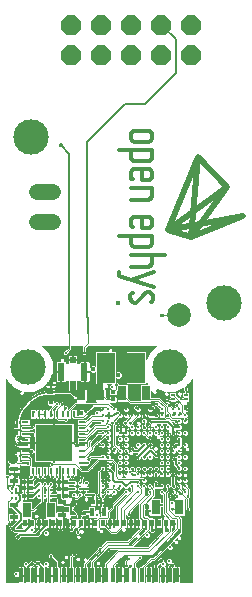
<source format=gtl>
G75*
%MOIN*%
%OFA0B0*%
%FSLAX25Y25*%
%IPPOS*%
%LPD*%
%AMOC8*
5,1,8,0,0,1.08239X$1,22.5*
%
%ADD10R,0.01575X0.01181*%
%ADD11R,0.03150X0.01575*%
%ADD12R,0.01575X0.03150*%
%ADD13R,0.05906X0.09843*%
%ADD14R,0.00394X0.00394*%
%ADD15C,0.00394*%
%ADD16C,0.00200*%
%ADD17R,0.12205X0.12205*%
%ADD18R,0.00984X0.02362*%
%ADD19R,0.02362X0.00984*%
%ADD20R,0.01969X0.02756*%
%ADD21R,0.02362X0.05906*%
%ADD22R,0.01969X0.02362*%
%ADD23R,0.02362X0.01378*%
%ADD24C,0.00984*%
%ADD25R,0.01378X0.00787*%
%ADD26R,0.01181X0.04921*%
%ADD27R,0.01181X0.02362*%
%ADD28OC8,0.06600*%
%ADD29C,0.03543*%
%ADD30C,0.05400*%
%ADD31C,0.07874*%
%ADD32C,0.02165*%
%ADD33C,0.01417*%
%ADD34R,0.02756X0.05118*%
%ADD35R,0.01181X0.01575*%
%ADD36R,0.02756X0.03543*%
%ADD37C,0.01200*%
%ADD38C,0.01102*%
%ADD39C,0.00594*%
%ADD40C,0.00787*%
%ADD41C,0.11811*%
%ADD42C,0.00354*%
%ADD43C,0.00300*%
%ADD44C,0.00394*%
%ADD45C,0.01654*%
%ADD46C,0.00591*%
%ADD47C,0.00800*%
%ADD48C,0.01969*%
D10*
X0170441Y0097410D03*
X0170441Y0099772D03*
X0202607Y0108630D03*
X0202607Y0110993D03*
X0213945Y0072804D03*
X0213945Y0070441D03*
D11*
X0185756Y0070113D03*
X0185756Y0074313D03*
X0169575Y0073565D03*
X0169575Y0069365D03*
X0169654Y0081333D03*
X0169654Y0085533D03*
D12*
X0195507Y0071111D03*
X0199707Y0071111D03*
D13*
X0200166Y0119260D03*
X0210402Y0119260D03*
D14*
G36*
X0190636Y0072213D02*
X0190914Y0072491D01*
X0191192Y0072213D01*
X0190914Y0071935D01*
X0190636Y0072213D01*
G37*
D15*
X0189221Y0073512D03*
X0189221Y0070914D03*
X0192607Y0070914D03*
X0192607Y0073512D03*
D16*
X0192342Y0073186D02*
X0193414Y0073186D01*
X0193414Y0072988D02*
X0192540Y0072988D01*
X0192548Y0072981D02*
X0193414Y0072981D01*
X0193414Y0074004D01*
X0191800Y0074004D01*
X0191800Y0073729D01*
X0192548Y0072981D01*
X0192143Y0073385D02*
X0193414Y0073385D01*
X0193414Y0073583D02*
X0191945Y0073583D01*
X0191800Y0073782D02*
X0193414Y0073782D01*
X0193414Y0073980D02*
X0191800Y0073980D01*
X0191317Y0073385D02*
X0190510Y0073385D01*
X0190312Y0073186D02*
X0191516Y0073186D01*
X0191714Y0072988D02*
X0190113Y0072988D01*
X0189915Y0072789D02*
X0191913Y0072789D01*
X0192111Y0072591D02*
X0189716Y0072591D01*
X0189518Y0072392D02*
X0192310Y0072392D01*
X0192489Y0072213D02*
X0190914Y0070638D01*
X0189339Y0072213D01*
X0190914Y0073788D01*
X0192489Y0072213D01*
X0192470Y0072194D02*
X0189358Y0072194D01*
X0189556Y0071995D02*
X0192271Y0071995D01*
X0192073Y0071797D02*
X0189755Y0071797D01*
X0189953Y0071598D02*
X0191874Y0071598D01*
X0191676Y0071400D02*
X0190152Y0071400D01*
X0190350Y0071201D02*
X0191477Y0071201D01*
X0191279Y0071003D02*
X0190549Y0071003D01*
X0190747Y0070804D02*
X0191080Y0070804D01*
X0191194Y0070123D02*
X0191347Y0070148D01*
X0191499Y0070123D01*
X0191637Y0070053D01*
X0191746Y0069944D01*
X0191816Y0069806D01*
X0191841Y0069654D01*
X0191816Y0069501D01*
X0191746Y0069364D01*
X0191637Y0069255D01*
X0191499Y0069184D01*
X0191347Y0069160D01*
X0191194Y0069184D01*
X0191057Y0069255D01*
X0190947Y0069364D01*
X0190877Y0069501D01*
X0190853Y0069654D01*
X0190877Y0069806D01*
X0190947Y0069944D01*
X0191057Y0070053D01*
X0191194Y0070123D01*
X0191014Y0070010D02*
X0191680Y0070010D01*
X0191814Y0069812D02*
X0190880Y0069812D01*
X0190860Y0069613D02*
X0191834Y0069613D01*
X0191772Y0069415D02*
X0190921Y0069415D01*
X0191132Y0069216D02*
X0191562Y0069216D01*
X0191800Y0070422D02*
X0191800Y0070697D01*
X0192548Y0071445D01*
X0193414Y0071445D01*
X0193414Y0070422D01*
X0191800Y0070422D01*
X0191800Y0070606D02*
X0193414Y0070606D01*
X0193414Y0070804D02*
X0191907Y0070804D01*
X0192105Y0071003D02*
X0193414Y0071003D01*
X0193414Y0071201D02*
X0192304Y0071201D01*
X0192502Y0071400D02*
X0193414Y0071400D01*
X0191119Y0073583D02*
X0190709Y0073583D01*
X0190907Y0073782D02*
X0190920Y0073782D01*
X0190028Y0073782D02*
X0188414Y0073782D01*
X0188414Y0073980D02*
X0190028Y0073980D01*
X0190028Y0074004D02*
X0190028Y0073729D01*
X0189280Y0072981D01*
X0188414Y0072981D01*
X0188414Y0074004D01*
X0190028Y0074004D01*
X0189883Y0073583D02*
X0188414Y0073583D01*
X0188414Y0073385D02*
X0189684Y0073385D01*
X0189486Y0073186D02*
X0188414Y0073186D01*
X0188414Y0072988D02*
X0189287Y0072988D01*
X0189280Y0071445D02*
X0188414Y0071445D01*
X0188414Y0070422D01*
X0190028Y0070422D01*
X0190028Y0070697D01*
X0189280Y0071445D01*
X0189325Y0071400D02*
X0188414Y0071400D01*
X0188414Y0071201D02*
X0189524Y0071201D01*
X0189722Y0071003D02*
X0188414Y0071003D01*
X0188414Y0070804D02*
X0189921Y0070804D01*
X0190028Y0070606D02*
X0188414Y0070606D01*
X0187523Y0066966D02*
X0187661Y0066896D01*
X0187770Y0066787D01*
X0187840Y0066649D01*
X0187864Y0066496D01*
X0187840Y0066344D01*
X0187770Y0066206D01*
X0187661Y0066097D01*
X0187523Y0066027D01*
X0187370Y0066003D01*
X0187218Y0066027D01*
X0187080Y0066097D01*
X0186971Y0066206D01*
X0186901Y0066344D01*
X0186877Y0066496D01*
X0186901Y0066649D01*
X0186971Y0066787D01*
X0187080Y0066896D01*
X0187218Y0066966D01*
X0187370Y0066990D01*
X0187523Y0066966D01*
X0187722Y0066834D02*
X0187018Y0066834D01*
X0186899Y0066636D02*
X0187842Y0066636D01*
X0187855Y0066437D02*
X0186886Y0066437D01*
X0186955Y0066239D02*
X0187786Y0066239D01*
X0187549Y0066040D02*
X0187192Y0066040D01*
X0188430Y0065425D02*
X0188482Y0065514D01*
X0188561Y0065580D01*
X0188658Y0065616D01*
X0188761Y0065616D01*
X0188857Y0065580D01*
X0188936Y0065514D01*
X0188988Y0065425D01*
X0189006Y0065323D01*
X0188988Y0065222D01*
X0188936Y0065132D01*
X0188857Y0065066D01*
X0188761Y0065031D01*
X0188658Y0065031D01*
X0188561Y0065066D01*
X0188482Y0065132D01*
X0188430Y0065222D01*
X0188412Y0065323D01*
X0188430Y0065425D01*
X0188441Y0065444D02*
X0188977Y0065444D01*
X0188992Y0065246D02*
X0188426Y0065246D01*
X0188612Y0065047D02*
X0188806Y0065047D01*
X0190545Y0064499D02*
X0190597Y0064588D01*
X0190676Y0064654D01*
X0190773Y0064690D01*
X0190876Y0064690D01*
X0190973Y0064654D01*
X0191052Y0064588D01*
X0191103Y0064499D01*
X0191121Y0064397D01*
X0191103Y0064296D01*
X0191052Y0064206D01*
X0190973Y0064140D01*
X0190876Y0064105D01*
X0190773Y0064105D01*
X0190676Y0064140D01*
X0190597Y0064206D01*
X0190545Y0064296D01*
X0190527Y0064397D01*
X0190545Y0064499D01*
X0190537Y0064452D02*
X0191111Y0064452D01*
X0191079Y0064253D02*
X0190570Y0064253D01*
X0190671Y0064650D02*
X0190977Y0064650D01*
X0185305Y0065126D02*
X0185287Y0065025D01*
X0185236Y0064936D01*
X0185157Y0064869D01*
X0185060Y0064834D01*
X0184957Y0064834D01*
X0184860Y0064869D01*
X0184781Y0064936D01*
X0184729Y0065025D01*
X0184711Y0065126D01*
X0184729Y0065228D01*
X0184781Y0065317D01*
X0184860Y0065383D01*
X0184957Y0065419D01*
X0185060Y0065419D01*
X0185157Y0065383D01*
X0185236Y0065317D01*
X0185287Y0065228D01*
X0185305Y0065126D01*
X0185291Y0065047D02*
X0184725Y0065047D01*
X0184740Y0065246D02*
X0185277Y0065246D01*
X0185101Y0064849D02*
X0184916Y0064849D01*
X0178022Y0063945D02*
X0177997Y0063793D01*
X0177927Y0063655D01*
X0177818Y0063546D01*
X0177681Y0063476D01*
X0177528Y0063452D01*
X0177375Y0063476D01*
X0177238Y0063546D01*
X0177129Y0063655D01*
X0177058Y0063793D01*
X0177034Y0063945D01*
X0177058Y0064098D01*
X0177129Y0064235D01*
X0177238Y0064345D01*
X0177375Y0064415D01*
X0177528Y0064439D01*
X0177681Y0064415D01*
X0177818Y0064345D01*
X0177927Y0064235D01*
X0177997Y0064098D01*
X0178022Y0063945D01*
X0177997Y0063793D01*
X0177927Y0063655D01*
X0177818Y0063546D01*
X0177681Y0063476D01*
X0177528Y0063452D01*
X0177375Y0063476D01*
X0177238Y0063546D01*
X0177129Y0063655D01*
X0177058Y0063793D01*
X0177034Y0063945D01*
X0177058Y0064098D01*
X0177129Y0064235D01*
X0177238Y0064345D01*
X0177375Y0064415D01*
X0177528Y0064439D01*
X0177681Y0064415D01*
X0177818Y0064345D01*
X0177927Y0064235D01*
X0177997Y0064098D01*
X0178022Y0063945D01*
X0178008Y0063856D02*
X0177048Y0063856D01*
X0178008Y0063856D01*
X0178004Y0064055D02*
X0177052Y0064055D01*
X0178004Y0064055D01*
X0177909Y0064253D02*
X0177146Y0064253D01*
X0177909Y0064253D01*
X0177929Y0063658D02*
X0177127Y0063658D01*
X0177929Y0063658D01*
X0177577Y0063459D02*
X0177479Y0063459D01*
X0177577Y0063459D01*
X0171345Y0062977D02*
X0171321Y0062825D01*
X0171251Y0062687D01*
X0171141Y0062578D01*
X0171004Y0062508D01*
X0170851Y0062484D01*
X0170699Y0062508D01*
X0170561Y0062578D01*
X0170452Y0062687D01*
X0170382Y0062825D01*
X0170358Y0062977D01*
X0170382Y0063130D01*
X0170452Y0063267D01*
X0170561Y0063377D01*
X0170699Y0063447D01*
X0170851Y0063471D01*
X0171004Y0063447D01*
X0171141Y0063377D01*
X0171251Y0063267D01*
X0171321Y0063130D01*
X0171345Y0062977D01*
X0171332Y0063062D02*
X0170371Y0063062D01*
X0170376Y0062864D02*
X0171327Y0062864D01*
X0171229Y0062665D02*
X0170474Y0062665D01*
X0170448Y0063261D02*
X0171254Y0063261D01*
X0170925Y0063459D02*
X0170778Y0063459D01*
X0169472Y0065318D02*
X0169334Y0065247D01*
X0169181Y0065223D01*
X0169029Y0065247D01*
X0168891Y0065318D01*
X0168782Y0065427D01*
X0168712Y0065564D01*
X0168688Y0065717D01*
X0168712Y0065869D01*
X0168782Y0066007D01*
X0168891Y0066116D01*
X0169029Y0066186D01*
X0169181Y0066211D01*
X0169334Y0066186D01*
X0169472Y0066116D01*
X0169581Y0066007D01*
X0169651Y0065869D01*
X0169675Y0065717D01*
X0169651Y0065564D01*
X0169581Y0065427D01*
X0169472Y0065318D01*
X0169334Y0065247D01*
X0169181Y0065223D01*
X0169029Y0065247D01*
X0168891Y0065318D01*
X0168782Y0065427D01*
X0168712Y0065564D01*
X0168688Y0065717D01*
X0168712Y0065869D01*
X0168782Y0066007D01*
X0168891Y0066116D01*
X0169029Y0066186D01*
X0169181Y0066211D01*
X0169334Y0066186D01*
X0169472Y0066116D01*
X0169581Y0066007D01*
X0169651Y0065869D01*
X0169675Y0065717D01*
X0169651Y0065564D01*
X0169581Y0065427D01*
X0169472Y0065318D01*
X0169325Y0065246D02*
X0169038Y0065246D01*
X0169325Y0065246D01*
X0169590Y0065444D02*
X0168773Y0065444D01*
X0169590Y0065444D01*
X0169663Y0065643D02*
X0168700Y0065643D01*
X0169663Y0065643D01*
X0169655Y0065841D02*
X0168708Y0065841D01*
X0169655Y0065841D01*
X0169548Y0066040D02*
X0168815Y0066040D01*
X0169548Y0066040D01*
X0168195Y0066920D02*
X0168116Y0066854D01*
X0168019Y0066819D01*
X0167916Y0066819D01*
X0167819Y0066854D01*
X0167740Y0066920D01*
X0167688Y0067010D01*
X0167671Y0067111D01*
X0167688Y0067213D01*
X0167740Y0067302D01*
X0167819Y0067368D01*
X0167916Y0067404D01*
X0168019Y0067404D01*
X0168116Y0067368D01*
X0168195Y0067302D01*
X0168246Y0067213D01*
X0168264Y0067111D01*
X0168246Y0067010D01*
X0168195Y0066920D01*
X0168250Y0067033D02*
X0167684Y0067033D01*
X0167699Y0067231D02*
X0168236Y0067231D01*
X0168061Y0066834D02*
X0167874Y0066834D01*
X0181572Y0056754D02*
X0181651Y0056820D01*
X0181748Y0056856D01*
X0181851Y0056856D01*
X0181948Y0056820D01*
X0182027Y0056754D01*
X0182079Y0056665D01*
X0182096Y0056563D01*
X0182079Y0056462D01*
X0182027Y0056373D01*
X0181948Y0056306D01*
X0181851Y0056271D01*
X0181748Y0056271D01*
X0181651Y0056306D01*
X0181572Y0056373D01*
X0181521Y0056462D01*
X0181503Y0056563D01*
X0181521Y0056665D01*
X0181572Y0056754D01*
X0181547Y0056710D02*
X0182053Y0056710D01*
X0182087Y0056511D02*
X0181512Y0056511D01*
X0181643Y0056313D02*
X0181956Y0056313D01*
X0177997Y0054255D02*
X0178022Y0054103D01*
X0177997Y0053950D01*
X0177927Y0053813D01*
X0177818Y0053703D01*
X0177681Y0053633D01*
X0177528Y0053609D01*
X0177375Y0053633D01*
X0177238Y0053703D01*
X0177129Y0053813D01*
X0177058Y0053950D01*
X0177034Y0054103D01*
X0177058Y0054255D01*
X0177129Y0054393D01*
X0177238Y0054502D01*
X0177375Y0054572D01*
X0177528Y0054596D01*
X0177681Y0054572D01*
X0177818Y0054502D01*
X0177927Y0054393D01*
X0177997Y0054255D01*
X0177961Y0054328D02*
X0177095Y0054328D01*
X0177038Y0054129D02*
X0178017Y0054129D01*
X0177988Y0053931D02*
X0177068Y0053931D01*
X0177209Y0053732D02*
X0177847Y0053732D01*
X0177771Y0054526D02*
X0177285Y0054526D01*
X0175937Y0054084D02*
X0175961Y0053932D01*
X0175937Y0053779D01*
X0175867Y0053642D01*
X0175757Y0053532D01*
X0175620Y0053462D01*
X0175467Y0053438D01*
X0175315Y0053462D01*
X0175177Y0053532D01*
X0175068Y0053642D01*
X0174998Y0053779D01*
X0174974Y0053932D01*
X0174998Y0054084D01*
X0175068Y0054222D01*
X0175177Y0054331D01*
X0175315Y0054401D01*
X0175467Y0054426D01*
X0175620Y0054401D01*
X0175757Y0054331D01*
X0175867Y0054222D01*
X0175937Y0054084D01*
X0175914Y0054129D02*
X0175021Y0054129D01*
X0174974Y0053931D02*
X0175961Y0053931D01*
X0175913Y0053732D02*
X0175022Y0053732D01*
X0175176Y0053534D02*
X0175759Y0053534D01*
X0175761Y0054328D02*
X0175174Y0054328D01*
X0189414Y0056993D02*
X0189466Y0056904D01*
X0189545Y0056838D01*
X0189642Y0056803D01*
X0189745Y0056803D01*
X0189842Y0056838D01*
X0189921Y0056904D01*
X0189972Y0056993D01*
X0189990Y0057095D01*
X0189972Y0057196D01*
X0189921Y0057286D01*
X0189842Y0057352D01*
X0189745Y0057387D01*
X0189642Y0057387D01*
X0189545Y0057352D01*
X0189466Y0057286D01*
X0189414Y0057196D01*
X0189396Y0057095D01*
X0189414Y0056993D01*
X0189463Y0056908D02*
X0189923Y0056908D01*
X0189988Y0057107D02*
X0189399Y0057107D01*
X0189490Y0057306D02*
X0189897Y0057306D01*
X0197921Y0058726D02*
X0197973Y0058636D01*
X0198052Y0058570D01*
X0198148Y0058535D01*
X0198252Y0058535D01*
X0198348Y0058570D01*
X0198427Y0058636D01*
X0198479Y0058726D01*
X0198497Y0058827D01*
X0198479Y0058929D01*
X0198427Y0059018D01*
X0198348Y0059084D01*
X0198252Y0059120D01*
X0198148Y0059120D01*
X0198052Y0059084D01*
X0197973Y0059018D01*
X0197921Y0058929D01*
X0197903Y0058827D01*
X0197921Y0058726D01*
X0197939Y0058695D02*
X0198461Y0058695D01*
X0198485Y0058894D02*
X0197915Y0058894D01*
X0198073Y0059092D02*
X0198327Y0059092D01*
X0200737Y0058727D02*
X0200755Y0058829D01*
X0200806Y0058918D01*
X0200885Y0058984D01*
X0200982Y0059020D01*
X0201085Y0059020D01*
X0201182Y0058984D01*
X0201261Y0058918D01*
X0201312Y0058829D01*
X0201330Y0058727D01*
X0201312Y0058626D01*
X0201261Y0058536D01*
X0201182Y0058470D01*
X0201085Y0058435D01*
X0200982Y0058435D01*
X0200885Y0058470D01*
X0200806Y0058536D01*
X0200755Y0058626D01*
X0200737Y0058727D01*
X0200742Y0058695D02*
X0201325Y0058695D01*
X0201275Y0058894D02*
X0200792Y0058894D01*
X0200853Y0058497D02*
X0201213Y0058497D01*
X0207485Y0055700D02*
X0207467Y0055599D01*
X0207485Y0055497D01*
X0207537Y0055408D01*
X0207616Y0055342D01*
X0207713Y0055306D01*
X0207816Y0055306D01*
X0207913Y0055342D01*
X0207992Y0055408D01*
X0208043Y0055497D01*
X0208061Y0055599D01*
X0208043Y0055700D01*
X0207992Y0055790D01*
X0207913Y0055856D01*
X0207816Y0055891D01*
X0207713Y0055891D01*
X0207616Y0055856D01*
X0207537Y0055790D01*
X0207485Y0055700D01*
X0207495Y0055717D02*
X0208033Y0055717D01*
X0208047Y0055519D02*
X0207481Y0055519D01*
X0207674Y0055320D02*
X0207854Y0055320D01*
X0208224Y0053450D02*
X0208328Y0053450D01*
X0208424Y0053415D01*
X0208503Y0053349D01*
X0208555Y0053259D01*
X0208573Y0053158D01*
X0208555Y0053056D01*
X0208503Y0052967D01*
X0208424Y0052901D01*
X0208328Y0052866D01*
X0208224Y0052866D01*
X0208128Y0052901D01*
X0208049Y0052967D01*
X0207997Y0053056D01*
X0207979Y0053158D01*
X0207997Y0053259D01*
X0208049Y0053349D01*
X0208128Y0053415D01*
X0208224Y0053450D01*
X0208041Y0053335D02*
X0208511Y0053335D01*
X0208569Y0053137D02*
X0207983Y0053137D01*
X0208083Y0052938D02*
X0208469Y0052938D01*
X0207256Y0053137D02*
X0206698Y0053137D01*
X0206698Y0053135D02*
X0206749Y0053046D01*
X0206828Y0052980D01*
X0206925Y0052944D01*
X0207028Y0052944D01*
X0207125Y0052980D01*
X0207204Y0053046D01*
X0207256Y0053135D01*
X0207274Y0053237D01*
X0207256Y0053338D01*
X0207204Y0053427D01*
X0207125Y0053494D01*
X0207028Y0053529D01*
X0206925Y0053529D01*
X0206828Y0053494D01*
X0206749Y0053427D01*
X0206698Y0053338D01*
X0206680Y0053237D01*
X0206698Y0053135D01*
X0206697Y0053335D02*
X0207256Y0053335D01*
X0211238Y0055723D02*
X0211186Y0055812D01*
X0211168Y0055914D01*
X0211186Y0056015D01*
X0211238Y0056105D01*
X0211317Y0056171D01*
X0211413Y0056206D01*
X0211517Y0056206D01*
X0211613Y0056171D01*
X0211692Y0056105D01*
X0211744Y0056015D01*
X0211762Y0055914D01*
X0211744Y0055812D01*
X0211692Y0055723D01*
X0211613Y0055657D01*
X0211517Y0055621D01*
X0211413Y0055621D01*
X0211317Y0055657D01*
X0211238Y0055723D01*
X0211244Y0055717D02*
X0211686Y0055717D01*
X0211761Y0055916D02*
X0211168Y0055916D01*
X0211249Y0056114D02*
X0211681Y0056114D01*
X0218043Y0055121D02*
X0218113Y0055259D01*
X0218222Y0055368D01*
X0218360Y0055438D01*
X0218512Y0055463D01*
X0218665Y0055438D01*
X0218802Y0055368D01*
X0218912Y0055259D01*
X0218982Y0055121D01*
X0219006Y0054969D01*
X0218982Y0054816D01*
X0218912Y0054679D01*
X0218802Y0054569D01*
X0218665Y0054499D01*
X0218512Y0054475D01*
X0218360Y0054499D01*
X0218222Y0054569D01*
X0218113Y0054679D01*
X0218043Y0054816D01*
X0218019Y0054969D01*
X0218043Y0055121D01*
X0218043Y0055122D02*
X0218982Y0055122D01*
X0218999Y0054923D02*
X0218026Y0054923D01*
X0218089Y0054725D02*
X0218935Y0054725D01*
X0218718Y0054526D02*
X0218307Y0054526D01*
X0218174Y0055320D02*
X0218850Y0055320D01*
X0221802Y0053724D02*
X0221732Y0053586D01*
X0221707Y0053433D01*
X0221732Y0053281D01*
X0221802Y0053143D01*
X0221911Y0053034D01*
X0222049Y0052964D01*
X0222201Y0052940D01*
X0222354Y0052964D01*
X0222491Y0053034D01*
X0222601Y0053143D01*
X0222671Y0053281D01*
X0222695Y0053433D01*
X0222671Y0053586D01*
X0222601Y0053724D01*
X0222491Y0053833D01*
X0222354Y0053903D01*
X0222201Y0053927D01*
X0222049Y0053903D01*
X0221911Y0053833D01*
X0221802Y0053724D01*
X0221810Y0053732D02*
X0222592Y0053732D01*
X0222679Y0053534D02*
X0221723Y0053534D01*
X0221723Y0053335D02*
X0222679Y0053335D01*
X0222594Y0053137D02*
X0221808Y0053137D01*
X0220441Y0064711D02*
X0220289Y0064736D01*
X0220151Y0064806D01*
X0220042Y0064915D01*
X0219972Y0065053D01*
X0219948Y0065205D01*
X0219972Y0065358D01*
X0220042Y0065495D01*
X0220151Y0065605D01*
X0220289Y0065675D01*
X0220441Y0065699D01*
X0220594Y0065675D01*
X0220732Y0065605D01*
X0220841Y0065495D01*
X0220911Y0065358D01*
X0220935Y0065205D01*
X0220911Y0065053D01*
X0220841Y0064915D01*
X0220732Y0064806D01*
X0220594Y0064736D01*
X0220441Y0064711D01*
X0220108Y0064849D02*
X0220775Y0064849D01*
X0220908Y0065047D02*
X0219974Y0065047D01*
X0219954Y0065246D02*
X0220929Y0065246D01*
X0220867Y0065444D02*
X0220016Y0065444D01*
X0220227Y0065643D02*
X0220656Y0065643D01*
X0219302Y0068788D02*
X0219205Y0068753D01*
X0219102Y0068753D01*
X0219006Y0068788D01*
X0218927Y0068854D01*
X0218875Y0068943D01*
X0218857Y0069045D01*
X0218875Y0069146D01*
X0218927Y0069236D01*
X0219006Y0069302D01*
X0219102Y0069337D01*
X0219205Y0069337D01*
X0219302Y0069302D01*
X0219381Y0069236D01*
X0219433Y0069146D01*
X0219451Y0069045D01*
X0219433Y0068943D01*
X0219381Y0068854D01*
X0219302Y0068788D01*
X0219340Y0068819D02*
X0218968Y0068819D01*
X0218862Y0069018D02*
X0219446Y0069018D01*
X0219393Y0069216D02*
X0218915Y0069216D01*
X0216600Y0069444D02*
X0216583Y0069342D01*
X0216531Y0069253D01*
X0216452Y0069187D01*
X0216355Y0069151D01*
X0216252Y0069151D01*
X0216155Y0069187D01*
X0216076Y0069253D01*
X0216025Y0069342D01*
X0216007Y0069444D01*
X0216025Y0069545D01*
X0216076Y0069635D01*
X0216155Y0069701D01*
X0216252Y0069736D01*
X0216355Y0069736D01*
X0216452Y0069701D01*
X0216531Y0069635D01*
X0216583Y0069545D01*
X0216600Y0069444D01*
X0216595Y0069415D02*
X0216012Y0069415D01*
X0216064Y0069613D02*
X0216543Y0069613D01*
X0216487Y0069216D02*
X0216120Y0069216D01*
X0215717Y0065620D02*
X0215869Y0065596D01*
X0216007Y0065526D01*
X0216116Y0065417D01*
X0216186Y0065279D01*
X0216211Y0065126D01*
X0216186Y0064974D01*
X0216116Y0064836D01*
X0216007Y0064727D01*
X0215869Y0064657D01*
X0215717Y0064633D01*
X0215564Y0064657D01*
X0215427Y0064727D01*
X0215318Y0064836D01*
X0215247Y0064974D01*
X0215223Y0065126D01*
X0215247Y0065279D01*
X0215318Y0065417D01*
X0215427Y0065526D01*
X0215564Y0065596D01*
X0215717Y0065620D01*
X0216088Y0065444D02*
X0215345Y0065444D01*
X0215242Y0065246D02*
X0216192Y0065246D01*
X0216198Y0065047D02*
X0215236Y0065047D01*
X0215311Y0064849D02*
X0216123Y0064849D01*
X0215829Y0064650D02*
X0215605Y0064650D01*
X0208138Y0070183D02*
X0208059Y0070117D01*
X0207962Y0070082D01*
X0207859Y0070082D01*
X0207762Y0070117D01*
X0207683Y0070183D01*
X0207631Y0070272D01*
X0207613Y0070374D01*
X0207631Y0070476D01*
X0207683Y0070565D01*
X0207762Y0070631D01*
X0207859Y0070666D01*
X0207962Y0070666D01*
X0208059Y0070631D01*
X0208138Y0070565D01*
X0208189Y0070476D01*
X0208207Y0070374D01*
X0208189Y0070272D01*
X0208138Y0070183D01*
X0208152Y0070209D02*
X0207668Y0070209D01*
X0207619Y0070407D02*
X0208201Y0070407D01*
X0208089Y0070606D02*
X0207732Y0070606D01*
X0213706Y0073056D02*
X0213757Y0072967D01*
X0213836Y0072901D01*
X0213933Y0072866D01*
X0214036Y0072866D01*
X0214133Y0072901D01*
X0214212Y0072967D01*
X0214264Y0073056D01*
X0214281Y0073158D01*
X0214264Y0073259D01*
X0214212Y0073349D01*
X0214133Y0073415D01*
X0214036Y0073450D01*
X0213933Y0073450D01*
X0213836Y0073415D01*
X0213757Y0073349D01*
X0213706Y0073259D01*
X0213688Y0073158D01*
X0213706Y0073056D01*
X0213745Y0072988D02*
X0214224Y0072988D01*
X0214276Y0073186D02*
X0213693Y0073186D01*
X0213800Y0073385D02*
X0214169Y0073385D01*
X0218373Y0073591D02*
X0218391Y0073692D01*
X0218442Y0073782D01*
X0218521Y0073848D01*
X0218618Y0073883D01*
X0218721Y0073883D01*
X0218818Y0073848D01*
X0218897Y0073782D01*
X0218443Y0073782D01*
X0218373Y0073591D02*
X0218391Y0073489D01*
X0218442Y0073400D01*
X0218521Y0073334D01*
X0218618Y0073299D01*
X0218721Y0073299D01*
X0218818Y0073334D01*
X0218897Y0073400D01*
X0218949Y0073489D01*
X0218967Y0073591D01*
X0218949Y0073692D01*
X0218897Y0073782D01*
X0218965Y0073583D02*
X0218374Y0073583D01*
X0218460Y0073385D02*
X0218879Y0073385D01*
X0222073Y0072315D02*
X0222124Y0072404D01*
X0222203Y0072470D01*
X0222300Y0072505D01*
X0222403Y0072505D01*
X0222500Y0072470D01*
X0222579Y0072404D01*
X0222631Y0072315D01*
X0222648Y0072213D01*
X0222631Y0072111D01*
X0222579Y0072022D01*
X0222500Y0071956D01*
X0222403Y0071921D01*
X0222300Y0071921D01*
X0222203Y0071956D01*
X0222124Y0072022D01*
X0222073Y0072111D01*
X0222055Y0072213D01*
X0222073Y0072315D01*
X0222118Y0072392D02*
X0222586Y0072392D01*
X0222645Y0072194D02*
X0222058Y0072194D01*
X0222156Y0071995D02*
X0222547Y0071995D01*
X0227231Y0072213D02*
X0227249Y0072315D01*
X0227301Y0072404D01*
X0227380Y0072470D01*
X0227476Y0072505D01*
X0227580Y0072505D01*
X0227676Y0072470D01*
X0227755Y0072404D01*
X0227807Y0072315D01*
X0227825Y0072213D01*
X0227807Y0072111D01*
X0227755Y0072022D01*
X0227676Y0071956D01*
X0227580Y0071921D01*
X0227476Y0071921D01*
X0227380Y0071956D01*
X0227301Y0072022D01*
X0227249Y0072111D01*
X0227231Y0072213D01*
X0227234Y0072194D02*
X0227821Y0072194D01*
X0227762Y0072392D02*
X0227294Y0072392D01*
X0227333Y0071995D02*
X0227723Y0071995D01*
X0227580Y0076251D02*
X0227476Y0076251D01*
X0227380Y0076287D01*
X0227301Y0076353D01*
X0227249Y0076442D01*
X0227231Y0076544D01*
X0227249Y0076645D01*
X0227301Y0076735D01*
X0227380Y0076801D01*
X0227476Y0076836D01*
X0227580Y0076836D01*
X0227676Y0076801D01*
X0227755Y0076735D01*
X0227807Y0076645D01*
X0227825Y0076544D01*
X0227807Y0076442D01*
X0227755Y0076353D01*
X0227676Y0076287D01*
X0227580Y0076251D01*
X0227761Y0076363D02*
X0227295Y0076363D01*
X0227234Y0076561D02*
X0227822Y0076561D01*
X0227725Y0076760D02*
X0227330Y0076760D01*
X0225208Y0077269D02*
X0225157Y0077180D01*
X0225078Y0077113D01*
X0224981Y0077078D01*
X0224878Y0077078D01*
X0224781Y0077113D01*
X0224702Y0077180D01*
X0224651Y0077269D01*
X0224633Y0077370D01*
X0224651Y0077472D01*
X0224702Y0077561D01*
X0224781Y0077628D01*
X0224878Y0077663D01*
X0224981Y0077663D01*
X0225078Y0077628D01*
X0225157Y0077561D01*
X0225208Y0077472D01*
X0225226Y0077370D01*
X0225208Y0077269D01*
X0225224Y0077355D02*
X0224635Y0077355D01*
X0224698Y0077554D02*
X0225161Y0077554D01*
X0225130Y0077157D02*
X0224730Y0077157D01*
X0224067Y0076695D02*
X0224119Y0076606D01*
X0224137Y0076504D01*
X0224119Y0076403D01*
X0224067Y0076314D01*
X0223988Y0076247D01*
X0223891Y0076212D01*
X0223788Y0076212D01*
X0223691Y0076247D01*
X0223612Y0076314D01*
X0223561Y0076403D01*
X0223543Y0076504D01*
X0223561Y0076606D01*
X0223612Y0076695D01*
X0223691Y0076761D01*
X0223788Y0076797D01*
X0223891Y0076797D01*
X0223988Y0076761D01*
X0224067Y0076695D01*
X0223990Y0076760D02*
X0223689Y0076760D01*
X0223553Y0076561D02*
X0224127Y0076561D01*
X0224096Y0076363D02*
X0223584Y0076363D01*
X0221526Y0076419D02*
X0221508Y0076317D01*
X0221456Y0076228D01*
X0221377Y0076161D01*
X0221280Y0076126D01*
X0221177Y0076126D01*
X0221080Y0076161D01*
X0221001Y0076228D01*
X0220950Y0076317D01*
X0220932Y0076419D01*
X0220950Y0076520D01*
X0221001Y0076609D01*
X0221080Y0076676D01*
X0221177Y0076711D01*
X0221280Y0076711D01*
X0221377Y0076676D01*
X0221456Y0076609D01*
X0221508Y0076520D01*
X0221526Y0076419D01*
X0221516Y0076363D02*
X0220942Y0076363D01*
X0220973Y0076561D02*
X0221484Y0076561D01*
X0221380Y0076164D02*
X0221077Y0076164D01*
X0222655Y0079574D02*
X0222576Y0079640D01*
X0222525Y0079730D01*
X0222507Y0079831D01*
X0222525Y0079933D01*
X0222576Y0080022D01*
X0222655Y0080088D01*
X0222752Y0080123D01*
X0222855Y0080123D01*
X0222952Y0080088D01*
X0223031Y0080022D01*
X0223082Y0079933D01*
X0223100Y0079831D01*
X0223082Y0079730D01*
X0223031Y0079640D01*
X0222952Y0079574D01*
X0222855Y0079539D01*
X0222752Y0079539D01*
X0222855Y0079539D01*
X0222752Y0079539D02*
X0222655Y0079574D01*
X0222523Y0079737D02*
X0223084Y0079737D01*
X0223081Y0079936D02*
X0222526Y0079936D01*
X0222521Y0082979D02*
X0222368Y0083003D01*
X0222231Y0083073D01*
X0222121Y0083183D01*
X0222051Y0083320D01*
X0222027Y0083473D01*
X0222051Y0083625D01*
X0222121Y0083763D01*
X0222231Y0083872D01*
X0222368Y0083942D01*
X0222521Y0083967D01*
X0222673Y0083942D01*
X0222811Y0083872D01*
X0222920Y0083763D01*
X0222990Y0083625D01*
X0223015Y0083473D01*
X0222990Y0083320D01*
X0222920Y0083183D01*
X0222811Y0083073D01*
X0222673Y0083003D01*
X0222521Y0082979D01*
X0222192Y0083112D02*
X0222850Y0083112D01*
X0222985Y0083310D02*
X0222056Y0083310D01*
X0222033Y0083509D02*
X0223009Y0083509D01*
X0222949Y0083708D02*
X0222093Y0083708D01*
X0222297Y0083906D02*
X0222745Y0083906D01*
X0218888Y0084103D02*
X0218870Y0084001D01*
X0218818Y0083912D01*
X0218739Y0083846D01*
X0218642Y0083810D01*
X0218539Y0083810D01*
X0218443Y0083846D01*
X0218364Y0083912D01*
X0218312Y0084001D01*
X0218294Y0084103D01*
X0218312Y0084204D01*
X0218364Y0084294D01*
X0218443Y0084360D01*
X0218539Y0084395D01*
X0218642Y0084395D01*
X0218739Y0084360D01*
X0218818Y0084294D01*
X0218870Y0084204D01*
X0218888Y0084103D01*
X0218887Y0084105D02*
X0218294Y0084105D01*
X0218371Y0083906D02*
X0218811Y0083906D01*
X0218807Y0084303D02*
X0218375Y0084303D01*
X0217125Y0085329D02*
X0217046Y0085263D01*
X0216950Y0085228D01*
X0216846Y0085228D01*
X0216750Y0085263D01*
X0216671Y0085329D01*
X0216619Y0085419D01*
X0216601Y0085520D01*
X0216619Y0085622D01*
X0216671Y0085711D01*
X0216750Y0085777D01*
X0216846Y0085812D01*
X0216950Y0085812D01*
X0217046Y0085777D01*
X0217125Y0085711D01*
X0217177Y0085622D01*
X0217195Y0085520D01*
X0217177Y0085419D01*
X0217125Y0085329D01*
X0217085Y0085296D02*
X0216711Y0085296D01*
X0216606Y0085494D02*
X0217190Y0085494D01*
X0217136Y0085693D02*
X0216660Y0085693D01*
X0215226Y0085520D02*
X0215208Y0085419D01*
X0215157Y0085329D01*
X0215078Y0085263D01*
X0214981Y0085228D01*
X0214878Y0085228D01*
X0214781Y0085263D01*
X0214702Y0085329D01*
X0214651Y0085419D01*
X0214633Y0085520D01*
X0214651Y0085622D01*
X0214702Y0085711D01*
X0214781Y0085777D01*
X0214878Y0085812D01*
X0214981Y0085812D01*
X0215078Y0085777D01*
X0215157Y0085711D01*
X0215208Y0085622D01*
X0215226Y0085520D01*
X0215222Y0085494D02*
X0214637Y0085494D01*
X0214692Y0085693D02*
X0215167Y0085693D01*
X0215117Y0085296D02*
X0214742Y0085296D01*
X0213494Y0085402D02*
X0213476Y0085300D01*
X0213425Y0085211D01*
X0213346Y0085145D01*
X0213249Y0085110D01*
X0213146Y0085110D01*
X0213049Y0085145D01*
X0212970Y0085211D01*
X0212918Y0085300D01*
X0212900Y0085402D01*
X0212918Y0085503D01*
X0212970Y0085593D01*
X0213049Y0085659D01*
X0213146Y0085694D01*
X0213249Y0085694D01*
X0213346Y0085659D01*
X0213425Y0085593D01*
X0213476Y0085503D01*
X0213494Y0085402D01*
X0213478Y0085494D02*
X0212917Y0085494D01*
X0212921Y0085296D02*
X0213473Y0085296D01*
X0213253Y0085693D02*
X0213141Y0085693D01*
X0211289Y0085493D02*
X0211271Y0085391D01*
X0211220Y0085302D01*
X0211141Y0085235D01*
X0211044Y0085200D01*
X0210941Y0085200D01*
X0210844Y0085235D01*
X0210765Y0085302D01*
X0210714Y0085391D01*
X0210696Y0085493D01*
X0210714Y0085594D01*
X0210765Y0085683D01*
X0210844Y0085750D01*
X0210941Y0085785D01*
X0211044Y0085785D01*
X0211141Y0085750D01*
X0211220Y0085683D01*
X0211271Y0085594D01*
X0211289Y0085493D01*
X0211289Y0085494D02*
X0210696Y0085494D01*
X0210772Y0085296D02*
X0211213Y0085296D01*
X0211209Y0085693D02*
X0210776Y0085693D01*
X0209321Y0085520D02*
X0209303Y0085419D01*
X0209251Y0085329D01*
X0209172Y0085263D01*
X0209076Y0085228D01*
X0208972Y0085228D01*
X0208876Y0085263D01*
X0208797Y0085329D01*
X0208745Y0085419D01*
X0208727Y0085520D01*
X0208745Y0085622D01*
X0208797Y0085711D01*
X0208876Y0085777D01*
X0208972Y0085812D01*
X0209076Y0085812D01*
X0209172Y0085777D01*
X0209251Y0085711D01*
X0209303Y0085622D01*
X0209321Y0085520D01*
X0209316Y0085494D02*
X0208732Y0085494D01*
X0208786Y0085693D02*
X0209262Y0085693D01*
X0209211Y0085296D02*
X0208837Y0085296D01*
X0208425Y0084805D02*
X0208476Y0084716D01*
X0208494Y0084615D01*
X0208476Y0084513D01*
X0208425Y0084424D01*
X0208346Y0084357D01*
X0208249Y0084322D01*
X0208146Y0084322D01*
X0208049Y0084357D01*
X0207970Y0084424D01*
X0207918Y0084513D01*
X0207900Y0084615D01*
X0207918Y0084716D01*
X0207970Y0084805D01*
X0208049Y0084872D01*
X0208146Y0084907D01*
X0208249Y0084907D01*
X0208346Y0084872D01*
X0208425Y0084805D01*
X0208479Y0084700D02*
X0207915Y0084700D01*
X0207925Y0084502D02*
X0208470Y0084502D01*
X0208272Y0084899D02*
X0208123Y0084899D01*
X0209190Y0083821D02*
X0209269Y0083887D01*
X0209366Y0083923D01*
X0209469Y0083923D01*
X0209566Y0083887D01*
X0209645Y0083821D01*
X0209697Y0083732D01*
X0209715Y0083630D01*
X0209697Y0083529D01*
X0209645Y0083440D01*
X0209566Y0083373D01*
X0209469Y0083338D01*
X0209366Y0083338D01*
X0209269Y0083373D01*
X0209190Y0083440D01*
X0209139Y0083529D01*
X0209121Y0083630D01*
X0209139Y0083732D01*
X0209190Y0083821D01*
X0209134Y0083708D02*
X0209701Y0083708D01*
X0209685Y0083509D02*
X0209150Y0083509D01*
X0209320Y0083906D02*
X0209515Y0083906D01*
X0210536Y0081472D02*
X0210633Y0081508D01*
X0210736Y0081508D01*
X0210833Y0081472D01*
X0210912Y0081406D01*
X0210964Y0081317D01*
X0210981Y0081215D01*
X0210964Y0081114D01*
X0210912Y0081025D01*
X0210833Y0080958D01*
X0210736Y0080923D01*
X0210633Y0080923D01*
X0210536Y0080958D01*
X0210457Y0081025D01*
X0210406Y0081114D01*
X0210388Y0081215D01*
X0210406Y0081317D01*
X0210457Y0081406D01*
X0210536Y0081472D01*
X0210411Y0081325D02*
X0210959Y0081325D01*
X0210966Y0081127D02*
X0210403Y0081127D01*
X0210618Y0080928D02*
X0210751Y0080928D01*
X0216628Y0080796D02*
X0216646Y0080694D01*
X0216697Y0080605D01*
X0216776Y0080539D01*
X0216873Y0080503D01*
X0216976Y0080503D01*
X0217073Y0080539D01*
X0217152Y0080605D01*
X0217204Y0080694D01*
X0217222Y0080796D01*
X0217204Y0080897D01*
X0217152Y0080986D01*
X0217073Y0081053D01*
X0216976Y0081088D01*
X0216873Y0081088D01*
X0216776Y0081053D01*
X0216697Y0080986D01*
X0216646Y0080897D01*
X0216628Y0080796D01*
X0216640Y0080730D02*
X0217210Y0080730D01*
X0217186Y0080928D02*
X0216664Y0080928D01*
X0216796Y0080531D02*
X0217053Y0080531D01*
X0225499Y0080638D02*
X0225517Y0080740D01*
X0225568Y0080829D01*
X0225647Y0080895D01*
X0225744Y0080931D01*
X0225847Y0080931D01*
X0225944Y0080895D01*
X0226023Y0080829D01*
X0226075Y0080740D01*
X0226093Y0080638D01*
X0226075Y0080537D01*
X0226023Y0080447D01*
X0225944Y0080381D01*
X0225847Y0080346D01*
X0225744Y0080346D01*
X0225647Y0080381D01*
X0225568Y0080447D01*
X0225517Y0080537D01*
X0225499Y0080638D01*
X0225515Y0080730D02*
X0226076Y0080730D01*
X0226072Y0080531D02*
X0225520Y0080531D01*
X0225738Y0080928D02*
X0225853Y0080928D01*
X0223310Y0088318D02*
X0223158Y0088294D01*
X0223005Y0088318D01*
X0222868Y0088388D01*
X0222758Y0088498D01*
X0222688Y0088635D01*
X0222664Y0088788D01*
X0222688Y0088940D01*
X0222758Y0089078D01*
X0222868Y0089187D01*
X0223005Y0089257D01*
X0223158Y0089281D01*
X0223310Y0089257D01*
X0223448Y0089187D01*
X0223557Y0089078D01*
X0223627Y0088940D01*
X0223652Y0088788D01*
X0223627Y0088635D01*
X0223557Y0088498D01*
X0223448Y0088388D01*
X0223310Y0088318D01*
X0223531Y0088472D02*
X0222784Y0088472D01*
X0222683Y0088670D02*
X0223633Y0088670D01*
X0223639Y0088869D02*
X0222677Y0088869D01*
X0222753Y0089067D02*
X0223563Y0089067D01*
X0223257Y0089266D02*
X0223059Y0089266D01*
X0223144Y0092585D02*
X0222992Y0092610D01*
X0222854Y0092680D01*
X0222745Y0092789D01*
X0222675Y0092927D01*
X0222651Y0093079D01*
X0222675Y0093232D01*
X0222745Y0093369D01*
X0222854Y0093479D01*
X0222992Y0093549D01*
X0223144Y0093573D01*
X0223297Y0093549D01*
X0223435Y0093479D01*
X0223544Y0093369D01*
X0223614Y0093232D01*
X0223638Y0093079D01*
X0223614Y0092927D01*
X0223544Y0092789D01*
X0223435Y0092680D01*
X0223297Y0092610D01*
X0223144Y0092585D01*
X0222931Y0092641D02*
X0223358Y0092641D01*
X0223569Y0092839D02*
X0222720Y0092839D01*
X0222657Y0093038D02*
X0223632Y0093038D01*
X0223612Y0093236D02*
X0222677Y0093236D01*
X0222810Y0093435D02*
X0223479Y0093435D01*
X0222825Y0097177D02*
X0222672Y0097152D01*
X0222519Y0097177D01*
X0222382Y0097247D01*
X0222273Y0097356D01*
X0222203Y0097494D01*
X0222178Y0097646D01*
X0222203Y0097799D01*
X0222273Y0097936D01*
X0222382Y0098045D01*
X0222519Y0098116D01*
X0222672Y0098140D01*
X0222825Y0098116D01*
X0222962Y0098045D01*
X0223071Y0097936D01*
X0223142Y0097799D01*
X0223166Y0097646D01*
X0223142Y0097494D01*
X0223071Y0097356D01*
X0222962Y0097247D01*
X0222825Y0097177D01*
X0222883Y0097206D02*
X0222461Y0097206D01*
X0222248Y0097405D02*
X0223096Y0097405D01*
X0223159Y0097603D02*
X0222185Y0097603D01*
X0222204Y0097802D02*
X0223140Y0097802D01*
X0223007Y0098000D02*
X0222337Y0098000D01*
X0223431Y0101078D02*
X0223352Y0101145D01*
X0223301Y0101234D01*
X0223283Y0101335D01*
X0223301Y0101437D01*
X0223352Y0101526D01*
X0223431Y0101592D01*
X0223528Y0101628D01*
X0223631Y0101628D01*
X0223728Y0101592D01*
X0223807Y0101526D01*
X0223858Y0101437D01*
X0223876Y0101335D01*
X0223858Y0101234D01*
X0223807Y0101145D01*
X0223728Y0101078D01*
X0223631Y0101043D01*
X0223528Y0101043D01*
X0223431Y0101078D01*
X0223334Y0101177D02*
X0223825Y0101177D01*
X0223869Y0101375D02*
X0223290Y0101375D01*
X0223408Y0101574D02*
X0223750Y0101574D01*
X0225399Y0102052D02*
X0225450Y0101963D01*
X0225529Y0101897D01*
X0225626Y0101862D01*
X0225729Y0101862D01*
X0225826Y0101897D01*
X0225905Y0101963D01*
X0225957Y0102052D01*
X0225974Y0102154D01*
X0225957Y0102255D01*
X0225905Y0102345D01*
X0225826Y0102411D01*
X0225729Y0102446D01*
X0225626Y0102446D01*
X0225529Y0102411D01*
X0225450Y0102345D01*
X0225399Y0102255D01*
X0225381Y0102154D01*
X0225399Y0102052D01*
X0225446Y0101971D02*
X0225909Y0101971D01*
X0225972Y0102169D02*
X0225383Y0102169D01*
X0225477Y0102368D02*
X0225878Y0102368D01*
X0226619Y0102196D02*
X0226671Y0102286D01*
X0226750Y0102352D01*
X0226846Y0102387D01*
X0226950Y0102387D01*
X0227046Y0102352D01*
X0227125Y0102286D01*
X0227177Y0102196D01*
X0227195Y0102095D01*
X0227177Y0101993D01*
X0227125Y0101904D01*
X0227046Y0101838D01*
X0226950Y0101803D01*
X0226846Y0101803D01*
X0226750Y0101838D01*
X0226671Y0101904D01*
X0226619Y0101993D01*
X0226601Y0102095D01*
X0226619Y0102196D01*
X0226614Y0102169D02*
X0227182Y0102169D01*
X0227164Y0101971D02*
X0226632Y0101971D01*
X0226793Y0102368D02*
X0227004Y0102368D01*
X0225196Y0103873D02*
X0225117Y0103806D01*
X0225020Y0103771D01*
X0224917Y0103771D01*
X0224820Y0103806D01*
X0224741Y0103873D01*
X0224690Y0103962D01*
X0224672Y0104063D01*
X0224690Y0104165D01*
X0224741Y0104254D01*
X0224820Y0104320D01*
X0224917Y0104356D01*
X0225020Y0104356D01*
X0225117Y0104320D01*
X0225196Y0104254D01*
X0225248Y0104165D01*
X0225266Y0104063D01*
X0225248Y0103962D01*
X0225196Y0103873D01*
X0225244Y0103956D02*
X0224694Y0103956D01*
X0224688Y0104154D02*
X0225250Y0104154D01*
X0225029Y0104353D02*
X0224909Y0104353D01*
X0223297Y0104103D02*
X0223279Y0104001D01*
X0223228Y0103912D01*
X0223149Y0103846D01*
X0223052Y0103810D01*
X0222949Y0103810D01*
X0222852Y0103846D01*
X0222773Y0103912D01*
X0222721Y0104001D01*
X0222704Y0104103D01*
X0222721Y0104204D01*
X0222773Y0104294D01*
X0222852Y0104360D01*
X0222940Y0104392D01*
X0223061Y0104392D01*
X0223149Y0104360D01*
X0223228Y0104294D01*
X0223279Y0104204D01*
X0223297Y0104103D01*
X0223288Y0104154D02*
X0222713Y0104154D01*
X0222748Y0103956D02*
X0223253Y0103956D01*
X0223157Y0104353D02*
X0222843Y0104353D01*
X0221035Y0103417D02*
X0221053Y0103315D01*
X0221035Y0103214D01*
X0220984Y0103125D01*
X0220905Y0103058D01*
X0220808Y0103023D01*
X0220705Y0103023D01*
X0220608Y0103058D01*
X0220529Y0103125D01*
X0220477Y0103214D01*
X0220459Y0103315D01*
X0220477Y0103417D01*
X0220529Y0103506D01*
X0220608Y0103572D01*
X0220705Y0103608D01*
X0220808Y0103608D01*
X0220905Y0103572D01*
X0220984Y0103506D01*
X0221035Y0103417D01*
X0221045Y0103360D02*
X0220467Y0103360D01*
X0220507Y0103162D02*
X0221005Y0103162D01*
X0220921Y0103559D02*
X0220591Y0103559D01*
X0221177Y0106566D02*
X0221080Y0106602D01*
X0221001Y0106668D01*
X0220950Y0106757D01*
X0220932Y0106859D01*
X0220950Y0106960D01*
X0221001Y0107049D01*
X0221080Y0107116D01*
X0221177Y0107151D01*
X0221280Y0107151D01*
X0221377Y0107116D01*
X0221456Y0107049D01*
X0221508Y0106960D01*
X0221526Y0106859D01*
X0221508Y0106757D01*
X0221456Y0106668D01*
X0221377Y0106602D01*
X0221280Y0106566D01*
X0221177Y0106566D01*
X0220963Y0106735D02*
X0221495Y0106735D01*
X0221512Y0106933D02*
X0220945Y0106933D01*
X0221125Y0107132D02*
X0221333Y0107132D01*
X0220787Y0107980D02*
X0220690Y0107944D01*
X0220587Y0107944D01*
X0220490Y0107980D01*
X0220411Y0108046D01*
X0220359Y0108135D01*
X0220341Y0108237D01*
X0220359Y0108338D01*
X0220411Y0108427D01*
X0220490Y0108494D01*
X0220587Y0108529D01*
X0220690Y0108529D01*
X0220787Y0108494D01*
X0220866Y0108427D01*
X0220917Y0108338D01*
X0220935Y0108237D01*
X0220917Y0108135D01*
X0220866Y0108046D01*
X0220787Y0107980D01*
X0220911Y0108124D02*
X0220365Y0108124D01*
X0220357Y0108323D02*
X0220920Y0108323D01*
X0220710Y0108521D02*
X0220566Y0108521D01*
X0223509Y0106960D02*
X0223560Y0107049D01*
X0223639Y0107116D01*
X0223736Y0107151D01*
X0223839Y0107151D01*
X0223936Y0107116D01*
X0224015Y0107049D01*
X0224067Y0106960D01*
X0224085Y0106859D01*
X0224067Y0106757D01*
X0224015Y0106668D01*
X0223936Y0106602D01*
X0223839Y0106566D01*
X0223736Y0106566D01*
X0223639Y0106602D01*
X0223560Y0106668D01*
X0223509Y0106757D01*
X0223491Y0106859D01*
X0223509Y0106960D01*
X0223504Y0106933D02*
X0224071Y0106933D01*
X0224054Y0106735D02*
X0223522Y0106735D01*
X0223684Y0107132D02*
X0223892Y0107132D01*
X0225017Y0108767D02*
X0224938Y0108833D01*
X0224887Y0108922D01*
X0224869Y0109024D01*
X0224887Y0109126D01*
X0224938Y0109215D01*
X0225017Y0109281D01*
X0225114Y0109316D01*
X0225217Y0109316D01*
X0225314Y0109281D01*
X0225393Y0109215D01*
X0225445Y0109126D01*
X0225463Y0109024D01*
X0225445Y0108922D01*
X0225393Y0108833D01*
X0225314Y0108767D01*
X0225217Y0108732D01*
X0225114Y0108732D01*
X0225017Y0108767D01*
X0224889Y0108918D02*
X0225442Y0108918D01*
X0225446Y0109117D02*
X0224885Y0109117D01*
X0225112Y0109315D02*
X0225220Y0109315D01*
X0226710Y0111752D02*
X0226631Y0111818D01*
X0226580Y0111908D01*
X0226562Y0112009D01*
X0226580Y0112111D01*
X0226631Y0112200D01*
X0226710Y0112266D01*
X0226807Y0112301D01*
X0226910Y0112301D01*
X0227007Y0112266D01*
X0227086Y0112200D01*
X0227138Y0112111D01*
X0227156Y0112009D01*
X0227138Y0111908D01*
X0227086Y0111818D01*
X0227007Y0111752D01*
X0226910Y0111717D01*
X0226807Y0111717D01*
X0226710Y0111752D01*
X0226586Y0111896D02*
X0227131Y0111896D01*
X0227140Y0112095D02*
X0226577Y0112095D01*
X0226784Y0112293D02*
X0226933Y0112293D01*
X0217374Y0107366D02*
X0217392Y0107265D01*
X0217374Y0107163D01*
X0217322Y0107074D01*
X0217243Y0107008D01*
X0217146Y0106973D01*
X0217043Y0106973D01*
X0216946Y0107008D01*
X0216867Y0107074D01*
X0216816Y0107163D01*
X0216798Y0107265D01*
X0216816Y0107366D01*
X0216867Y0107456D01*
X0216946Y0107522D01*
X0217043Y0107557D01*
X0217146Y0107557D01*
X0217243Y0107522D01*
X0217322Y0107456D01*
X0217374Y0107366D01*
X0217380Y0107330D02*
X0216810Y0107330D01*
X0216834Y0107132D02*
X0217356Y0107132D01*
X0217225Y0107529D02*
X0216965Y0107529D01*
X0215905Y0106105D02*
X0215984Y0106038D01*
X0216035Y0105949D01*
X0216053Y0105848D01*
X0216035Y0105746D01*
X0215984Y0105657D01*
X0215905Y0105591D01*
X0215808Y0105555D01*
X0215705Y0105555D01*
X0215608Y0105591D01*
X0215529Y0105657D01*
X0215477Y0105746D01*
X0215459Y0105848D01*
X0215477Y0105949D01*
X0215529Y0106038D01*
X0215608Y0106105D01*
X0215705Y0106140D01*
X0215808Y0106140D01*
X0215905Y0106105D01*
X0215810Y0106139D02*
X0215703Y0106139D01*
X0215476Y0105941D02*
X0216037Y0105941D01*
X0216033Y0105742D02*
X0215480Y0105742D01*
X0216750Y0103591D02*
X0216846Y0103626D01*
X0216950Y0103626D01*
X0217046Y0103591D01*
X0217125Y0103524D01*
X0217177Y0103435D01*
X0217195Y0103333D01*
X0217177Y0103232D01*
X0217125Y0103143D01*
X0217046Y0103076D01*
X0216950Y0103041D01*
X0216846Y0103041D01*
X0216750Y0103076D01*
X0216671Y0103143D01*
X0216619Y0103232D01*
X0216601Y0103333D01*
X0216619Y0103435D01*
X0216671Y0103524D01*
X0216750Y0103591D01*
X0216712Y0103559D02*
X0217084Y0103559D01*
X0217190Y0103360D02*
X0216606Y0103360D01*
X0216660Y0103162D02*
X0217136Y0103162D01*
X0215551Y0101341D02*
X0215602Y0101252D01*
X0215620Y0101150D01*
X0215602Y0101048D01*
X0215551Y0100959D01*
X0215472Y0100893D01*
X0215375Y0100858D01*
X0215272Y0100858D01*
X0215175Y0100893D01*
X0215096Y0100959D01*
X0215044Y0101048D01*
X0215026Y0101150D01*
X0215044Y0101252D01*
X0215096Y0101341D01*
X0215175Y0101407D01*
X0215272Y0101442D01*
X0215375Y0101442D01*
X0215472Y0101407D01*
X0215551Y0101341D01*
X0215510Y0101375D02*
X0215137Y0101375D01*
X0215031Y0101177D02*
X0215615Y0101177D01*
X0215561Y0100978D02*
X0215085Y0100978D01*
X0213017Y0100581D02*
X0212433Y0100581D01*
X0212428Y0100553D02*
X0212446Y0100655D01*
X0212497Y0100744D01*
X0212576Y0100810D01*
X0212673Y0100845D01*
X0212776Y0100845D01*
X0212873Y0100810D01*
X0212952Y0100744D01*
X0213004Y0100655D01*
X0213022Y0100553D01*
X0213004Y0100452D01*
X0212952Y0100362D01*
X0212873Y0100296D01*
X0212803Y0100270D01*
X0212647Y0100270D01*
X0212576Y0100296D01*
X0212497Y0100362D01*
X0212446Y0100452D01*
X0212428Y0100553D01*
X0212486Y0100382D02*
X0212964Y0100382D01*
X0212910Y0100779D02*
X0212540Y0100779D01*
X0212924Y0099678D02*
X0213027Y0099678D01*
X0213124Y0099643D01*
X0213203Y0099576D01*
X0213255Y0099487D01*
X0213273Y0099385D01*
X0213255Y0099284D01*
X0213203Y0099195D01*
X0213124Y0099128D01*
X0213027Y0099093D01*
X0212924Y0099093D01*
X0212827Y0099128D01*
X0212748Y0099195D01*
X0212697Y0099284D01*
X0212679Y0099385D01*
X0212697Y0099487D01*
X0212748Y0099576D01*
X0212827Y0099643D01*
X0212924Y0099678D01*
X0212763Y0099588D02*
X0213189Y0099588D01*
X0213272Y0099390D02*
X0212680Y0099390D01*
X0212752Y0099191D02*
X0213199Y0099191D01*
X0213013Y0102472D02*
X0212909Y0102472D01*
X0212813Y0102507D01*
X0212734Y0102573D01*
X0212682Y0102663D01*
X0212664Y0102764D01*
X0212682Y0102866D01*
X0212734Y0102955D01*
X0212813Y0103021D01*
X0212909Y0103057D01*
X0213013Y0103057D01*
X0213109Y0103021D01*
X0213188Y0102955D01*
X0213240Y0102866D01*
X0213258Y0102764D01*
X0213240Y0102663D01*
X0213188Y0102573D01*
X0213109Y0102507D01*
X0213013Y0102472D01*
X0213180Y0102566D02*
X0212742Y0102566D01*
X0212664Y0102765D02*
X0213258Y0102765D01*
X0213179Y0102963D02*
X0212743Y0102963D01*
X0210432Y0105748D02*
X0210335Y0105713D01*
X0210232Y0105713D01*
X0210135Y0105748D01*
X0210056Y0105814D01*
X0210005Y0105904D01*
X0209987Y0106005D01*
X0210005Y0106107D01*
X0210056Y0106196D01*
X0210135Y0106262D01*
X0210232Y0106297D01*
X0210335Y0106297D01*
X0210432Y0106262D01*
X0210511Y0106196D01*
X0210563Y0106107D01*
X0210581Y0106005D01*
X0210563Y0105904D01*
X0210511Y0105814D01*
X0210432Y0105748D01*
X0210416Y0105742D02*
X0210151Y0105742D01*
X0209998Y0105941D02*
X0210569Y0105941D01*
X0210544Y0106139D02*
X0210024Y0106139D01*
X0208446Y0101167D02*
X0208543Y0101131D01*
X0208621Y0101065D01*
X0208673Y0100976D01*
X0208691Y0100874D01*
X0208673Y0100773D01*
X0208621Y0100684D01*
X0208543Y0100617D01*
X0208446Y0100582D01*
X0208343Y0100582D01*
X0208246Y0100617D01*
X0208167Y0100684D01*
X0208115Y0100773D01*
X0208097Y0100874D01*
X0208115Y0100976D01*
X0208167Y0101065D01*
X0208246Y0101131D01*
X0208343Y0101167D01*
X0208446Y0101167D01*
X0208672Y0100978D02*
X0208116Y0100978D01*
X0208114Y0100779D02*
X0208674Y0100779D01*
X0206880Y0100874D02*
X0206862Y0100773D01*
X0206810Y0100684D01*
X0206731Y0100617D01*
X0206635Y0100582D01*
X0206532Y0100582D01*
X0206435Y0100617D01*
X0206356Y0100684D01*
X0206304Y0100773D01*
X0206286Y0100874D01*
X0206304Y0100976D01*
X0206356Y0101065D01*
X0206435Y0101131D01*
X0206532Y0101167D01*
X0206635Y0101167D01*
X0206731Y0101131D01*
X0206810Y0101065D01*
X0206862Y0100976D01*
X0206880Y0100874D01*
X0206863Y0100779D02*
X0206303Y0100779D01*
X0206305Y0100978D02*
X0206861Y0100978D01*
X0207004Y0099671D02*
X0207107Y0099671D01*
X0207204Y0099635D01*
X0207283Y0099569D01*
X0207334Y0099480D01*
X0207352Y0099378D01*
X0207334Y0099277D01*
X0207283Y0099188D01*
X0207204Y0099121D01*
X0207107Y0099086D01*
X0207004Y0099086D01*
X0206907Y0099121D01*
X0206828Y0099188D01*
X0206777Y0099277D01*
X0206759Y0099378D01*
X0206777Y0099480D01*
X0206828Y0099569D01*
X0206907Y0099635D01*
X0207004Y0099671D01*
X0206851Y0099588D02*
X0207260Y0099588D01*
X0207350Y0099390D02*
X0206761Y0099390D01*
X0206826Y0099191D02*
X0207285Y0099191D01*
X0203988Y0100687D02*
X0203936Y0100598D01*
X0203857Y0100532D01*
X0203761Y0100496D01*
X0203658Y0100496D01*
X0203561Y0100532D01*
X0203482Y0100598D01*
X0203430Y0100687D01*
X0203412Y0100789D01*
X0203430Y0100890D01*
X0203482Y0100980D01*
X0203561Y0101046D01*
X0203658Y0101081D01*
X0203761Y0101081D01*
X0203857Y0101046D01*
X0203936Y0100980D01*
X0203988Y0100890D01*
X0204006Y0100789D01*
X0203988Y0100687D01*
X0204004Y0100779D02*
X0203414Y0100779D01*
X0203481Y0100978D02*
X0203937Y0100978D01*
X0203916Y0100581D02*
X0203502Y0100581D01*
X0202571Y0100773D02*
X0202519Y0100684D01*
X0202440Y0100617D01*
X0202343Y0100582D01*
X0202240Y0100582D01*
X0202143Y0100617D01*
X0202064Y0100684D01*
X0202013Y0100773D01*
X0201995Y0100874D01*
X0202007Y0100942D01*
X0202042Y0100977D01*
X0202042Y0101027D01*
X0202064Y0101065D01*
X0202143Y0101131D01*
X0202240Y0101167D01*
X0202343Y0101167D01*
X0202440Y0101131D01*
X0202519Y0101065D01*
X0202571Y0100976D01*
X0202589Y0100874D01*
X0202571Y0100773D01*
X0202572Y0100779D02*
X0202012Y0100779D01*
X0202042Y0100978D02*
X0202569Y0100978D01*
X0203915Y0104003D02*
X0203836Y0104069D01*
X0203784Y0104159D01*
X0203767Y0104260D01*
X0203784Y0104362D01*
X0203836Y0104451D01*
X0203915Y0104517D01*
X0204012Y0104553D01*
X0204115Y0104553D01*
X0204212Y0104517D01*
X0204291Y0104451D01*
X0204342Y0104362D01*
X0204360Y0104260D01*
X0204342Y0104159D01*
X0204291Y0104069D01*
X0204212Y0104003D01*
X0204115Y0103968D01*
X0204012Y0103968D01*
X0203915Y0104003D01*
X0203787Y0104154D02*
X0204340Y0104154D01*
X0204344Y0104353D02*
X0203783Y0104353D01*
X0204008Y0104551D02*
X0204119Y0104551D01*
X0200708Y0096486D02*
X0200787Y0096420D01*
X0200838Y0096330D01*
X0200856Y0096229D01*
X0200838Y0096127D01*
X0200787Y0096038D01*
X0200708Y0095972D01*
X0200611Y0095936D01*
X0200508Y0095936D01*
X0200411Y0095972D01*
X0200332Y0096038D01*
X0200280Y0096127D01*
X0200263Y0096229D01*
X0200280Y0096330D01*
X0200332Y0096420D01*
X0200411Y0096486D01*
X0200508Y0096521D01*
X0200611Y0096521D01*
X0200708Y0096486D01*
X0200791Y0096412D02*
X0200328Y0096412D01*
X0200265Y0096214D02*
X0200854Y0096214D01*
X0200760Y0096015D02*
X0200359Y0096015D01*
X0198188Y0093900D02*
X0198240Y0093811D01*
X0198258Y0093709D01*
X0198240Y0093608D01*
X0198188Y0093518D01*
X0198109Y0093452D01*
X0198013Y0093417D01*
X0197909Y0093417D01*
X0197813Y0093452D01*
X0197734Y0093518D01*
X0197682Y0093608D01*
X0197664Y0093709D01*
X0197682Y0093811D01*
X0197734Y0093900D01*
X0197813Y0093966D01*
X0197909Y0094001D01*
X0198013Y0094001D01*
X0198109Y0093966D01*
X0198188Y0093900D01*
X0198228Y0093832D02*
X0197694Y0093832D01*
X0197678Y0093633D02*
X0198244Y0093633D01*
X0198062Y0093435D02*
X0197860Y0093435D01*
X0200608Y0089793D02*
X0200705Y0089828D01*
X0200808Y0089828D01*
X0200905Y0089793D01*
X0200984Y0089727D01*
X0201035Y0089637D01*
X0201053Y0089536D01*
X0201035Y0089434D01*
X0200984Y0089345D01*
X0200905Y0089279D01*
X0200808Y0089243D01*
X0200705Y0089243D01*
X0200608Y0089279D01*
X0200529Y0089345D01*
X0200477Y0089434D01*
X0200459Y0089536D01*
X0200477Y0089637D01*
X0200529Y0089727D01*
X0200608Y0089793D01*
X0200492Y0089663D02*
X0201021Y0089663D01*
X0201041Y0089464D02*
X0200472Y0089464D01*
X0200643Y0089266D02*
X0200869Y0089266D01*
X0201592Y0087324D02*
X0201689Y0087360D01*
X0201792Y0087360D01*
X0201889Y0087324D01*
X0201968Y0087258D01*
X0202020Y0087169D01*
X0202037Y0087067D01*
X0202020Y0086966D01*
X0201968Y0086877D01*
X0201889Y0086810D01*
X0201792Y0086775D01*
X0201689Y0086775D01*
X0201592Y0086810D01*
X0201513Y0086877D01*
X0201462Y0086966D01*
X0201444Y0087067D01*
X0201462Y0087169D01*
X0201513Y0087258D01*
X0201592Y0087324D01*
X0201540Y0087281D02*
X0201941Y0087281D01*
X0202035Y0087082D02*
X0201446Y0087082D01*
X0201509Y0086884D02*
X0201972Y0086884D01*
X0201792Y0085301D02*
X0201889Y0085265D01*
X0201968Y0085199D01*
X0202020Y0085110D01*
X0202037Y0085008D01*
X0202020Y0084907D01*
X0201968Y0084817D01*
X0201889Y0084751D01*
X0201792Y0084716D01*
X0201689Y0084716D01*
X0201592Y0084751D01*
X0201513Y0084817D01*
X0201462Y0084907D01*
X0201444Y0085008D01*
X0201462Y0085110D01*
X0201513Y0085199D01*
X0201592Y0085265D01*
X0201689Y0085301D01*
X0201792Y0085301D01*
X0201889Y0085265D01*
X0201968Y0085199D01*
X0202020Y0085110D01*
X0202037Y0085008D01*
X0202020Y0084907D01*
X0201968Y0084817D01*
X0201889Y0084751D01*
X0201792Y0084716D01*
X0201689Y0084716D01*
X0201592Y0084751D01*
X0201513Y0084817D01*
X0201462Y0084907D01*
X0201444Y0085008D01*
X0201462Y0085110D01*
X0201513Y0085199D01*
X0201592Y0085265D01*
X0201689Y0085301D01*
X0201792Y0085301D01*
X0201806Y0085296D02*
X0201675Y0085296D01*
X0201806Y0085296D01*
X0202022Y0085097D02*
X0201459Y0085097D01*
X0202022Y0085097D01*
X0202015Y0084899D02*
X0201466Y0084899D01*
X0202015Y0084899D01*
X0201280Y0082033D02*
X0201377Y0081998D01*
X0201456Y0081931D01*
X0201508Y0081842D01*
X0201526Y0081741D01*
X0201508Y0081639D01*
X0201456Y0081550D01*
X0201377Y0081483D01*
X0201280Y0081448D01*
X0201177Y0081448D01*
X0201080Y0081483D01*
X0201001Y0081550D01*
X0200950Y0081639D01*
X0200932Y0081741D01*
X0200950Y0081842D01*
X0201001Y0081931D01*
X0201080Y0081998D01*
X0201177Y0082033D01*
X0201280Y0082033D01*
X0201462Y0081921D02*
X0200995Y0081921D01*
X0200935Y0081722D02*
X0201522Y0081722D01*
X0201425Y0081524D02*
X0201032Y0081524D01*
X0199478Y0081662D02*
X0199460Y0081560D01*
X0199409Y0081471D01*
X0199330Y0081405D01*
X0199233Y0081369D01*
X0199130Y0081369D01*
X0199033Y0081405D01*
X0198954Y0081471D01*
X0198903Y0081560D01*
X0198885Y0081662D01*
X0198903Y0081763D01*
X0198954Y0081853D01*
X0199033Y0081919D01*
X0199130Y0081954D01*
X0199233Y0081954D01*
X0199330Y0081919D01*
X0199409Y0081853D01*
X0199460Y0081763D01*
X0199478Y0081662D01*
X0199468Y0081722D02*
X0198895Y0081722D01*
X0198924Y0081524D02*
X0199439Y0081524D01*
X0199324Y0081921D02*
X0199039Y0081921D01*
X0194106Y0081015D02*
X0194124Y0080914D01*
X0194106Y0080812D01*
X0194055Y0080723D01*
X0193976Y0080657D01*
X0193879Y0080621D01*
X0193776Y0080621D01*
X0193679Y0080657D01*
X0193600Y0080723D01*
X0193548Y0080812D01*
X0193530Y0080914D01*
X0193548Y0081015D01*
X0193600Y0081105D01*
X0193679Y0081171D01*
X0193776Y0081206D01*
X0193879Y0081206D01*
X0193976Y0081171D01*
X0194055Y0081105D01*
X0194106Y0081015D01*
X0194121Y0080928D02*
X0193533Y0080928D01*
X0193596Y0080730D02*
X0194059Y0080730D01*
X0194028Y0081127D02*
X0193626Y0081127D01*
X0192322Y0082495D02*
X0192243Y0082428D01*
X0192146Y0082393D01*
X0192043Y0082393D01*
X0191946Y0082428D01*
X0191867Y0082495D01*
X0191816Y0082584D01*
X0191798Y0082685D01*
X0191816Y0082787D01*
X0191867Y0082876D01*
X0191946Y0082943D01*
X0192043Y0082978D01*
X0192146Y0082978D01*
X0192243Y0082943D01*
X0192322Y0082876D01*
X0192374Y0082787D01*
X0192392Y0082685D01*
X0192374Y0082584D01*
X0192322Y0082495D01*
X0192335Y0082516D02*
X0191855Y0082516D01*
X0191803Y0082715D02*
X0192387Y0082715D01*
X0192278Y0082913D02*
X0191912Y0082913D01*
X0189242Y0082889D02*
X0189224Y0082788D01*
X0189173Y0082699D01*
X0189094Y0082632D01*
X0188997Y0082597D01*
X0188894Y0082597D01*
X0188797Y0082632D01*
X0188718Y0082699D01*
X0188666Y0082788D01*
X0188648Y0082889D01*
X0188666Y0082991D01*
X0188718Y0083080D01*
X0188797Y0083146D01*
X0188894Y0083182D01*
X0188997Y0083182D01*
X0189094Y0083146D01*
X0189173Y0083080D01*
X0189224Y0082991D01*
X0189242Y0082889D01*
X0189238Y0082913D02*
X0188653Y0082913D01*
X0188708Y0082715D02*
X0189182Y0082715D01*
X0189135Y0083112D02*
X0188756Y0083112D01*
X0187864Y0082922D02*
X0187846Y0082820D01*
X0187795Y0082731D01*
X0187716Y0082665D01*
X0187619Y0082629D01*
X0187516Y0082629D01*
X0187419Y0082665D01*
X0187340Y0082731D01*
X0187288Y0082820D01*
X0187270Y0082922D01*
X0187288Y0083023D01*
X0187340Y0083112D01*
X0187795Y0083112D01*
X0187846Y0083023D01*
X0187864Y0082922D01*
X0187863Y0082913D02*
X0187272Y0082913D01*
X0187340Y0083112D02*
X0187419Y0083179D01*
X0187516Y0083214D01*
X0187619Y0083214D01*
X0187716Y0083179D01*
X0187795Y0083112D01*
X0187776Y0082715D02*
X0187359Y0082715D01*
X0186093Y0082843D02*
X0186075Y0082741D01*
X0186023Y0082652D01*
X0185944Y0082586D01*
X0185847Y0082551D01*
X0185744Y0082551D01*
X0185647Y0082586D01*
X0185568Y0082652D01*
X0185517Y0082741D01*
X0185499Y0082843D01*
X0185517Y0082944D01*
X0185568Y0083034D01*
X0185647Y0083100D01*
X0185744Y0083135D01*
X0185847Y0083135D01*
X0185944Y0083100D01*
X0186023Y0083034D01*
X0186075Y0082944D01*
X0186093Y0082843D01*
X0186080Y0082913D02*
X0185511Y0082913D01*
X0185532Y0082715D02*
X0186059Y0082715D01*
X0185911Y0083112D02*
X0185680Y0083112D01*
X0184124Y0082961D02*
X0184106Y0082859D01*
X0184055Y0082770D01*
X0183976Y0082704D01*
X0183879Y0082669D01*
X0183776Y0082669D01*
X0183679Y0082704D01*
X0183600Y0082770D01*
X0183548Y0082859D01*
X0183530Y0082961D01*
X0183548Y0083063D01*
X0183600Y0083152D01*
X0183679Y0083218D01*
X0183776Y0083253D01*
X0183879Y0083253D01*
X0183976Y0083218D01*
X0184055Y0083152D01*
X0184106Y0083063D01*
X0184124Y0082961D01*
X0184116Y0082913D02*
X0183539Y0082913D01*
X0183577Y0083112D02*
X0184078Y0083112D01*
X0183989Y0082715D02*
X0183666Y0082715D01*
X0182549Y0082843D02*
X0182531Y0082741D01*
X0182480Y0082652D01*
X0182401Y0082586D01*
X0182304Y0082551D01*
X0182201Y0082551D01*
X0182104Y0082586D01*
X0182025Y0082652D01*
X0181973Y0082741D01*
X0181956Y0082843D01*
X0181973Y0082944D01*
X0182025Y0083034D01*
X0182104Y0083100D01*
X0182201Y0083135D01*
X0182304Y0083135D01*
X0182401Y0083100D01*
X0182480Y0083034D01*
X0182531Y0082944D01*
X0182549Y0082843D01*
X0182537Y0082913D02*
X0181968Y0082913D01*
X0181989Y0082715D02*
X0182516Y0082715D01*
X0182368Y0083112D02*
X0182137Y0083112D01*
X0180187Y0083000D02*
X0180169Y0082899D01*
X0180118Y0082810D01*
X0180039Y0082743D01*
X0179942Y0082708D01*
X0179839Y0082708D01*
X0179742Y0082743D01*
X0179663Y0082810D01*
X0179611Y0082899D01*
X0179593Y0083000D01*
X0179611Y0083102D01*
X0179663Y0083191D01*
X0179742Y0083257D01*
X0179839Y0083293D01*
X0179942Y0083293D01*
X0180039Y0083257D01*
X0180118Y0083191D01*
X0180169Y0083102D01*
X0180187Y0083000D01*
X0180172Y0082913D02*
X0179609Y0082913D01*
X0179617Y0083112D02*
X0180163Y0083112D01*
X0179961Y0082715D02*
X0179820Y0082715D01*
X0178612Y0082892D02*
X0178594Y0082790D01*
X0178543Y0082701D01*
X0178464Y0082635D01*
X0178367Y0082599D01*
X0178264Y0082599D01*
X0178167Y0082635D01*
X0178088Y0082701D01*
X0178036Y0082790D01*
X0178019Y0082892D01*
X0178036Y0082993D01*
X0178088Y0083083D01*
X0178167Y0083149D01*
X0178264Y0083184D01*
X0178367Y0083184D01*
X0178464Y0083149D01*
X0178543Y0083083D01*
X0178594Y0082993D01*
X0178612Y0082892D01*
X0178608Y0082913D02*
X0178022Y0082913D01*
X0178080Y0082715D02*
X0178551Y0082715D01*
X0178508Y0083112D02*
X0178123Y0083112D01*
X0177025Y0082913D02*
X0176456Y0082913D01*
X0177025Y0082913D01*
X0177020Y0082944D02*
X0177037Y0082843D01*
X0177020Y0082741D01*
X0176968Y0082652D01*
X0176889Y0082586D01*
X0176792Y0082551D01*
X0176689Y0082551D01*
X0176592Y0082586D01*
X0176513Y0082652D01*
X0176462Y0082741D01*
X0176444Y0082843D01*
X0176462Y0082944D01*
X0176513Y0083034D01*
X0176592Y0083100D01*
X0176689Y0083135D01*
X0176792Y0083135D01*
X0176889Y0083100D01*
X0176968Y0083034D01*
X0177020Y0082944D01*
X0177037Y0082843D01*
X0177020Y0082741D01*
X0176968Y0082652D01*
X0176889Y0082586D01*
X0176792Y0082551D01*
X0176689Y0082551D01*
X0176592Y0082586D01*
X0176513Y0082652D01*
X0176462Y0082741D01*
X0176444Y0082843D01*
X0176462Y0082944D01*
X0176513Y0083034D01*
X0176592Y0083100D01*
X0176689Y0083135D01*
X0176792Y0083135D01*
X0176889Y0083100D01*
X0176968Y0083034D01*
X0177020Y0082944D01*
X0177004Y0082715D02*
X0176477Y0082715D01*
X0177004Y0082715D01*
X0176856Y0083112D02*
X0176625Y0083112D01*
X0176856Y0083112D01*
X0175566Y0082913D02*
X0175002Y0082913D01*
X0175005Y0082932D02*
X0175056Y0083021D01*
X0175135Y0083087D01*
X0175232Y0083123D01*
X0175335Y0083123D01*
X0175432Y0083087D01*
X0175511Y0083021D01*
X0175563Y0082932D01*
X0175581Y0082830D01*
X0175563Y0082729D01*
X0175511Y0082640D01*
X0175432Y0082573D01*
X0175335Y0082538D01*
X0175232Y0082538D01*
X0175135Y0082573D01*
X0175056Y0082640D01*
X0175005Y0082729D01*
X0174987Y0082830D01*
X0175005Y0082932D01*
X0175013Y0082715D02*
X0175555Y0082715D01*
X0175365Y0083112D02*
X0175203Y0083112D01*
X0170778Y0083000D02*
X0170760Y0082899D01*
X0170708Y0082810D01*
X0170629Y0082743D01*
X0170532Y0082708D01*
X0170429Y0082708D01*
X0170332Y0082743D01*
X0170253Y0082810D01*
X0170202Y0082899D01*
X0170184Y0083000D01*
X0170202Y0083102D01*
X0170253Y0083191D01*
X0170332Y0083257D01*
X0170429Y0083293D01*
X0170532Y0083293D01*
X0170629Y0083257D01*
X0170708Y0083191D01*
X0170760Y0083102D01*
X0170778Y0083000D01*
X0170762Y0082913D02*
X0170199Y0082913D01*
X0170208Y0083112D02*
X0170754Y0083112D01*
X0170551Y0082715D02*
X0170410Y0082715D01*
X0167707Y0082961D02*
X0167689Y0082859D01*
X0167637Y0082770D01*
X0167558Y0082704D01*
X0167461Y0082669D01*
X0167358Y0082669D01*
X0167261Y0082704D01*
X0167182Y0082770D01*
X0167131Y0082859D01*
X0167113Y0082961D01*
X0167131Y0083063D01*
X0167182Y0083152D01*
X0167261Y0083218D01*
X0167358Y0083253D01*
X0167461Y0083253D01*
X0167558Y0083218D01*
X0167637Y0083152D01*
X0167689Y0083063D01*
X0167707Y0082961D01*
X0167698Y0082913D02*
X0167121Y0082913D01*
X0167159Y0083112D02*
X0167660Y0083112D01*
X0167571Y0082715D02*
X0167248Y0082715D01*
X0173915Y0087180D02*
X0173863Y0087269D01*
X0173845Y0087370D01*
X0173863Y0087472D01*
X0173915Y0087561D01*
X0173994Y0087628D01*
X0174091Y0087663D01*
X0174194Y0087663D01*
X0174291Y0087628D01*
X0174370Y0087561D01*
X0174421Y0087472D01*
X0174439Y0087370D01*
X0174421Y0087269D01*
X0174370Y0087180D01*
X0174291Y0087113D01*
X0174194Y0087078D01*
X0174091Y0087078D01*
X0173994Y0087113D01*
X0173915Y0087180D01*
X0173861Y0087281D02*
X0174423Y0087281D01*
X0174417Y0087479D02*
X0173867Y0087479D01*
X0174079Y0087082D02*
X0174205Y0087082D01*
X0175119Y0090877D02*
X0174981Y0090947D01*
X0174872Y0091057D01*
X0174802Y0091194D01*
X0174778Y0091347D01*
X0174802Y0091499D01*
X0174872Y0091637D01*
X0174981Y0091746D01*
X0175119Y0091816D01*
X0175271Y0091841D01*
X0175424Y0091816D01*
X0175561Y0091746D01*
X0175671Y0091637D01*
X0175741Y0091499D01*
X0175765Y0091347D01*
X0175741Y0091194D01*
X0175671Y0091057D01*
X0175561Y0090947D01*
X0175424Y0090877D01*
X0175271Y0090853D01*
X0175119Y0090877D01*
X0175266Y0090854D02*
X0175276Y0090854D01*
X0175666Y0091052D02*
X0174876Y0091052D01*
X0174793Y0091251D02*
X0175750Y0091251D01*
X0175749Y0091449D02*
X0174794Y0091449D01*
X0174883Y0091648D02*
X0175660Y0091648D01*
X0181946Y0087207D02*
X0182025Y0087273D01*
X0182122Y0087308D01*
X0182225Y0087308D01*
X0182322Y0087273D01*
X0182401Y0087207D01*
X0182453Y0087118D01*
X0182470Y0087016D01*
X0182453Y0086915D01*
X0182401Y0086825D01*
X0182322Y0086759D01*
X0182225Y0086724D01*
X0182122Y0086724D01*
X0182025Y0086759D01*
X0181946Y0086825D01*
X0181895Y0086915D01*
X0181877Y0087016D01*
X0181895Y0087118D01*
X0181946Y0087207D01*
X0182046Y0087281D02*
X0182301Y0087281D01*
X0182459Y0087082D02*
X0181888Y0087082D01*
X0181913Y0086884D02*
X0182435Y0086884D01*
X0190173Y0093183D02*
X0190103Y0093320D01*
X0190078Y0093473D01*
X0190103Y0093625D01*
X0190173Y0093763D01*
X0190282Y0093872D01*
X0190419Y0093942D01*
X0190572Y0093967D01*
X0190725Y0093942D01*
X0190862Y0093872D01*
X0190971Y0093763D01*
X0191042Y0093625D01*
X0191066Y0093473D01*
X0191042Y0093320D01*
X0190971Y0093183D01*
X0190862Y0093073D01*
X0190725Y0093003D01*
X0190572Y0092979D01*
X0190419Y0093003D01*
X0190282Y0093073D01*
X0190173Y0093183D01*
X0190145Y0093236D02*
X0190999Y0093236D01*
X0191060Y0093435D02*
X0190084Y0093435D01*
X0190106Y0093633D02*
X0191038Y0093633D01*
X0190903Y0093832D02*
X0190241Y0093832D01*
X0190352Y0093038D02*
X0190792Y0093038D01*
X0194223Y0088932D02*
X0194302Y0088998D01*
X0194399Y0089033D01*
X0194502Y0089033D01*
X0194599Y0088998D01*
X0194678Y0088932D01*
X0194730Y0088842D01*
X0194748Y0088741D01*
X0194730Y0088639D01*
X0194678Y0088550D01*
X0194599Y0088484D01*
X0194502Y0088449D01*
X0194399Y0088449D01*
X0194302Y0088484D01*
X0194223Y0088550D01*
X0194172Y0088639D01*
X0194154Y0088741D01*
X0194172Y0088842D01*
X0194223Y0088932D01*
X0194187Y0088869D02*
X0194714Y0088869D01*
X0194735Y0088670D02*
X0194166Y0088670D01*
X0194335Y0088472D02*
X0194566Y0088472D01*
X0194246Y0087829D02*
X0194325Y0087763D01*
X0194377Y0087674D01*
X0194395Y0087572D01*
X0194377Y0087471D01*
X0194325Y0087381D01*
X0194246Y0087315D01*
X0194150Y0087280D01*
X0194046Y0087280D01*
X0193950Y0087315D01*
X0193871Y0087381D01*
X0193819Y0087471D01*
X0193801Y0087572D01*
X0193819Y0087674D01*
X0193871Y0087763D01*
X0193950Y0087829D01*
X0194046Y0087864D01*
X0194150Y0087864D01*
X0194246Y0087829D01*
X0194375Y0087678D02*
X0193821Y0087678D01*
X0193818Y0087479D02*
X0194378Y0087479D01*
X0194152Y0087281D02*
X0194044Y0087281D01*
X0202643Y0092111D02*
X0202694Y0092022D01*
X0202773Y0091956D01*
X0202870Y0091921D01*
X0202973Y0091921D01*
X0203070Y0091956D01*
X0203149Y0092022D01*
X0203201Y0092111D01*
X0203219Y0092213D01*
X0203201Y0092315D01*
X0203149Y0092404D01*
X0203070Y0092470D01*
X0202973Y0092505D01*
X0202870Y0092505D01*
X0202773Y0092470D01*
X0202694Y0092404D01*
X0202643Y0092315D01*
X0202625Y0092213D01*
X0202643Y0092111D01*
X0202681Y0092045D02*
X0203162Y0092045D01*
X0203213Y0092244D02*
X0202630Y0092244D01*
X0202740Y0092442D02*
X0203104Y0092442D01*
X0206758Y0090838D02*
X0206809Y0090927D01*
X0206888Y0090993D01*
X0206985Y0091028D01*
X0207088Y0091028D01*
X0207185Y0090993D01*
X0207264Y0090927D01*
X0207315Y0090838D01*
X0207333Y0090736D01*
X0207315Y0090634D01*
X0207264Y0090545D01*
X0207185Y0090479D01*
X0207088Y0090444D01*
X0206985Y0090444D01*
X0206888Y0090479D01*
X0206809Y0090545D01*
X0206758Y0090634D01*
X0206740Y0090736D01*
X0206758Y0090838D01*
X0206767Y0090854D02*
X0207306Y0090854D01*
X0207319Y0090655D02*
X0206754Y0090655D01*
X0206949Y0090457D02*
X0207124Y0090457D01*
X0208797Y0092101D02*
X0208745Y0092190D01*
X0208727Y0092292D01*
X0208745Y0092393D01*
X0208797Y0092483D01*
X0208876Y0092549D01*
X0208972Y0092584D01*
X0209076Y0092584D01*
X0209172Y0092549D01*
X0209251Y0092483D01*
X0209303Y0092393D01*
X0209321Y0092292D01*
X0209303Y0092190D01*
X0209251Y0092101D01*
X0209172Y0092035D01*
X0209076Y0091999D01*
X0208972Y0091999D01*
X0208876Y0092035D01*
X0208797Y0092101D01*
X0208863Y0092045D02*
X0209185Y0092045D01*
X0209312Y0092244D02*
X0208736Y0092244D01*
X0208773Y0092442D02*
X0209275Y0092442D01*
X0212734Y0089727D02*
X0212813Y0089793D01*
X0212909Y0089828D01*
X0213013Y0089828D01*
X0213109Y0089793D01*
X0213188Y0089727D01*
X0213240Y0089637D01*
X0213258Y0089536D01*
X0213240Y0089434D01*
X0213188Y0089345D01*
X0213109Y0089279D01*
X0213013Y0089243D01*
X0212909Y0089243D01*
X0212813Y0089279D01*
X0212734Y0089345D01*
X0212682Y0089434D01*
X0212664Y0089536D01*
X0212682Y0089637D01*
X0212734Y0089727D01*
X0212697Y0089663D02*
X0213225Y0089663D01*
X0213245Y0089464D02*
X0212677Y0089464D01*
X0212848Y0089266D02*
X0213074Y0089266D01*
X0216613Y0089861D02*
X0217183Y0089861D01*
X0217177Y0089828D02*
X0217125Y0089739D01*
X0217046Y0089672D01*
X0216950Y0089637D01*
X0216846Y0089637D01*
X0216750Y0089672D01*
X0216671Y0089739D01*
X0216619Y0089828D01*
X0216601Y0089930D01*
X0216619Y0090031D01*
X0216671Y0090120D01*
X0216750Y0090187D01*
X0216846Y0090222D01*
X0216950Y0090222D01*
X0217046Y0090187D01*
X0217125Y0090120D01*
X0217177Y0090031D01*
X0217195Y0089930D01*
X0217177Y0089828D01*
X0217020Y0089663D02*
X0216776Y0089663D01*
X0216636Y0090060D02*
X0217160Y0090060D01*
X0215078Y0093216D02*
X0214981Y0093180D01*
X0214878Y0093180D01*
X0214781Y0093216D01*
X0214702Y0093282D01*
X0214651Y0093371D01*
X0214633Y0093473D01*
X0214651Y0093574D01*
X0214702Y0093664D01*
X0214781Y0093730D01*
X0214878Y0093765D01*
X0214981Y0093765D01*
X0215078Y0093730D01*
X0215157Y0093664D01*
X0215208Y0093574D01*
X0215226Y0093473D01*
X0215208Y0093371D01*
X0215157Y0093282D01*
X0215078Y0093216D01*
X0215102Y0093236D02*
X0214757Y0093236D01*
X0214639Y0093435D02*
X0215220Y0093435D01*
X0215175Y0093633D02*
X0214684Y0093633D01*
X0214878Y0095740D02*
X0214781Y0095775D01*
X0214702Y0095841D01*
X0214651Y0095930D01*
X0214633Y0096032D01*
X0214651Y0096133D01*
X0214702Y0096223D01*
X0214781Y0096289D01*
X0214878Y0096324D01*
X0214981Y0096324D01*
X0215078Y0096289D01*
X0215157Y0096223D01*
X0215208Y0096133D01*
X0215226Y0096032D01*
X0215208Y0095930D01*
X0215157Y0095841D01*
X0215078Y0095775D01*
X0214981Y0095740D01*
X0214878Y0095740D01*
X0214731Y0095817D02*
X0215128Y0095817D01*
X0215223Y0096015D02*
X0214636Y0096015D01*
X0214697Y0096214D02*
X0215162Y0096214D01*
X0209369Y0087299D02*
X0209448Y0087233D01*
X0209500Y0087144D01*
X0209518Y0087042D01*
X0209500Y0086941D01*
X0209448Y0086851D01*
X0209369Y0086785D01*
X0209272Y0086750D01*
X0209169Y0086750D01*
X0209072Y0086785D01*
X0208993Y0086851D01*
X0208942Y0086941D01*
X0208924Y0087042D01*
X0208942Y0087144D01*
X0208993Y0087233D01*
X0209072Y0087299D01*
X0209169Y0087334D01*
X0209272Y0087334D01*
X0209369Y0087299D01*
X0209391Y0087281D02*
X0209050Y0087281D01*
X0208931Y0087082D02*
X0209511Y0087082D01*
X0209467Y0086884D02*
X0208975Y0086884D01*
X0204606Y0079320D02*
X0204684Y0079254D01*
X0204736Y0079165D01*
X0204754Y0079063D01*
X0204736Y0078962D01*
X0204684Y0078873D01*
X0204606Y0078806D01*
X0204509Y0078771D01*
X0204406Y0078771D01*
X0204309Y0078806D01*
X0204230Y0078873D01*
X0204178Y0078962D01*
X0204160Y0079063D01*
X0204178Y0079165D01*
X0204230Y0079254D01*
X0204309Y0079320D01*
X0204406Y0079356D01*
X0204509Y0079356D01*
X0204606Y0079320D01*
X0204551Y0079340D02*
X0204363Y0079340D01*
X0204174Y0079142D02*
X0204740Y0079142D01*
X0204725Y0078943D02*
X0204189Y0078943D01*
X0201929Y0076853D02*
X0201980Y0076763D01*
X0201998Y0076662D01*
X0201980Y0076560D01*
X0201929Y0076471D01*
X0201850Y0076405D01*
X0201753Y0076369D01*
X0201650Y0076369D01*
X0201553Y0076405D01*
X0201474Y0076471D01*
X0201422Y0076560D01*
X0201404Y0076662D01*
X0201422Y0076763D01*
X0201462Y0076833D01*
X0201520Y0076833D01*
X0201636Y0076949D01*
X0201650Y0076954D01*
X0201753Y0076954D01*
X0201850Y0076919D01*
X0201929Y0076853D01*
X0201981Y0076760D02*
X0201422Y0076760D01*
X0201422Y0076561D02*
X0201980Y0076561D01*
X0199439Y0076426D02*
X0199421Y0076324D01*
X0199370Y0076235D01*
X0199291Y0076169D01*
X0199194Y0076133D01*
X0199091Y0076133D01*
X0198994Y0076169D01*
X0198915Y0076235D01*
X0198863Y0076324D01*
X0198845Y0076426D01*
X0198863Y0076527D01*
X0198915Y0076616D01*
X0198994Y0076683D01*
X0199091Y0076718D01*
X0199194Y0076718D01*
X0199291Y0076683D01*
X0199370Y0076616D01*
X0199421Y0076527D01*
X0199439Y0076426D01*
X0199428Y0076363D02*
X0198856Y0076363D01*
X0198883Y0076561D02*
X0199401Y0076561D01*
X0199278Y0076164D02*
X0199006Y0076164D01*
X0198043Y0076674D02*
X0197992Y0076584D01*
X0197913Y0076518D01*
X0197816Y0076483D01*
X0197713Y0076483D01*
X0197616Y0076518D01*
X0197537Y0076584D01*
X0197485Y0076674D01*
X0197467Y0076775D01*
X0197485Y0076877D01*
X0197537Y0076966D01*
X0197616Y0077032D01*
X0197713Y0077067D01*
X0197816Y0077067D01*
X0197913Y0077032D01*
X0197992Y0076966D01*
X0198043Y0076877D01*
X0198061Y0076775D01*
X0198043Y0076674D01*
X0198058Y0076760D02*
X0197470Y0076760D01*
X0197532Y0076958D02*
X0197996Y0076958D01*
X0197964Y0076561D02*
X0197564Y0076561D01*
X0196311Y0076836D02*
X0196259Y0076747D01*
X0196180Y0076680D01*
X0196083Y0076645D01*
X0195980Y0076645D01*
X0195883Y0076680D01*
X0195804Y0076747D01*
X0195753Y0076836D01*
X0195735Y0076937D01*
X0195753Y0077039D01*
X0195804Y0077128D01*
X0195883Y0077194D01*
X0195980Y0077230D01*
X0196083Y0077230D01*
X0196180Y0077194D01*
X0196259Y0077128D01*
X0196311Y0077039D01*
X0196329Y0076937D01*
X0196311Y0076836D01*
X0196259Y0076747D01*
X0196180Y0076680D01*
X0196083Y0076645D01*
X0195980Y0076645D01*
X0195883Y0076680D01*
X0195804Y0076747D01*
X0195753Y0076836D01*
X0195735Y0076937D01*
X0195753Y0077039D01*
X0195804Y0077128D01*
X0195883Y0077194D01*
X0195980Y0077230D01*
X0196083Y0077230D01*
X0196180Y0077194D01*
X0196259Y0077128D01*
X0196311Y0077039D01*
X0196329Y0076937D01*
X0196311Y0076836D01*
X0196267Y0076760D02*
X0195797Y0076760D01*
X0196267Y0076760D01*
X0196325Y0076958D02*
X0195739Y0076958D01*
X0196325Y0076958D01*
X0196225Y0077157D02*
X0195838Y0077157D01*
X0196225Y0077157D01*
X0189618Y0075897D02*
X0189636Y0075796D01*
X0189618Y0075694D01*
X0189566Y0075605D01*
X0189487Y0075539D01*
X0189391Y0075503D01*
X0189287Y0075503D01*
X0189191Y0075539D01*
X0189112Y0075605D01*
X0189060Y0075694D01*
X0189042Y0075796D01*
X0189060Y0075897D01*
X0189112Y0075986D01*
X0189191Y0076053D01*
X0189287Y0076088D01*
X0189320Y0076088D01*
X0189363Y0076045D01*
X0189496Y0076045D01*
X0189566Y0075986D01*
X0189618Y0075897D01*
X0189578Y0075966D02*
X0189100Y0075966D01*
X0189047Y0075767D02*
X0189631Y0075767D01*
X0189523Y0075569D02*
X0189155Y0075569D01*
X0185108Y0075953D02*
X0185084Y0075801D01*
X0185014Y0075663D01*
X0184905Y0075554D01*
X0184767Y0075484D01*
X0184615Y0075459D01*
X0184462Y0075484D01*
X0184324Y0075554D01*
X0184215Y0075663D01*
X0184145Y0075801D01*
X0184121Y0075953D01*
X0184145Y0076106D01*
X0184215Y0076243D01*
X0184324Y0076353D01*
X0184462Y0076423D01*
X0184615Y0076447D01*
X0184767Y0076423D01*
X0184905Y0076353D01*
X0185014Y0076243D01*
X0185084Y0076106D01*
X0185108Y0075953D01*
X0185084Y0075801D01*
X0185014Y0075663D01*
X0184905Y0075554D01*
X0184767Y0075484D01*
X0184615Y0075459D01*
X0184462Y0075484D01*
X0184324Y0075554D01*
X0184215Y0075663D01*
X0184145Y0075801D01*
X0184121Y0075953D01*
X0184145Y0076106D01*
X0184215Y0076243D01*
X0184324Y0076353D01*
X0184462Y0076423D01*
X0184615Y0076447D01*
X0184767Y0076423D01*
X0184905Y0076353D01*
X0185014Y0076243D01*
X0185084Y0076106D01*
X0185108Y0075953D01*
X0185106Y0075966D02*
X0184123Y0075966D01*
X0185106Y0075966D01*
X0185067Y0075767D02*
X0184162Y0075767D01*
X0185067Y0075767D01*
X0184920Y0075569D02*
X0184310Y0075569D01*
X0184920Y0075569D01*
X0185054Y0076164D02*
X0184175Y0076164D01*
X0185054Y0076164D01*
X0184885Y0076363D02*
X0184344Y0076363D01*
X0184885Y0076363D01*
X0175739Y0096534D02*
X0175586Y0096510D01*
X0175434Y0096534D01*
X0175296Y0096604D01*
X0175187Y0096713D01*
X0175117Y0096851D01*
X0175093Y0097004D01*
X0175117Y0097156D01*
X0175187Y0097294D01*
X0175296Y0097403D01*
X0175434Y0097473D01*
X0175586Y0097497D01*
X0175739Y0097473D01*
X0175876Y0097403D01*
X0175986Y0097294D01*
X0176056Y0097156D01*
X0176080Y0097004D01*
X0176056Y0096851D01*
X0175986Y0096713D01*
X0175876Y0096604D01*
X0175739Y0096534D01*
X0175883Y0096611D02*
X0175289Y0096611D01*
X0175138Y0096809D02*
X0176035Y0096809D01*
X0176079Y0097008D02*
X0175093Y0097008D01*
X0175142Y0097206D02*
X0176030Y0097206D01*
X0175873Y0097405D02*
X0175300Y0097405D01*
X0175535Y0099086D02*
X0175438Y0099121D01*
X0175359Y0099188D01*
X0175307Y0099277D01*
X0175289Y0099378D01*
X0175307Y0099480D01*
X0175359Y0099569D01*
X0175438Y0099635D01*
X0175535Y0099671D01*
X0175638Y0099671D01*
X0175735Y0099635D01*
X0175814Y0099569D01*
X0175865Y0099480D01*
X0175883Y0099378D01*
X0175865Y0099277D01*
X0175814Y0099188D01*
X0175735Y0099121D01*
X0175638Y0099086D01*
X0175535Y0099086D01*
X0175357Y0099191D02*
X0175816Y0099191D01*
X0175881Y0099390D02*
X0175291Y0099390D01*
X0175382Y0099588D02*
X0175791Y0099588D01*
X0173818Y0101077D02*
X0173739Y0101011D01*
X0173642Y0100976D01*
X0173539Y0100976D01*
X0173443Y0101011D01*
X0173364Y0101077D01*
X0173312Y0101167D01*
X0173294Y0101268D01*
X0173312Y0101370D01*
X0173364Y0101459D01*
X0173443Y0101525D01*
X0173539Y0101560D01*
X0173642Y0101560D01*
X0173739Y0101525D01*
X0173818Y0101459D01*
X0173870Y0101370D01*
X0173888Y0101268D01*
X0173870Y0101167D01*
X0173818Y0101077D01*
X0173872Y0101177D02*
X0173310Y0101177D01*
X0173315Y0101375D02*
X0173867Y0101375D01*
X0173649Y0100978D02*
X0173533Y0100978D01*
X0175844Y0104239D02*
X0175765Y0104306D01*
X0175714Y0104395D01*
X0175696Y0104496D01*
X0175714Y0104598D01*
X0175765Y0104687D01*
X0175844Y0104754D01*
X0175941Y0104789D01*
X0176044Y0104789D01*
X0176141Y0104754D01*
X0176220Y0104687D01*
X0176271Y0104598D01*
X0176289Y0104496D01*
X0176271Y0104395D01*
X0176220Y0104306D01*
X0176141Y0104239D01*
X0176044Y0104204D01*
X0175941Y0104204D01*
X0175844Y0104239D01*
X0175738Y0104353D02*
X0176247Y0104353D01*
X0176280Y0104551D02*
X0175705Y0104551D01*
X0175840Y0104750D02*
X0176145Y0104750D01*
X0181619Y0103772D02*
X0181671Y0103861D01*
X0181750Y0103928D01*
X0181846Y0103963D01*
X0181950Y0103963D01*
X0182046Y0103928D01*
X0182125Y0103861D01*
X0182177Y0103772D01*
X0182195Y0103670D01*
X0182177Y0103569D01*
X0182125Y0103480D01*
X0182046Y0103413D01*
X0181950Y0103378D01*
X0181846Y0103378D01*
X0181750Y0103413D01*
X0181671Y0103480D01*
X0181619Y0103569D01*
X0181601Y0103670D01*
X0181619Y0103772D01*
X0181616Y0103757D02*
X0182180Y0103757D01*
X0182171Y0103559D02*
X0181625Y0103559D01*
X0181827Y0103956D02*
X0181969Y0103956D01*
X0183679Y0106995D02*
X0183600Y0107062D01*
X0183548Y0107151D01*
X0183530Y0107252D01*
X0183548Y0107354D01*
X0183600Y0107443D01*
X0183679Y0107509D01*
X0183776Y0107545D01*
X0183879Y0107545D01*
X0183976Y0107509D01*
X0184055Y0107443D01*
X0184106Y0107354D01*
X0184124Y0107252D01*
X0184106Y0107151D01*
X0184055Y0107062D01*
X0183976Y0106995D01*
X0183879Y0106960D01*
X0183776Y0106960D01*
X0183679Y0106995D01*
X0183559Y0107132D02*
X0184095Y0107132D01*
X0184110Y0107330D02*
X0183544Y0107330D01*
X0183732Y0107529D02*
X0183922Y0107529D01*
X0185340Y0107295D02*
X0185391Y0107384D01*
X0185470Y0107450D01*
X0185567Y0107486D01*
X0185670Y0107486D01*
X0185767Y0107450D01*
X0185846Y0107384D01*
X0185897Y0107295D01*
X0185915Y0107193D01*
X0185897Y0107092D01*
X0185846Y0107002D01*
X0185767Y0106936D01*
X0185670Y0106901D01*
X0185567Y0106901D01*
X0185470Y0106936D01*
X0185391Y0107002D01*
X0185340Y0107092D01*
X0185322Y0107193D01*
X0185340Y0107295D01*
X0185360Y0107330D02*
X0185877Y0107330D01*
X0185905Y0107132D02*
X0185332Y0107132D01*
X0185478Y0106933D02*
X0185759Y0106933D01*
X0186553Y0106065D02*
X0186631Y0106131D01*
X0186728Y0106167D01*
X0186831Y0106167D01*
X0186928Y0106131D01*
X0187007Y0106065D01*
X0187059Y0105976D01*
X0187077Y0105874D01*
X0187059Y0105773D01*
X0187007Y0105684D01*
X0186928Y0105617D01*
X0186831Y0105582D01*
X0186728Y0105582D01*
X0186631Y0105617D01*
X0186553Y0105684D01*
X0186501Y0105773D01*
X0186483Y0105874D01*
X0186501Y0105976D01*
X0186553Y0106065D01*
X0186653Y0106139D02*
X0186907Y0106139D01*
X0187065Y0105941D02*
X0186495Y0105941D01*
X0186519Y0105742D02*
X0187041Y0105742D01*
X0186831Y0102249D02*
X0186928Y0102213D01*
X0187007Y0102147D01*
X0187059Y0102058D01*
X0187077Y0101956D01*
X0187059Y0101855D01*
X0187007Y0101765D01*
X0186928Y0101699D01*
X0186831Y0101664D01*
X0186728Y0101664D01*
X0186631Y0101699D01*
X0186553Y0101765D01*
X0186501Y0101855D01*
X0186483Y0101956D01*
X0186501Y0102058D01*
X0186553Y0102147D01*
X0186631Y0102213D01*
X0186728Y0102249D01*
X0186831Y0102249D01*
X0186981Y0102169D02*
X0186579Y0102169D01*
X0186486Y0101971D02*
X0187074Y0101971D01*
X0187011Y0101772D02*
X0186549Y0101772D01*
X0171350Y0095543D02*
X0171368Y0095441D01*
X0171350Y0095340D01*
X0171299Y0095251D01*
X0171220Y0095184D01*
X0171123Y0095149D01*
X0171020Y0095149D01*
X0170923Y0095184D01*
X0170844Y0095251D01*
X0170792Y0095340D01*
X0170774Y0095441D01*
X0170792Y0095543D01*
X0170844Y0095632D01*
X0170923Y0095698D01*
X0171020Y0095734D01*
X0171123Y0095734D01*
X0171220Y0095698D01*
X0171299Y0095632D01*
X0171350Y0095543D01*
X0171307Y0095618D02*
X0170836Y0095618D01*
X0170778Y0095420D02*
X0171364Y0095420D01*
X0171264Y0095221D02*
X0170879Y0095221D01*
X0203442Y0113518D02*
X0203391Y0113608D01*
X0203373Y0113709D01*
X0203391Y0113811D01*
X0203442Y0113900D01*
X0203521Y0113966D01*
X0203618Y0114001D01*
X0203721Y0114001D01*
X0203818Y0113966D01*
X0203897Y0113900D01*
X0203949Y0113811D01*
X0203967Y0113709D01*
X0203949Y0113608D01*
X0203897Y0113518D01*
X0203818Y0113452D01*
X0203721Y0113417D01*
X0203618Y0113417D01*
X0203521Y0113452D01*
X0203442Y0113518D01*
X0203483Y0113484D02*
X0203857Y0113484D01*
X0203962Y0113683D02*
X0203377Y0113683D01*
X0203432Y0113881D02*
X0203908Y0113881D01*
X0210042Y0116480D02*
X0210135Y0116276D01*
X0210281Y0116107D01*
X0210469Y0115986D01*
X0210684Y0115923D01*
X0210908Y0115923D01*
X0211122Y0115986D01*
X0211310Y0116107D01*
X0211457Y0116276D01*
X0211550Y0116480D01*
X0211581Y0116701D01*
X0211550Y0116923D01*
X0211457Y0117126D01*
X0211310Y0117295D01*
X0211122Y0117416D01*
X0210908Y0117479D01*
X0210684Y0117479D01*
X0210469Y0117416D01*
X0210281Y0117295D01*
X0210135Y0117126D01*
X0210042Y0116923D01*
X0210010Y0116701D01*
X0210042Y0116480D01*
X0210050Y0116462D02*
X0211541Y0116462D01*
X0211576Y0116660D02*
X0210016Y0116660D01*
X0210033Y0116859D02*
X0211559Y0116859D01*
X0211488Y0117057D02*
X0210103Y0117057D01*
X0210247Y0117256D02*
X0211344Y0117256D01*
X0210991Y0117454D02*
X0210600Y0117454D01*
X0210146Y0116263D02*
X0211446Y0116263D01*
X0211244Y0116065D02*
X0210347Y0116065D01*
X0193279Y0124159D02*
X0193228Y0124069D01*
X0193149Y0124003D01*
X0193052Y0123968D01*
X0192949Y0123968D01*
X0192852Y0124003D01*
X0192773Y0124069D01*
X0192721Y0124159D01*
X0192704Y0124260D01*
X0192721Y0124362D01*
X0192773Y0124451D01*
X0192852Y0124517D01*
X0192949Y0124553D01*
X0193052Y0124553D01*
X0193149Y0124517D01*
X0193228Y0124451D01*
X0193279Y0124362D01*
X0193297Y0124260D01*
X0193279Y0124159D01*
X0193287Y0124204D02*
X0192713Y0124204D01*
X0192745Y0124402D02*
X0193256Y0124402D01*
X0193151Y0124005D02*
X0192849Y0124005D01*
X0187116Y0124260D02*
X0187098Y0124159D01*
X0187047Y0124069D01*
X0186968Y0124003D01*
X0186871Y0123968D01*
X0186768Y0123968D01*
X0186671Y0124003D01*
X0186592Y0124069D01*
X0186540Y0124159D01*
X0186522Y0124260D01*
X0186540Y0124362D01*
X0186592Y0124451D01*
X0186671Y0124517D01*
X0186768Y0124553D01*
X0186871Y0124553D01*
X0186968Y0124517D01*
X0187047Y0124451D01*
X0187098Y0124362D01*
X0187116Y0124260D01*
X0187106Y0124204D02*
X0186532Y0124204D01*
X0186564Y0124402D02*
X0187075Y0124402D01*
X0186970Y0124005D02*
X0186668Y0124005D01*
X0218397Y0136627D02*
X0218467Y0136490D01*
X0218576Y0136381D01*
X0218714Y0136310D01*
X0218867Y0136286D01*
X0219019Y0136310D01*
X0219157Y0136381D01*
X0219266Y0136490D01*
X0219336Y0136627D01*
X0219360Y0136780D01*
X0219336Y0136932D01*
X0219266Y0137070D01*
X0219157Y0137179D01*
X0219019Y0137249D01*
X0218867Y0137274D01*
X0218714Y0137249D01*
X0218576Y0137179D01*
X0218467Y0137070D01*
X0218397Y0136932D01*
X0218373Y0136780D01*
X0218397Y0136627D01*
X0218384Y0136710D02*
X0219349Y0136710D01*
X0219340Y0136909D02*
X0218393Y0136909D01*
X0218504Y0137107D02*
X0219229Y0137107D01*
X0219277Y0136512D02*
X0218456Y0136512D01*
X0218709Y0136313D02*
X0219024Y0136313D01*
X0185495Y0193073D02*
X0185358Y0193003D01*
X0185205Y0192979D01*
X0185053Y0193003D01*
X0184915Y0193073D01*
X0184806Y0193183D01*
X0184736Y0193320D01*
X0184711Y0193473D01*
X0184736Y0193625D01*
X0184806Y0193763D01*
X0184915Y0193872D01*
X0185053Y0193942D01*
X0185205Y0193967D01*
X0185358Y0193942D01*
X0185495Y0193872D01*
X0185605Y0193763D01*
X0185675Y0193625D01*
X0185699Y0193473D01*
X0185675Y0193320D01*
X0185605Y0193183D01*
X0185495Y0193073D01*
X0185509Y0193087D02*
X0184901Y0193087D01*
X0184753Y0193286D02*
X0185657Y0193286D01*
X0185697Y0193484D02*
X0184713Y0193484D01*
X0184765Y0193683D02*
X0185645Y0193683D01*
X0185478Y0193881D02*
X0184933Y0193881D01*
D17*
X0182882Y0094260D03*
D18*
X0181898Y0084811D03*
X0179930Y0084811D03*
X0177961Y0084811D03*
X0175993Y0084811D03*
X0183867Y0084811D03*
X0185835Y0084811D03*
X0187804Y0084811D03*
X0189772Y0084811D03*
X0189772Y0103709D03*
X0187804Y0103709D03*
X0185835Y0103709D03*
X0183867Y0103709D03*
X0181898Y0103709D03*
X0179930Y0103709D03*
X0177961Y0103709D03*
X0175993Y0103709D03*
D19*
X0173433Y0101150D03*
X0173433Y0099181D03*
X0173433Y0097213D03*
X0173433Y0095244D03*
X0173433Y0093276D03*
X0173433Y0091307D03*
X0173433Y0089339D03*
X0173433Y0087370D03*
X0192331Y0087370D03*
X0192331Y0089339D03*
X0192331Y0091307D03*
X0192331Y0093276D03*
X0192331Y0095244D03*
X0192331Y0097213D03*
X0192331Y0099181D03*
X0192331Y0101150D03*
D20*
X0189221Y0113552D03*
D21*
X0193158Y0117882D03*
X0185284Y0117882D03*
D22*
X0189221Y0121819D03*
D23*
X0181819Y0113650D03*
X0181819Y0111091D03*
D24*
X0199181Y0105284D03*
X0199181Y0103315D03*
X0199181Y0101347D03*
X0201150Y0101347D03*
X0201150Y0103315D03*
X0203119Y0103315D03*
X0205087Y0103315D03*
X0207056Y0103315D03*
X0209024Y0103315D03*
X0210993Y0103315D03*
X0212961Y0103315D03*
X0212961Y0101347D03*
X0212961Y0099378D03*
X0212961Y0097410D03*
X0210993Y0097410D03*
X0210993Y0099378D03*
X0209024Y0099378D03*
X0209024Y0097410D03*
X0207056Y0097410D03*
X0207056Y0099378D03*
X0205087Y0099378D03*
X0205087Y0097410D03*
X0205087Y0095441D03*
X0205087Y0093473D03*
X0207056Y0093473D03*
X0207056Y0095441D03*
X0210993Y0093473D03*
X0212961Y0093473D03*
X0214930Y0093473D03*
X0214930Y0091504D03*
X0214930Y0089536D03*
X0212961Y0089536D03*
X0212961Y0091504D03*
X0210993Y0091504D03*
X0210993Y0089536D03*
X0207056Y0089536D03*
X0207056Y0091504D03*
X0205087Y0091504D03*
X0205087Y0089536D03*
X0205087Y0087567D03*
X0205087Y0085599D03*
X0207056Y0085599D03*
X0209024Y0085599D03*
X0210993Y0085599D03*
X0212961Y0085599D03*
X0214930Y0085599D03*
X0216898Y0085599D03*
X0218867Y0085599D03*
X0220835Y0085599D03*
X0220835Y0087567D03*
X0218867Y0087567D03*
X0218867Y0089536D03*
X0220835Y0089536D03*
X0220835Y0091504D03*
X0218867Y0091504D03*
X0218867Y0093473D03*
X0220835Y0093473D03*
X0220835Y0095441D03*
X0218867Y0095441D03*
X0218867Y0097410D03*
X0220835Y0097410D03*
X0220835Y0099378D03*
X0218867Y0099378D03*
X0216898Y0099378D03*
X0216898Y0097410D03*
X0214930Y0097410D03*
X0214930Y0099378D03*
X0214930Y0103315D03*
X0216898Y0103315D03*
X0218867Y0103315D03*
X0220835Y0103315D03*
X0222804Y0103315D03*
X0224772Y0103315D03*
X0224772Y0101347D03*
X0226741Y0101347D03*
X0226741Y0103315D03*
X0226741Y0105284D03*
X0224772Y0105284D03*
X0222804Y0105284D03*
X0218867Y0105284D03*
X0214930Y0105284D03*
X0210993Y0105284D03*
X0207056Y0105284D03*
X0203119Y0105284D03*
X0201150Y0105284D03*
X0201150Y0099378D03*
X0201150Y0097410D03*
X0199181Y0097410D03*
X0201150Y0095441D03*
X0201150Y0093473D03*
X0199181Y0093473D03*
X0201150Y0091504D03*
X0201150Y0089536D03*
X0199181Y0089536D03*
X0201150Y0087567D03*
X0201150Y0085599D03*
X0199181Y0085599D03*
X0201150Y0083630D03*
X0201150Y0081662D03*
X0199181Y0081662D03*
X0199181Y0079693D03*
X0199181Y0077725D03*
X0201150Y0077725D03*
X0201150Y0079693D03*
X0203119Y0079693D03*
X0205087Y0079693D03*
X0207056Y0079693D03*
X0209024Y0079693D03*
X0210993Y0079693D03*
X0212961Y0079693D03*
X0214930Y0079693D03*
X0216898Y0079693D03*
X0218867Y0079693D03*
X0220835Y0079693D03*
X0222804Y0079693D03*
X0224772Y0079693D03*
X0224772Y0077725D03*
X0222804Y0077725D03*
X0226741Y0077725D03*
X0226741Y0079693D03*
X0226741Y0081662D03*
X0224772Y0081662D03*
X0224772Y0083630D03*
X0224772Y0085599D03*
X0224772Y0087567D03*
X0224772Y0089536D03*
X0224772Y0091504D03*
X0222804Y0091504D03*
X0224772Y0093473D03*
X0224772Y0095441D03*
X0224772Y0097410D03*
X0224772Y0099378D03*
X0226741Y0097410D03*
X0226741Y0093473D03*
X0226741Y0089536D03*
X0226741Y0085599D03*
X0220835Y0083630D03*
X0218867Y0083630D03*
X0216898Y0083630D03*
X0214930Y0083630D03*
X0212961Y0083630D03*
X0212961Y0081662D03*
X0210993Y0083630D03*
X0209024Y0083630D03*
X0207056Y0083630D03*
X0205087Y0083630D03*
X0207056Y0087567D03*
X0203119Y0091504D03*
X0193670Y0080874D03*
X0193670Y0078906D03*
X0193670Y0076937D03*
X0191701Y0076937D03*
X0189733Y0076937D03*
X0189733Y0078906D03*
X0191701Y0078906D03*
X0191701Y0080874D03*
X0189733Y0080874D03*
X0181859Y0080481D03*
X0181859Y0078512D03*
X0181859Y0076544D03*
X0179890Y0076544D03*
X0179890Y0078512D03*
X0177922Y0078512D03*
X0177922Y0076544D03*
X0177922Y0080481D03*
X0179890Y0080481D03*
X0203119Y0077725D03*
X0207056Y0077725D03*
X0210993Y0077725D03*
X0214930Y0077725D03*
X0218867Y0077725D03*
D25*
X0222607Y0108630D03*
X0222607Y0110205D03*
X0226937Y0110205D03*
X0226937Y0108630D03*
D26*
X0223985Y0050040D03*
X0221622Y0050040D03*
X0219260Y0050040D03*
X0216898Y0050040D03*
X0214536Y0050040D03*
X0212174Y0050040D03*
X0209811Y0050040D03*
X0207449Y0050040D03*
X0205087Y0050040D03*
X0202725Y0050040D03*
X0200363Y0050040D03*
X0198000Y0050040D03*
X0195638Y0050040D03*
X0193276Y0050040D03*
X0190914Y0050040D03*
X0188552Y0050040D03*
X0186189Y0050040D03*
X0183827Y0050040D03*
X0181465Y0050040D03*
X0179103Y0050040D03*
X0176741Y0050040D03*
X0174378Y0050040D03*
X0172016Y0050040D03*
D27*
X0173197Y0067363D03*
X0175559Y0067363D03*
X0177922Y0067363D03*
X0180284Y0067363D03*
X0182646Y0067363D03*
X0185008Y0067363D03*
X0187370Y0067363D03*
X0189733Y0067363D03*
X0192095Y0067363D03*
X0194457Y0067363D03*
X0196819Y0067363D03*
X0199181Y0067363D03*
X0201544Y0067363D03*
X0203906Y0067363D03*
X0206268Y0067363D03*
X0208630Y0067363D03*
X0210993Y0067363D03*
X0213355Y0067363D03*
X0215717Y0067363D03*
X0218079Y0067363D03*
X0220441Y0067363D03*
X0222804Y0067363D03*
D28*
X0218630Y0223512D03*
X0228630Y0223512D03*
X0228630Y0233512D03*
X0218630Y0233512D03*
X0208630Y0233512D03*
X0198630Y0233512D03*
X0188630Y0233512D03*
X0188630Y0223512D03*
X0198630Y0223512D03*
X0208630Y0223512D03*
D29*
X0169496Y0088670D03*
D30*
X0177190Y0167882D02*
X0182590Y0167882D01*
X0182590Y0177882D02*
X0177190Y0177882D01*
D31*
X0224772Y0136780D03*
D32*
X0228709Y0162764D02*
X0240520Y0179300D01*
X0220835Y0165126D01*
X0246032Y0169851D01*
X0228709Y0162764D01*
X0220835Y0165126D01*
X0231071Y0189536D01*
X0240520Y0179300D01*
X0231071Y0189536D02*
X0228709Y0162764D01*
D33*
X0219969Y0156622D02*
X0208788Y0156622D01*
X0210126Y0159457D02*
X0214221Y0159457D01*
X0214295Y0159459D01*
X0214369Y0159465D01*
X0214443Y0159474D01*
X0214516Y0159488D01*
X0214588Y0159505D01*
X0214659Y0159526D01*
X0214729Y0159551D01*
X0214797Y0159580D01*
X0214864Y0159611D01*
X0214930Y0159647D01*
X0214993Y0159686D01*
X0215054Y0159728D01*
X0215113Y0159773D01*
X0215169Y0159821D01*
X0215223Y0159872D01*
X0215274Y0159926D01*
X0215322Y0159982D01*
X0215367Y0160041D01*
X0215409Y0160102D01*
X0215448Y0160166D01*
X0215484Y0160231D01*
X0215515Y0160298D01*
X0215544Y0160366D01*
X0215569Y0160436D01*
X0215590Y0160507D01*
X0215607Y0160579D01*
X0215621Y0160652D01*
X0215630Y0160726D01*
X0215636Y0160800D01*
X0215638Y0160874D01*
X0215638Y0163237D01*
X0208709Y0163237D01*
X0208709Y0160874D01*
X0208711Y0160800D01*
X0208717Y0160726D01*
X0208726Y0160652D01*
X0208740Y0160579D01*
X0208757Y0160507D01*
X0208778Y0160436D01*
X0208803Y0160366D01*
X0208832Y0160298D01*
X0208863Y0160231D01*
X0208899Y0160166D01*
X0208938Y0160102D01*
X0208980Y0160041D01*
X0209025Y0159982D01*
X0209073Y0159926D01*
X0209124Y0159872D01*
X0209178Y0159821D01*
X0209234Y0159773D01*
X0209293Y0159728D01*
X0209354Y0159686D01*
X0209418Y0159647D01*
X0209483Y0159611D01*
X0209550Y0159580D01*
X0209618Y0159551D01*
X0209688Y0159526D01*
X0209759Y0159505D01*
X0209831Y0159488D01*
X0209904Y0159474D01*
X0209978Y0159465D01*
X0210052Y0159459D01*
X0210126Y0159457D01*
X0208630Y0163237D02*
X0204536Y0163237D01*
X0208709Y0166701D02*
X0208709Y0168119D01*
X0208711Y0168193D01*
X0208717Y0168267D01*
X0208726Y0168341D01*
X0208740Y0168414D01*
X0208757Y0168486D01*
X0208778Y0168557D01*
X0208803Y0168627D01*
X0208832Y0168695D01*
X0208863Y0168762D01*
X0208899Y0168828D01*
X0208938Y0168891D01*
X0208980Y0168952D01*
X0209025Y0169011D01*
X0209073Y0169067D01*
X0209124Y0169121D01*
X0209178Y0169172D01*
X0209234Y0169220D01*
X0209293Y0169265D01*
X0209354Y0169307D01*
X0209418Y0169346D01*
X0209483Y0169382D01*
X0209550Y0169413D01*
X0209618Y0169442D01*
X0209688Y0169467D01*
X0209759Y0169488D01*
X0209831Y0169505D01*
X0209904Y0169519D01*
X0209978Y0169528D01*
X0210052Y0169534D01*
X0210126Y0169536D01*
X0214221Y0169536D01*
X0214295Y0169534D01*
X0214369Y0169528D01*
X0214443Y0169519D01*
X0214516Y0169505D01*
X0214588Y0169488D01*
X0214659Y0169467D01*
X0214729Y0169442D01*
X0214797Y0169413D01*
X0214864Y0169382D01*
X0214930Y0169346D01*
X0214993Y0169307D01*
X0215054Y0169265D01*
X0215113Y0169220D01*
X0215169Y0169172D01*
X0215223Y0169121D01*
X0215274Y0169067D01*
X0215322Y0169011D01*
X0215367Y0168952D01*
X0215409Y0168891D01*
X0215448Y0168828D01*
X0215484Y0168762D01*
X0215515Y0168695D01*
X0215544Y0168627D01*
X0215569Y0168557D01*
X0215590Y0168486D01*
X0215607Y0168414D01*
X0215621Y0168341D01*
X0215630Y0168267D01*
X0215636Y0168193D01*
X0215638Y0168119D01*
X0215638Y0167174D01*
X0215636Y0167100D01*
X0215630Y0167026D01*
X0215621Y0166952D01*
X0215607Y0166879D01*
X0215590Y0166807D01*
X0215569Y0166736D01*
X0215544Y0166666D01*
X0215515Y0166598D01*
X0215484Y0166531D01*
X0215448Y0166466D01*
X0215409Y0166402D01*
X0215367Y0166341D01*
X0215322Y0166282D01*
X0215274Y0166226D01*
X0215223Y0166172D01*
X0215169Y0166121D01*
X0215113Y0166073D01*
X0215054Y0166028D01*
X0214993Y0165986D01*
X0214930Y0165947D01*
X0214864Y0165911D01*
X0214797Y0165880D01*
X0214729Y0165851D01*
X0214659Y0165826D01*
X0214588Y0165805D01*
X0214516Y0165788D01*
X0214443Y0165774D01*
X0214369Y0165765D01*
X0214295Y0165759D01*
X0214221Y0165757D01*
X0214063Y0165756D02*
X0212174Y0165756D01*
X0212174Y0169063D01*
X0209260Y0166150D02*
X0209214Y0166152D01*
X0209169Y0166158D01*
X0209125Y0166167D01*
X0209081Y0166180D01*
X0209039Y0166196D01*
X0208998Y0166216D01*
X0208959Y0166240D01*
X0208922Y0166266D01*
X0208887Y0166296D01*
X0208855Y0166328D01*
X0208825Y0166363D01*
X0208799Y0166400D01*
X0208775Y0166439D01*
X0208755Y0166480D01*
X0208739Y0166522D01*
X0208726Y0166566D01*
X0208717Y0166610D01*
X0208711Y0166655D01*
X0208709Y0166701D01*
X0208709Y0175205D02*
X0214221Y0175205D01*
X0214295Y0175207D01*
X0214369Y0175213D01*
X0214443Y0175222D01*
X0214516Y0175236D01*
X0214588Y0175253D01*
X0214659Y0175274D01*
X0214729Y0175299D01*
X0214797Y0175328D01*
X0214864Y0175359D01*
X0214930Y0175395D01*
X0214993Y0175434D01*
X0215054Y0175476D01*
X0215113Y0175521D01*
X0215169Y0175569D01*
X0215223Y0175620D01*
X0215274Y0175674D01*
X0215322Y0175730D01*
X0215367Y0175789D01*
X0215409Y0175850D01*
X0215448Y0175914D01*
X0215484Y0175979D01*
X0215515Y0176046D01*
X0215544Y0176114D01*
X0215569Y0176184D01*
X0215590Y0176255D01*
X0215607Y0176327D01*
X0215621Y0176400D01*
X0215630Y0176474D01*
X0215636Y0176548D01*
X0215638Y0176622D01*
X0215638Y0178985D01*
X0208709Y0178985D01*
X0208709Y0182607D02*
X0208709Y0184024D01*
X0208711Y0184098D01*
X0208717Y0184172D01*
X0208726Y0184246D01*
X0208740Y0184319D01*
X0208757Y0184391D01*
X0208778Y0184462D01*
X0208803Y0184532D01*
X0208832Y0184600D01*
X0208863Y0184667D01*
X0208899Y0184733D01*
X0208938Y0184796D01*
X0208980Y0184857D01*
X0209025Y0184916D01*
X0209073Y0184972D01*
X0209124Y0185026D01*
X0209178Y0185077D01*
X0209234Y0185125D01*
X0209293Y0185170D01*
X0209354Y0185212D01*
X0209418Y0185251D01*
X0209483Y0185287D01*
X0209550Y0185318D01*
X0209618Y0185347D01*
X0209688Y0185372D01*
X0209759Y0185393D01*
X0209831Y0185410D01*
X0209904Y0185424D01*
X0209978Y0185433D01*
X0210052Y0185439D01*
X0210126Y0185441D01*
X0214221Y0185441D01*
X0214295Y0185439D01*
X0214369Y0185433D01*
X0214443Y0185424D01*
X0214516Y0185410D01*
X0214588Y0185393D01*
X0214659Y0185372D01*
X0214729Y0185347D01*
X0214797Y0185318D01*
X0214864Y0185287D01*
X0214930Y0185251D01*
X0214993Y0185212D01*
X0215054Y0185170D01*
X0215113Y0185125D01*
X0215169Y0185077D01*
X0215223Y0185026D01*
X0215274Y0184972D01*
X0215322Y0184916D01*
X0215367Y0184857D01*
X0215409Y0184796D01*
X0215448Y0184733D01*
X0215484Y0184667D01*
X0215515Y0184600D01*
X0215544Y0184532D01*
X0215569Y0184462D01*
X0215590Y0184391D01*
X0215607Y0184319D01*
X0215621Y0184246D01*
X0215630Y0184172D01*
X0215636Y0184098D01*
X0215638Y0184024D01*
X0215638Y0183079D01*
X0215636Y0183005D01*
X0215630Y0182931D01*
X0215621Y0182857D01*
X0215607Y0182784D01*
X0215590Y0182712D01*
X0215569Y0182641D01*
X0215544Y0182571D01*
X0215515Y0182503D01*
X0215484Y0182436D01*
X0215448Y0182371D01*
X0215409Y0182307D01*
X0215367Y0182246D01*
X0215322Y0182187D01*
X0215274Y0182131D01*
X0215223Y0182077D01*
X0215169Y0182026D01*
X0215113Y0181978D01*
X0215054Y0181933D01*
X0214993Y0181891D01*
X0214930Y0181852D01*
X0214864Y0181816D01*
X0214797Y0181785D01*
X0214729Y0181756D01*
X0214659Y0181731D01*
X0214588Y0181710D01*
X0214516Y0181693D01*
X0214443Y0181679D01*
X0214369Y0181670D01*
X0214295Y0181664D01*
X0214221Y0181662D01*
X0214063Y0181662D02*
X0212174Y0181662D01*
X0212174Y0184969D01*
X0214221Y0188040D02*
X0210126Y0188040D01*
X0210052Y0188042D01*
X0209978Y0188048D01*
X0209904Y0188057D01*
X0209831Y0188071D01*
X0209759Y0188088D01*
X0209688Y0188109D01*
X0209618Y0188134D01*
X0209550Y0188163D01*
X0209483Y0188194D01*
X0209418Y0188230D01*
X0209354Y0188269D01*
X0209293Y0188311D01*
X0209234Y0188356D01*
X0209178Y0188404D01*
X0209124Y0188455D01*
X0209073Y0188509D01*
X0209025Y0188565D01*
X0208980Y0188624D01*
X0208938Y0188685D01*
X0208899Y0188749D01*
X0208863Y0188814D01*
X0208832Y0188881D01*
X0208803Y0188949D01*
X0208778Y0189019D01*
X0208757Y0189090D01*
X0208740Y0189162D01*
X0208726Y0189235D01*
X0208717Y0189309D01*
X0208711Y0189383D01*
X0208709Y0189457D01*
X0208709Y0191819D01*
X0215638Y0191819D01*
X0215638Y0189457D01*
X0215636Y0189383D01*
X0215630Y0189309D01*
X0215621Y0189235D01*
X0215607Y0189162D01*
X0215590Y0189090D01*
X0215569Y0189019D01*
X0215544Y0188949D01*
X0215515Y0188881D01*
X0215484Y0188814D01*
X0215448Y0188749D01*
X0215409Y0188685D01*
X0215367Y0188624D01*
X0215322Y0188565D01*
X0215274Y0188509D01*
X0215223Y0188455D01*
X0215169Y0188404D01*
X0215113Y0188356D01*
X0215054Y0188311D01*
X0214993Y0188269D01*
X0214930Y0188230D01*
X0214864Y0188194D01*
X0214797Y0188163D01*
X0214729Y0188134D01*
X0214659Y0188109D01*
X0214588Y0188088D01*
X0214516Y0188071D01*
X0214443Y0188057D01*
X0214369Y0188048D01*
X0214295Y0188042D01*
X0214221Y0188040D01*
X0214221Y0194457D02*
X0210126Y0194457D01*
X0210052Y0194459D01*
X0209978Y0194465D01*
X0209904Y0194474D01*
X0209831Y0194488D01*
X0209759Y0194505D01*
X0209688Y0194526D01*
X0209618Y0194551D01*
X0209550Y0194580D01*
X0209483Y0194611D01*
X0209418Y0194647D01*
X0209354Y0194686D01*
X0209293Y0194728D01*
X0209234Y0194773D01*
X0209178Y0194821D01*
X0209124Y0194872D01*
X0209073Y0194926D01*
X0209025Y0194982D01*
X0208980Y0195041D01*
X0208938Y0195102D01*
X0208899Y0195166D01*
X0208863Y0195231D01*
X0208832Y0195298D01*
X0208803Y0195366D01*
X0208778Y0195436D01*
X0208757Y0195507D01*
X0208740Y0195579D01*
X0208726Y0195652D01*
X0208717Y0195726D01*
X0208711Y0195800D01*
X0208709Y0195874D01*
X0208709Y0196071D02*
X0208709Y0196544D01*
X0208709Y0196780D02*
X0208711Y0196854D01*
X0208717Y0196928D01*
X0208726Y0197002D01*
X0208740Y0197075D01*
X0208757Y0197147D01*
X0208778Y0197218D01*
X0208803Y0197288D01*
X0208832Y0197356D01*
X0208863Y0197423D01*
X0208899Y0197489D01*
X0208938Y0197552D01*
X0208980Y0197613D01*
X0209025Y0197672D01*
X0209073Y0197728D01*
X0209124Y0197782D01*
X0209178Y0197833D01*
X0209234Y0197881D01*
X0209293Y0197926D01*
X0209354Y0197968D01*
X0209418Y0198007D01*
X0209483Y0198043D01*
X0209550Y0198074D01*
X0209618Y0198103D01*
X0209688Y0198128D01*
X0209759Y0198149D01*
X0209831Y0198166D01*
X0209904Y0198180D01*
X0209978Y0198189D01*
X0210052Y0198195D01*
X0210126Y0198197D01*
X0214221Y0198197D01*
X0214295Y0198195D01*
X0214369Y0198189D01*
X0214443Y0198180D01*
X0214516Y0198166D01*
X0214588Y0198149D01*
X0214659Y0198128D01*
X0214729Y0198103D01*
X0214797Y0198074D01*
X0214864Y0198043D01*
X0214930Y0198007D01*
X0214993Y0197968D01*
X0215054Y0197926D01*
X0215113Y0197881D01*
X0215169Y0197833D01*
X0215223Y0197782D01*
X0215274Y0197728D01*
X0215322Y0197672D01*
X0215367Y0197613D01*
X0215409Y0197552D01*
X0215448Y0197489D01*
X0215484Y0197423D01*
X0215515Y0197356D01*
X0215544Y0197288D01*
X0215569Y0197218D01*
X0215590Y0197147D01*
X0215607Y0197075D01*
X0215621Y0197002D01*
X0215630Y0196928D01*
X0215636Y0196854D01*
X0215638Y0196780D01*
X0215638Y0196662D02*
X0215638Y0195835D01*
X0215638Y0195874D02*
X0215636Y0195800D01*
X0215630Y0195726D01*
X0215621Y0195652D01*
X0215607Y0195579D01*
X0215590Y0195507D01*
X0215569Y0195436D01*
X0215544Y0195366D01*
X0215515Y0195298D01*
X0215484Y0195231D01*
X0215448Y0195166D01*
X0215409Y0195102D01*
X0215367Y0195041D01*
X0215322Y0194982D01*
X0215274Y0194926D01*
X0215223Y0194872D01*
X0215169Y0194821D01*
X0215113Y0194773D01*
X0215054Y0194728D01*
X0214993Y0194686D01*
X0214930Y0194647D01*
X0214864Y0194611D01*
X0214797Y0194580D01*
X0214729Y0194551D01*
X0214659Y0194526D01*
X0214588Y0194505D01*
X0214516Y0194488D01*
X0214443Y0194474D01*
X0214369Y0194465D01*
X0214295Y0194459D01*
X0214221Y0194457D01*
X0208630Y0191819D02*
X0204536Y0191819D01*
X0208709Y0182607D02*
X0208711Y0182561D01*
X0208717Y0182516D01*
X0208726Y0182472D01*
X0208739Y0182428D01*
X0208755Y0182386D01*
X0208775Y0182345D01*
X0208799Y0182306D01*
X0208825Y0182269D01*
X0208855Y0182234D01*
X0208887Y0182202D01*
X0208922Y0182172D01*
X0208959Y0182146D01*
X0208998Y0182122D01*
X0209039Y0182102D01*
X0209081Y0182086D01*
X0209125Y0182073D01*
X0209169Y0182064D01*
X0209214Y0182058D01*
X0209260Y0182056D01*
X0215638Y0156071D02*
X0215638Y0154260D01*
X0215636Y0154186D01*
X0215630Y0154112D01*
X0215621Y0154038D01*
X0215607Y0153965D01*
X0215590Y0153893D01*
X0215569Y0153822D01*
X0215544Y0153752D01*
X0215515Y0153684D01*
X0215484Y0153617D01*
X0215448Y0153552D01*
X0215409Y0153488D01*
X0215367Y0153427D01*
X0215322Y0153368D01*
X0215274Y0153312D01*
X0215223Y0153258D01*
X0215169Y0153207D01*
X0215113Y0153159D01*
X0215054Y0153114D01*
X0214993Y0153072D01*
X0214930Y0153033D01*
X0214864Y0152997D01*
X0214797Y0152966D01*
X0214729Y0152937D01*
X0214659Y0152912D01*
X0214588Y0152891D01*
X0214516Y0152874D01*
X0214443Y0152860D01*
X0214369Y0152851D01*
X0214295Y0152845D01*
X0214221Y0152843D01*
X0208709Y0152764D01*
X0208788Y0148433D02*
X0216347Y0151032D01*
X0216347Y0145993D02*
X0205717Y0149300D01*
X0205559Y0149378D02*
X0204772Y0149930D01*
X0204615Y0150638D01*
X0204615Y0151032D01*
X0209103Y0144181D02*
X0209260Y0144181D01*
X0209103Y0144181D02*
X0208867Y0144024D01*
X0208630Y0143630D01*
X0208473Y0143315D01*
X0208473Y0143237D02*
X0208473Y0142292D01*
X0208475Y0142218D01*
X0208481Y0142144D01*
X0208490Y0142070D01*
X0208504Y0141997D01*
X0208521Y0141925D01*
X0208542Y0141854D01*
X0208567Y0141784D01*
X0208596Y0141716D01*
X0208627Y0141649D01*
X0208663Y0141584D01*
X0208702Y0141520D01*
X0208744Y0141459D01*
X0208789Y0141400D01*
X0208837Y0141344D01*
X0208888Y0141290D01*
X0208942Y0141239D01*
X0208998Y0141191D01*
X0209057Y0141146D01*
X0209118Y0141104D01*
X0209182Y0141065D01*
X0209247Y0141029D01*
X0209314Y0140998D01*
X0209382Y0140969D01*
X0209452Y0140944D01*
X0209523Y0140923D01*
X0209595Y0140906D01*
X0209668Y0140892D01*
X0209742Y0140883D01*
X0209816Y0140877D01*
X0209890Y0140875D01*
X0209969Y0140874D02*
X0210363Y0140874D01*
X0210756Y0140953D01*
X0211465Y0141662D01*
X0212410Y0142922D01*
X0212252Y0142685D02*
X0213197Y0143945D01*
X0213670Y0144260D01*
X0214063Y0144339D01*
X0214457Y0144339D01*
X0214536Y0144339D02*
X0214610Y0144337D01*
X0214684Y0144331D01*
X0214758Y0144322D01*
X0214831Y0144308D01*
X0214903Y0144291D01*
X0214974Y0144270D01*
X0215044Y0144245D01*
X0215112Y0144216D01*
X0215179Y0144185D01*
X0215245Y0144149D01*
X0215308Y0144110D01*
X0215369Y0144068D01*
X0215428Y0144023D01*
X0215484Y0143975D01*
X0215538Y0143924D01*
X0215589Y0143870D01*
X0215637Y0143814D01*
X0215682Y0143755D01*
X0215724Y0143694D01*
X0215763Y0143631D01*
X0215799Y0143565D01*
X0215830Y0143498D01*
X0215859Y0143430D01*
X0215884Y0143360D01*
X0215905Y0143289D01*
X0215922Y0143217D01*
X0215936Y0143144D01*
X0215945Y0143070D01*
X0215951Y0142996D01*
X0215953Y0142922D01*
X0215953Y0141977D01*
X0215953Y0141898D02*
X0215796Y0141583D01*
X0215559Y0141189D01*
X0215323Y0141032D01*
X0215166Y0141032D01*
D34*
X0213552Y0110796D03*
X0205678Y0110796D03*
X0216898Y0072804D03*
X0224772Y0072804D03*
X0181859Y0071819D03*
X0173985Y0071819D03*
D35*
X0173000Y0076544D03*
X0175363Y0076544D03*
X0175363Y0079103D03*
X0175363Y0081268D03*
X0173000Y0081268D03*
X0173000Y0079103D03*
X0184615Y0078906D03*
X0186977Y0078906D03*
X0186977Y0081268D03*
X0184615Y0081268D03*
X0184615Y0076544D03*
X0186977Y0076544D03*
X0196032Y0074378D03*
X0198394Y0074378D03*
D36*
X0198473Y0110008D03*
X0192016Y0110008D03*
D37*
X0170441Y0078906D03*
X0168867Y0078906D03*
X0168867Y0077331D03*
X0170441Y0077331D03*
X0170441Y0075756D03*
X0168867Y0075756D03*
D38*
X0169181Y0065717D03*
X0170851Y0062977D03*
X0175559Y0065126D03*
X0177528Y0063945D03*
X0180284Y0063945D03*
X0187370Y0066496D03*
X0191347Y0069654D03*
X0197292Y0070048D03*
X0184615Y0075953D03*
X0183040Y0091426D03*
X0183040Y0093079D03*
X0183040Y0095048D03*
X0183040Y0097016D03*
X0183000Y0098670D03*
X0185244Y0098788D03*
X0185402Y0097016D03*
X0185402Y0095048D03*
X0185402Y0093079D03*
X0180678Y0093079D03*
X0180678Y0091386D03*
X0175271Y0091347D03*
X0175586Y0097004D03*
X0180678Y0097016D03*
X0180599Y0098748D03*
X0180678Y0095048D03*
X0190572Y0093473D03*
X0197449Y0104221D03*
X0202410Y0112922D03*
X0214227Y0106583D03*
X0222672Y0097646D03*
X0223144Y0093079D03*
X0223158Y0088788D03*
X0222521Y0083473D03*
X0222213Y0074181D03*
X0220441Y0065205D03*
X0215717Y0065126D03*
X0214063Y0063315D03*
X0221634Y0059315D03*
X0221465Y0054772D03*
X0222201Y0053433D03*
X0219418Y0053748D03*
X0218512Y0054969D03*
X0180244Y0053748D03*
X0177528Y0054103D03*
X0175467Y0053932D03*
X0173591Y0053709D03*
X0170441Y0050559D03*
X0218867Y0136780D03*
X0185205Y0193473D03*
D39*
X0176819Y0208748D03*
X0221977Y0201622D03*
X0240402Y0202410D03*
X0236465Y0155166D03*
X0210441Y0125835D03*
X0211898Y0125284D03*
X0213670Y0124890D03*
X0205520Y0125638D03*
X0201741Y0125100D03*
X0200481Y0125678D03*
X0195481Y0125599D03*
X0193000Y0124260D03*
X0190520Y0125481D03*
X0190481Y0122922D03*
X0192252Y0119851D03*
X0193433Y0120126D03*
X0193906Y0117764D03*
X0193827Y0115953D03*
X0192252Y0115441D03*
X0192252Y0113788D03*
X0191583Y0112607D03*
X0193158Y0112567D03*
X0193827Y0114142D03*
X0194969Y0111937D03*
X0196347Y0112370D03*
X0196150Y0110993D03*
X0200233Y0113158D03*
X0203670Y0113709D03*
X0206465Y0115717D03*
X0206544Y0116937D03*
X0206662Y0118079D03*
X0206583Y0119260D03*
X0203827Y0119615D03*
X0203827Y0121307D03*
X0207843Y0113355D03*
X0207804Y0112331D03*
X0207843Y0111386D03*
X0208867Y0112370D03*
X0210205Y0112331D03*
X0211150Y0111662D03*
X0210599Y0110796D03*
X0209339Y0111071D03*
X0210284Y0106005D03*
X0207056Y0103315D03*
X0206583Y0100874D03*
X0207056Y0099378D03*
X0209024Y0099378D03*
X0208394Y0100874D03*
X0211111Y0100835D03*
X0212725Y0100553D03*
X0212976Y0099385D03*
X0214930Y0099378D03*
X0215323Y0101150D03*
X0216898Y0099378D03*
X0217685Y0096229D03*
X0216977Y0094103D03*
X0216898Y0092292D03*
X0216111Y0090914D03*
X0216898Y0089930D03*
X0216111Y0086977D03*
X0216898Y0085520D03*
X0214930Y0085520D03*
X0213197Y0085402D03*
X0212961Y0083630D03*
X0214930Y0083630D03*
X0216925Y0080796D03*
X0219851Y0082095D03*
X0218591Y0084103D03*
X0219930Y0086622D03*
X0222567Y0086032D03*
X0226071Y0088473D03*
X0227370Y0092134D03*
X0227489Y0095284D03*
X0226347Y0099575D03*
X0227449Y0099733D03*
X0226898Y0102095D03*
X0225678Y0102154D03*
X0224969Y0104063D03*
X0223000Y0104103D03*
X0220756Y0103315D03*
X0218867Y0103315D03*
X0216898Y0103333D03*
X0215756Y0105848D03*
X0217095Y0107265D03*
X0220638Y0108237D03*
X0221229Y0106859D03*
X0222607Y0106662D03*
X0223788Y0106859D03*
X0225166Y0109024D03*
X0224772Y0110533D03*
X0226859Y0112009D03*
X0227725Y0112961D03*
X0226544Y0107383D03*
X0223579Y0101335D03*
X0220835Y0097410D03*
X0222622Y0095259D03*
X0214930Y0096032D03*
X0214930Y0093473D03*
X0210993Y0093473D03*
X0209024Y0092292D03*
X0208630Y0090717D03*
X0207036Y0090736D03*
X0207056Y0089536D03*
X0205087Y0087567D03*
X0205087Y0085599D03*
X0205087Y0083630D03*
X0207056Y0083630D03*
X0208197Y0084615D03*
X0209024Y0085520D03*
X0209221Y0087042D03*
X0210993Y0085493D03*
X0209418Y0083630D03*
X0210685Y0081215D03*
X0204457Y0079063D03*
X0204575Y0077410D03*
X0204260Y0076426D03*
X0201701Y0076662D03*
X0199142Y0076426D03*
X0199181Y0077725D03*
X0197764Y0076775D03*
X0196032Y0076937D03*
X0196032Y0079300D03*
X0196977Y0081111D03*
X0197016Y0082370D03*
X0199181Y0081662D03*
X0201229Y0081741D03*
X0201229Y0083420D03*
X0201741Y0085008D03*
X0202252Y0086097D03*
X0201741Y0087067D03*
X0200756Y0089536D03*
X0201150Y0091504D03*
X0202922Y0092213D03*
X0202725Y0090126D03*
X0205087Y0093473D03*
X0207056Y0093473D03*
X0207056Y0095441D03*
X0209024Y0097410D03*
X0211071Y0095874D03*
X0212961Y0089536D03*
X0203906Y0097213D03*
X0200559Y0096229D03*
X0197646Y0098197D03*
X0196071Y0100678D03*
X0194455Y0099183D03*
X0195796Y0094457D03*
X0197961Y0093709D03*
X0196032Y0090520D03*
X0194451Y0088741D03*
X0194098Y0087572D03*
X0193119Y0085835D03*
X0193867Y0082843D03*
X0192095Y0082685D03*
X0193827Y0080914D03*
X0192685Y0079890D03*
X0189733Y0076937D03*
X0189339Y0075796D03*
X0188230Y0075277D03*
X0186307Y0077252D03*
X0192252Y0074563D03*
X0193690Y0075344D03*
X0191701Y0072056D03*
X0190914Y0071150D03*
X0190402Y0072056D03*
X0188046Y0069686D03*
X0188709Y0065323D03*
X0190824Y0064397D03*
X0192095Y0064536D03*
X0191111Y0062764D03*
X0189851Y0061544D03*
X0187370Y0059024D03*
X0185244Y0058552D03*
X0186937Y0056111D03*
X0185835Y0054418D03*
X0184654Y0055323D03*
X0181800Y0056563D03*
X0181780Y0058630D03*
X0181859Y0061386D03*
X0185481Y0063119D03*
X0185008Y0065126D03*
X0177292Y0065402D03*
X0174851Y0062213D03*
X0175323Y0060244D03*
X0174024Y0057410D03*
X0175717Y0056701D03*
X0170953Y0053591D03*
X0167489Y0052016D03*
X0167646Y0048788D03*
X0169733Y0048158D03*
X0176701Y0048119D03*
X0181465Y0048079D03*
X0191150Y0053552D03*
X0190874Y0055441D03*
X0189693Y0057095D03*
X0192095Y0058788D03*
X0196426Y0063355D03*
X0197685Y0065363D03*
X0198709Y0064693D03*
X0202324Y0065488D03*
X0201544Y0067410D03*
X0198512Y0072044D03*
X0197392Y0071396D03*
X0202370Y0062843D03*
X0205244Y0063119D03*
X0206150Y0065284D03*
X0209300Y0064091D03*
X0210993Y0063222D03*
X0212685Y0064957D03*
X0214575Y0061741D03*
X0213197Y0060953D03*
X0211347Y0060717D03*
X0208630Y0060953D03*
X0211465Y0055914D03*
X0210914Y0053433D03*
X0208276Y0053158D03*
X0206977Y0053237D03*
X0205402Y0053355D03*
X0207764Y0055599D03*
X0201937Y0054103D03*
X0199181Y0053709D03*
X0197607Y0054103D03*
X0194575Y0053433D03*
X0193276Y0055284D03*
X0198200Y0058827D03*
X0201033Y0058727D03*
X0207910Y0070374D03*
X0213985Y0073158D03*
X0218670Y0073591D03*
X0221229Y0076419D03*
X0219851Y0078552D03*
X0222804Y0079831D03*
X0225796Y0080638D03*
X0226701Y0083355D03*
X0224930Y0077370D03*
X0223840Y0076504D03*
X0227528Y0076544D03*
X0227528Y0072213D03*
X0227449Y0067252D03*
X0223906Y0064300D03*
X0224721Y0062449D03*
X0223630Y0061063D03*
X0222449Y0060402D03*
X0221426Y0056701D03*
X0215244Y0053630D03*
X0219221Y0052016D03*
X0219300Y0048158D03*
X0226032Y0050087D03*
X0228000Y0048512D03*
X0227292Y0052882D03*
X0225756Y0055126D03*
X0228237Y0055678D03*
X0227056Y0057725D03*
X0227607Y0060166D03*
X0227725Y0063197D03*
X0222725Y0067319D03*
X0219154Y0069045D03*
X0216304Y0069444D03*
X0222352Y0072213D03*
X0188945Y0082889D03*
X0187567Y0082922D03*
X0185796Y0082843D03*
X0184615Y0081268D03*
X0182922Y0081347D03*
X0182252Y0082843D03*
X0183827Y0082961D03*
X0179890Y0083000D03*
X0178985Y0081898D03*
X0178315Y0082892D03*
X0176741Y0082843D03*
X0175284Y0082830D03*
X0173512Y0079103D03*
X0170244Y0075756D03*
X0167764Y0076504D03*
X0168036Y0079874D03*
X0167410Y0082961D03*
X0168906Y0083000D03*
X0170481Y0083000D03*
X0168709Y0085166D03*
X0170638Y0086465D03*
X0174142Y0087370D03*
X0170941Y0090796D03*
X0170678Y0091977D03*
X0168552Y0092567D03*
X0167607Y0090953D03*
X0168158Y0094536D03*
X0168591Y0097370D03*
X0171071Y0095441D03*
X0175586Y0099378D03*
X0173591Y0101268D03*
X0175993Y0104496D03*
X0181898Y0103670D03*
X0185243Y0105640D03*
X0186780Y0105874D03*
X0185619Y0107193D03*
X0183827Y0107252D03*
X0182528Y0109457D03*
X0184851Y0109772D03*
X0184063Y0113119D03*
X0181670Y0113653D03*
X0182134Y0115559D03*
X0185244Y0115559D03*
X0185441Y0116741D03*
X0179181Y0112410D03*
X0179378Y0109260D03*
X0175441Y0110914D03*
X0173473Y0109654D03*
X0172213Y0110796D03*
X0170284Y0110796D03*
X0168867Y0109221D03*
X0170126Y0106307D03*
X0167882Y0103512D03*
X0169662Y0102630D03*
X0168473Y0100323D03*
X0167922Y0112764D03*
X0184300Y0121859D03*
X0185698Y0121799D03*
X0186819Y0124260D03*
X0185363Y0125599D03*
X0192961Y0105914D03*
X0186780Y0101956D03*
X0201189Y0103315D03*
X0202292Y0100874D03*
X0203709Y0100789D03*
X0204063Y0104260D03*
X0212961Y0102764D03*
X0216504Y0111123D03*
X0215835Y0111950D03*
X0216741Y0112383D03*
X0215717Y0113092D03*
X0214733Y0114076D03*
X0214142Y0114930D03*
X0218473Y0110796D03*
X0220441Y0110533D03*
X0182174Y0087016D03*
X0179890Y0078512D03*
X0179890Y0076544D03*
X0177922Y0076544D03*
X0177134Y0069851D03*
X0173433Y0067489D03*
X0167967Y0067111D03*
X0169181Y0071347D03*
X0167489Y0057922D03*
X0175599Y0148867D03*
D40*
X0194063Y0135993D02*
X0194367Y0135689D01*
X0194367Y0130874D01*
X0194063Y0135993D02*
X0194063Y0194457D01*
X0206760Y0207154D01*
X0213453Y0207154D01*
X0223591Y0217292D01*
X0223591Y0228709D01*
X0218788Y0233512D01*
X0218630Y0233512D01*
X0185205Y0193473D02*
X0188158Y0190520D01*
X0188158Y0130874D01*
X0204063Y0104260D02*
X0203119Y0103315D01*
X0207056Y0099378D02*
X0207056Y0097410D01*
X0205087Y0097410D01*
X0201150Y0095638D02*
X0200559Y0096229D01*
X0201150Y0095638D02*
X0201150Y0095441D01*
X0209024Y0092292D02*
X0209811Y0091504D01*
X0210993Y0091504D01*
X0212961Y0093473D01*
X0212961Y0091504D02*
X0214930Y0093473D01*
X0214930Y0091504D02*
X0212961Y0089536D01*
X0212961Y0091504D02*
X0210993Y0089536D01*
X0209221Y0087764D01*
X0209221Y0087042D01*
X0202528Y0084221D02*
X0201741Y0085008D01*
X0201150Y0085599D01*
X0202528Y0084221D02*
X0202528Y0081819D01*
X0203197Y0081150D01*
X0205599Y0081150D01*
X0207056Y0079693D01*
X0208578Y0081215D01*
X0210685Y0081215D01*
X0216898Y0080769D02*
X0216898Y0079693D01*
X0218867Y0079693D01*
X0216925Y0080796D02*
X0216898Y0080769D01*
X0222521Y0079976D02*
X0222521Y0083473D01*
X0224772Y0085599D02*
X0224772Y0085820D01*
X0223536Y0087055D01*
X0223536Y0088409D01*
X0223158Y0088788D01*
X0223144Y0093079D02*
X0223538Y0093473D01*
X0224772Y0093473D01*
X0224772Y0095441D01*
X0222672Y0097646D02*
X0222804Y0097778D01*
X0222804Y0099378D01*
X0221032Y0101150D01*
X0215323Y0101150D01*
X0214930Y0103315D02*
X0216898Y0103315D01*
X0216898Y0103333D01*
X0222804Y0099378D02*
X0224772Y0099378D01*
X0224772Y0099352D01*
X0216898Y0089930D02*
X0215323Y0091504D01*
X0214930Y0091504D01*
X0222521Y0079976D02*
X0222804Y0079693D01*
X0222804Y0079831D01*
X0213985Y0073158D02*
X0213985Y0072843D01*
X0213945Y0072804D01*
X0213981Y0070477D02*
X0213945Y0070441D01*
X0214930Y0069457D01*
X0216290Y0069457D01*
X0216304Y0069444D01*
X0215717Y0067363D02*
X0215717Y0065126D01*
X0220441Y0065205D02*
X0220441Y0067363D01*
X0218512Y0054969D02*
X0216898Y0053355D01*
X0216898Y0050040D01*
X0221622Y0050040D02*
X0221622Y0052855D01*
X0222201Y0053433D01*
X0195507Y0071111D02*
X0193497Y0071111D01*
X0192607Y0070914D02*
X0191347Y0069654D01*
X0189221Y0070914D02*
X0188545Y0071590D01*
X0188545Y0072542D01*
X0188748Y0072745D01*
X0188748Y0073512D01*
X0186557Y0073512D01*
X0185756Y0074313D01*
X0185756Y0074811D01*
X0184615Y0075953D01*
X0184615Y0076544D01*
X0181859Y0076544D01*
X0177922Y0078512D02*
X0175953Y0076544D01*
X0175363Y0076544D01*
X0175363Y0079103D02*
X0176544Y0079103D01*
X0177922Y0080481D01*
X0170441Y0078906D02*
X0170441Y0077331D01*
X0168867Y0078906D02*
X0168867Y0079161D01*
X0169654Y0079948D01*
X0169654Y0081333D01*
X0169654Y0082174D01*
X0170481Y0083000D01*
X0171735Y0075220D02*
X0170080Y0073565D01*
X0169575Y0073565D01*
X0169575Y0072708D01*
X0171844Y0070440D01*
X0171844Y0068290D01*
X0169270Y0065717D01*
X0169181Y0065717D01*
X0170043Y0064855D01*
X0171384Y0064855D01*
X0171393Y0064846D01*
X0173433Y0064846D01*
X0175559Y0066972D01*
X0175559Y0067363D01*
X0177528Y0063945D02*
X0180284Y0066701D01*
X0180284Y0067363D01*
X0185756Y0070113D02*
X0186143Y0069726D01*
X0186293Y0069726D01*
X0186293Y0068827D01*
X0187042Y0068827D01*
X0187370Y0068499D01*
X0187370Y0066496D01*
X0188748Y0073512D02*
X0189221Y0073512D01*
X0193670Y0076937D02*
X0196032Y0076937D01*
X0196032Y0074378D01*
X0189733Y0078906D02*
X0186977Y0078906D01*
X0187370Y0080874D02*
X0186977Y0081268D01*
X0187370Y0080874D02*
X0189733Y0080874D01*
X0192331Y0087370D02*
X0193896Y0087370D01*
X0194098Y0087572D01*
X0192331Y0093276D02*
X0190769Y0093276D01*
X0190572Y0093473D01*
X0175586Y0097004D02*
X0175586Y0097213D01*
X0173433Y0097213D01*
X0173433Y0099181D02*
X0175389Y0099181D01*
X0175586Y0099378D01*
X0175271Y0091347D02*
X0173473Y0091347D01*
X0173433Y0091307D01*
X0177528Y0063945D02*
X0177056Y0063473D01*
X0171347Y0063473D01*
X0170851Y0062977D01*
X0175467Y0053932D02*
X0175467Y0053765D01*
X0174378Y0052676D01*
X0174378Y0050040D01*
X0179103Y0050040D02*
X0179103Y0052528D01*
X0177528Y0054103D01*
D41*
X0174378Y0119457D03*
X0221622Y0119457D03*
X0239733Y0140717D03*
X0175166Y0196229D03*
D42*
X0218867Y0136780D02*
X0224772Y0136780D01*
X0212976Y0099385D02*
X0212968Y0099385D01*
X0212961Y0099378D01*
D43*
X0167154Y0066835D02*
X0167154Y0047666D01*
X0170882Y0047666D01*
X0170882Y0049584D01*
X0170856Y0049558D01*
X0170027Y0049558D01*
X0169440Y0050145D01*
X0169440Y0050974D01*
X0170027Y0051561D01*
X0170856Y0051561D01*
X0170882Y0051535D01*
X0170882Y0052609D01*
X0170965Y0052808D01*
X0171118Y0052961D01*
X0171317Y0053044D01*
X0171871Y0053044D01*
X0171871Y0050185D01*
X0172161Y0050185D01*
X0172161Y0053044D01*
X0172715Y0053044D01*
X0172915Y0052961D01*
X0173068Y0052808D01*
X0173150Y0052609D01*
X0173150Y0050185D01*
X0172161Y0050185D01*
X0172161Y0049894D01*
X0173150Y0049894D01*
X0173150Y0047666D01*
X0173338Y0047666D01*
X0173338Y0052687D01*
X0173359Y0052708D01*
X0173176Y0052708D01*
X0172590Y0053294D01*
X0172590Y0054124D01*
X0173176Y0054710D01*
X0174006Y0054710D01*
X0174465Y0054251D01*
X0174466Y0054252D01*
X0174466Y0054347D01*
X0174485Y0054366D01*
X0174490Y0054395D01*
X0174518Y0054416D01*
X0174518Y0054450D01*
X0174617Y0054549D01*
X0174681Y0054675D01*
X0174714Y0054685D01*
X0174724Y0054718D01*
X0174850Y0054782D01*
X0174949Y0054881D01*
X0174984Y0054881D01*
X0175004Y0054909D01*
X0175033Y0054914D01*
X0175053Y0054933D01*
X0175147Y0054933D01*
X0175268Y0054995D01*
X0175301Y0054984D01*
X0175328Y0055004D01*
X0175467Y0054982D01*
X0175606Y0055004D01*
X0175634Y0054984D01*
X0175667Y0054995D01*
X0175788Y0054933D01*
X0175882Y0054933D01*
X0175901Y0054914D01*
X0175931Y0054909D01*
X0175951Y0054881D01*
X0175985Y0054881D01*
X0176085Y0054782D01*
X0176210Y0054718D01*
X0176221Y0054685D01*
X0176253Y0054675D01*
X0176317Y0054549D01*
X0176417Y0054450D01*
X0176417Y0054416D01*
X0176444Y0054395D01*
X0176449Y0054366D01*
X0176468Y0054347D01*
X0176468Y0054309D01*
X0176527Y0054423D01*
X0176527Y0054517D01*
X0176546Y0054537D01*
X0176551Y0054566D01*
X0176579Y0054586D01*
X0176579Y0054621D01*
X0176678Y0054720D01*
X0176742Y0054846D01*
X0176774Y0054856D01*
X0176785Y0054889D01*
X0176910Y0054953D01*
X0177010Y0055052D01*
X0177044Y0055052D01*
X0177064Y0055080D01*
X0177094Y0055085D01*
X0177113Y0055104D01*
X0177207Y0055104D01*
X0177329Y0055166D01*
X0177361Y0055155D01*
X0177389Y0055175D01*
X0177528Y0055153D01*
X0177667Y0055175D01*
X0177695Y0055155D01*
X0177727Y0055166D01*
X0177849Y0055104D01*
X0177943Y0055104D01*
X0177962Y0055085D01*
X0177992Y0055080D01*
X0178012Y0055052D01*
X0178046Y0055052D01*
X0178145Y0054953D01*
X0178271Y0054889D01*
X0178281Y0054856D01*
X0178314Y0054846D01*
X0178378Y0054720D01*
X0178477Y0054621D01*
X0178477Y0054586D01*
X0178505Y0054566D01*
X0178510Y0054537D01*
X0178529Y0054517D01*
X0178529Y0054423D01*
X0178591Y0054302D01*
X0178580Y0054269D01*
X0178601Y0054242D01*
X0178598Y0054226D01*
X0179243Y0053581D01*
X0179243Y0054163D01*
X0179830Y0054750D01*
X0180659Y0054750D01*
X0181246Y0054163D01*
X0181246Y0053334D01*
X0180956Y0053044D01*
X0181320Y0053044D01*
X0181320Y0050185D01*
X0181610Y0050185D01*
X0181610Y0053044D01*
X0182164Y0053044D01*
X0182363Y0052961D01*
X0182516Y0052808D01*
X0182599Y0052609D01*
X0182599Y0050185D01*
X0181610Y0050185D01*
X0181610Y0049894D01*
X0181610Y0047666D01*
X0181320Y0047666D01*
X0181320Y0049894D01*
X0181610Y0049894D01*
X0182599Y0049894D01*
X0182599Y0047666D01*
X0182787Y0047666D01*
X0182787Y0052687D01*
X0183050Y0052950D01*
X0183227Y0052950D01*
X0183227Y0054287D01*
X0181835Y0055680D01*
X0181825Y0055676D01*
X0181800Y0055688D01*
X0181774Y0055676D01*
X0181651Y0055721D01*
X0181520Y0055721D01*
X0181500Y0055741D01*
X0181472Y0055739D01*
X0181372Y0055823D01*
X0181249Y0055867D01*
X0181237Y0055893D01*
X0181210Y0055900D01*
X0181144Y0056014D01*
X0181044Y0056098D01*
X0181042Y0056126D01*
X0181019Y0056142D01*
X0180996Y0056271D01*
X0180930Y0056384D01*
X0180938Y0056411D01*
X0180922Y0056435D01*
X0180944Y0056563D01*
X0180922Y0056692D01*
X0180938Y0056715D01*
X0180930Y0056743D01*
X0180996Y0056856D01*
X0181019Y0056985D01*
X0181042Y0057001D01*
X0181044Y0057029D01*
X0181144Y0057113D01*
X0181210Y0057226D01*
X0181237Y0057234D01*
X0181249Y0057259D01*
X0181372Y0057304D01*
X0181472Y0057388D01*
X0181500Y0057386D01*
X0181520Y0057406D01*
X0181651Y0057406D01*
X0181774Y0057450D01*
X0181800Y0057439D01*
X0181825Y0057450D01*
X0181948Y0057406D01*
X0182079Y0057406D01*
X0182099Y0057386D01*
X0182127Y0057388D01*
X0182227Y0057304D01*
X0182350Y0057259D01*
X0182362Y0057234D01*
X0182389Y0057226D01*
X0182455Y0057113D01*
X0182555Y0057029D01*
X0182558Y0057001D01*
X0182581Y0056985D01*
X0182603Y0056856D01*
X0182669Y0056743D01*
X0182661Y0056715D01*
X0182678Y0056692D01*
X0182655Y0056563D01*
X0182656Y0056555D01*
X0184427Y0054784D01*
X0184427Y0052950D01*
X0184604Y0052950D01*
X0184868Y0052687D01*
X0184868Y0047666D01*
X0185055Y0047666D01*
X0185055Y0049894D01*
X0186044Y0049894D01*
X0186044Y0050185D01*
X0185055Y0050185D01*
X0185055Y0052609D01*
X0185138Y0052808D01*
X0185291Y0052961D01*
X0185491Y0053044D01*
X0186044Y0053044D01*
X0186044Y0050185D01*
X0186335Y0050185D01*
X0187324Y0050185D01*
X0187324Y0052609D01*
X0187241Y0052808D01*
X0187088Y0052961D01*
X0186888Y0053044D01*
X0186335Y0053044D01*
X0186335Y0050185D01*
X0186335Y0049894D01*
X0187324Y0049894D01*
X0187324Y0047666D01*
X0187511Y0047666D01*
X0187511Y0052687D01*
X0187775Y0052950D01*
X0188030Y0052950D01*
X0188030Y0056359D01*
X0188827Y0057156D01*
X0188815Y0057224D01*
X0188831Y0057247D01*
X0188824Y0057274D01*
X0188890Y0057387D01*
X0188912Y0057516D01*
X0188935Y0057532D01*
X0188938Y0057561D01*
X0189038Y0057645D01*
X0189104Y0057758D01*
X0189131Y0057765D01*
X0189143Y0057791D01*
X0189266Y0057836D01*
X0189366Y0057920D01*
X0189394Y0057917D01*
X0189414Y0057937D01*
X0189545Y0057937D01*
X0189668Y0057982D01*
X0189693Y0057970D01*
X0189719Y0057982D01*
X0189842Y0057937D01*
X0189973Y0057937D01*
X0189993Y0057917D01*
X0190021Y0057920D01*
X0190121Y0057836D01*
X0190244Y0057791D01*
X0190256Y0057765D01*
X0190283Y0057758D01*
X0190349Y0057645D01*
X0190449Y0057561D01*
X0190451Y0057532D01*
X0190474Y0057516D01*
X0190497Y0057387D01*
X0190562Y0057274D01*
X0190555Y0057247D01*
X0190571Y0057224D01*
X0190549Y0057095D01*
X0190571Y0056966D01*
X0190555Y0056943D01*
X0190562Y0056916D01*
X0190497Y0056802D01*
X0190474Y0056673D01*
X0190451Y0056657D01*
X0190449Y0056629D01*
X0190349Y0056545D01*
X0190283Y0056432D01*
X0190256Y0056424D01*
X0190244Y0056399D01*
X0190121Y0056354D01*
X0190021Y0056270D01*
X0189993Y0056273D01*
X0189973Y0056253D01*
X0189842Y0056253D01*
X0189719Y0056208D01*
X0189693Y0056220D01*
X0189668Y0056208D01*
X0189600Y0056232D01*
X0189230Y0055862D01*
X0189230Y0052950D01*
X0189329Y0052950D01*
X0189592Y0052687D01*
X0189592Y0047666D01*
X0189780Y0047666D01*
X0189780Y0049894D01*
X0190768Y0049894D01*
X0190768Y0050185D01*
X0189780Y0050185D01*
X0189780Y0052609D01*
X0189862Y0052808D01*
X0190015Y0052961D01*
X0190215Y0053044D01*
X0190768Y0053044D01*
X0190768Y0050185D01*
X0191059Y0050185D01*
X0191059Y0053044D01*
X0191612Y0053044D01*
X0191812Y0052961D01*
X0191965Y0052808D01*
X0192048Y0052609D01*
X0192048Y0050185D01*
X0191059Y0050185D01*
X0191059Y0049894D01*
X0192048Y0049894D01*
X0192048Y0047666D01*
X0192235Y0047666D01*
X0192235Y0052687D01*
X0192499Y0052950D01*
X0192676Y0052950D01*
X0192676Y0054156D01*
X0193057Y0054537D01*
X0192967Y0054537D01*
X0192529Y0054974D01*
X0192529Y0055593D01*
X0192967Y0056031D01*
X0193585Y0056031D01*
X0194023Y0055593D01*
X0194023Y0055503D01*
X0197344Y0058824D01*
X0197345Y0058827D01*
X0197322Y0058956D01*
X0197338Y0058979D01*
X0197331Y0059006D01*
X0197396Y0059120D01*
X0197419Y0059249D01*
X0197442Y0059265D01*
X0197445Y0059293D01*
X0197545Y0059377D01*
X0197610Y0059490D01*
X0197637Y0059498D01*
X0197649Y0059523D01*
X0197772Y0059568D01*
X0197873Y0059652D01*
X0197901Y0059650D01*
X0197921Y0059669D01*
X0198051Y0059669D01*
X0198174Y0059714D01*
X0198200Y0059702D01*
X0198226Y0059714D01*
X0198291Y0059690D01*
X0200252Y0061652D01*
X0207260Y0061652D01*
X0211246Y0065638D01*
X0211138Y0065638D01*
X0211138Y0067217D01*
X0210847Y0067217D01*
X0210847Y0065638D01*
X0210294Y0065638D01*
X0210094Y0065721D01*
X0209941Y0065874D01*
X0209858Y0066073D01*
X0209858Y0067217D01*
X0210847Y0067217D01*
X0210847Y0067508D01*
X0209858Y0067508D01*
X0209858Y0068652D01*
X0209941Y0068852D01*
X0210094Y0069005D01*
X0210294Y0069087D01*
X0210847Y0069087D01*
X0210847Y0067508D01*
X0211138Y0067508D01*
X0211138Y0068941D01*
X0211101Y0068977D01*
X0211101Y0073698D01*
X0208510Y0071107D01*
X0208510Y0071019D01*
X0208565Y0070924D01*
X0208666Y0070840D01*
X0208668Y0070812D01*
X0208691Y0070795D01*
X0208714Y0070667D01*
X0208779Y0070553D01*
X0208772Y0070526D01*
X0208788Y0070503D01*
X0208766Y0070374D01*
X0208788Y0070245D01*
X0208772Y0070222D01*
X0208779Y0070195D01*
X0208714Y0070081D01*
X0208691Y0069953D01*
X0208668Y0069936D01*
X0208666Y0069908D01*
X0208565Y0069824D01*
X0208500Y0069711D01*
X0208473Y0069704D01*
X0208461Y0069678D01*
X0208338Y0069633D01*
X0208238Y0069549D01*
X0208210Y0069552D01*
X0208190Y0069532D01*
X0208059Y0069532D01*
X0207936Y0069487D01*
X0207910Y0069499D01*
X0207885Y0069487D01*
X0207762Y0069532D01*
X0207631Y0069532D01*
X0207611Y0069552D01*
X0207583Y0069549D01*
X0207483Y0069633D01*
X0207360Y0069678D01*
X0207348Y0069704D01*
X0207320Y0069711D01*
X0207255Y0069824D01*
X0207155Y0069908D01*
X0207152Y0069936D01*
X0207129Y0069953D01*
X0207106Y0070081D01*
X0207084Y0070121D01*
X0207084Y0068955D01*
X0207309Y0068730D01*
X0207309Y0065995D01*
X0207045Y0065731D01*
X0206759Y0065731D01*
X0206897Y0065593D01*
X0206897Y0064974D01*
X0206459Y0064537D01*
X0205841Y0064537D01*
X0205403Y0064974D01*
X0205403Y0065342D01*
X0204169Y0064108D01*
X0203818Y0063756D01*
X0201893Y0063756D01*
X0201542Y0064108D01*
X0199918Y0065731D01*
X0198405Y0065731D01*
X0198141Y0065995D01*
X0198141Y0068355D01*
X0197860Y0068074D01*
X0197860Y0066109D01*
X0197995Y0066109D01*
X0198432Y0065672D01*
X0198432Y0065440D01*
X0199018Y0065440D01*
X0199456Y0065003D01*
X0199456Y0064384D01*
X0199018Y0063946D01*
X0198400Y0063946D01*
X0197962Y0064384D01*
X0197962Y0064616D01*
X0197376Y0064616D01*
X0196939Y0065053D01*
X0196939Y0065672D01*
X0196998Y0065731D01*
X0196042Y0065731D01*
X0195779Y0065995D01*
X0195779Y0068730D01*
X0196042Y0068994D01*
X0197082Y0068994D01*
X0197135Y0069046D01*
X0196877Y0069046D01*
X0196659Y0069264D01*
X0196480Y0069086D01*
X0195160Y0069086D01*
X0195356Y0069005D01*
X0195509Y0068852D01*
X0195591Y0068652D01*
X0195591Y0067508D01*
X0194602Y0067508D01*
X0194312Y0067508D01*
X0194312Y0069087D01*
X0193758Y0069087D01*
X0193559Y0069005D01*
X0193406Y0068852D01*
X0193323Y0068652D01*
X0193323Y0067508D01*
X0194312Y0067508D01*
X0194312Y0067217D01*
X0194602Y0067217D01*
X0194602Y0065638D01*
X0195156Y0065638D01*
X0195356Y0065721D01*
X0195509Y0065874D01*
X0195591Y0066073D01*
X0195591Y0067217D01*
X0194602Y0067217D01*
X0194602Y0067508D01*
X0194602Y0069086D01*
X0194533Y0069086D01*
X0194269Y0069349D01*
X0194269Y0070267D01*
X0193964Y0070267D01*
X0193964Y0070194D01*
X0193642Y0069872D01*
X0192758Y0069872D01*
X0192417Y0069531D01*
X0192419Y0069515D01*
X0192399Y0069487D01*
X0192410Y0069455D01*
X0192348Y0069333D01*
X0192348Y0069239D01*
X0192329Y0069220D01*
X0192324Y0069190D01*
X0192296Y0069170D01*
X0192296Y0069136D01*
X0192197Y0069036D01*
X0192175Y0068994D01*
X0192872Y0068994D01*
X0193135Y0068730D01*
X0193135Y0065995D01*
X0192872Y0065731D01*
X0191737Y0065731D01*
X0191424Y0065418D01*
X0191424Y0065043D01*
X0191469Y0064966D01*
X0191786Y0065283D01*
X0192404Y0065283D01*
X0192842Y0064845D01*
X0192842Y0064226D01*
X0192404Y0063789D01*
X0191786Y0063789D01*
X0191601Y0063973D01*
X0191582Y0063960D01*
X0191580Y0063932D01*
X0191479Y0063847D01*
X0191414Y0063734D01*
X0191387Y0063727D01*
X0191375Y0063701D01*
X0191252Y0063657D01*
X0191152Y0063572D01*
X0191123Y0063575D01*
X0191104Y0063555D01*
X0190973Y0063555D01*
X0190852Y0063511D01*
X0191420Y0063511D01*
X0191857Y0063074D01*
X0191857Y0062455D01*
X0191420Y0062017D01*
X0190801Y0062017D01*
X0190364Y0062455D01*
X0190364Y0063074D01*
X0190801Y0063511D01*
X0190848Y0063511D01*
X0190824Y0063522D01*
X0190799Y0063510D01*
X0190676Y0063555D01*
X0190545Y0063555D01*
X0190525Y0063575D01*
X0190497Y0063572D01*
X0190396Y0063657D01*
X0190274Y0063701D01*
X0190262Y0063727D01*
X0190234Y0063734D01*
X0190169Y0063847D01*
X0190069Y0063932D01*
X0190066Y0063960D01*
X0190043Y0063976D01*
X0190020Y0064105D01*
X0189955Y0064218D01*
X0189962Y0064245D01*
X0189946Y0064268D01*
X0189969Y0064397D01*
X0189946Y0064526D01*
X0189962Y0064549D01*
X0189955Y0064576D01*
X0190020Y0064690D01*
X0190043Y0064819D01*
X0190066Y0064835D01*
X0190069Y0064863D01*
X0190169Y0064947D01*
X0190224Y0065043D01*
X0190224Y0065731D01*
X0189966Y0065731D01*
X0189566Y0065331D01*
X0189564Y0065323D01*
X0189587Y0065194D01*
X0189571Y0065171D01*
X0189578Y0065144D01*
X0189513Y0065031D01*
X0189490Y0064902D01*
X0189467Y0064886D01*
X0189464Y0064858D01*
X0189364Y0064773D01*
X0189299Y0064660D01*
X0189272Y0064653D01*
X0189260Y0064627D01*
X0189137Y0064582D01*
X0189036Y0064498D01*
X0189008Y0064501D01*
X0188988Y0064481D01*
X0188858Y0064481D01*
X0188735Y0064436D01*
X0188709Y0064448D01*
X0188683Y0064436D01*
X0188561Y0064481D01*
X0188430Y0064481D01*
X0188410Y0064501D01*
X0188382Y0064498D01*
X0188281Y0064582D01*
X0188158Y0064627D01*
X0188147Y0064653D01*
X0188119Y0064660D01*
X0188054Y0064773D01*
X0187954Y0064858D01*
X0187951Y0064886D01*
X0187928Y0064902D01*
X0187905Y0065031D01*
X0187840Y0065144D01*
X0187847Y0065171D01*
X0187831Y0065194D01*
X0187854Y0065323D01*
X0187831Y0065452D01*
X0187847Y0065475D01*
X0187840Y0065502D01*
X0187905Y0065616D01*
X0187909Y0065638D01*
X0187516Y0065638D01*
X0187516Y0067217D01*
X0187225Y0067217D01*
X0187225Y0065638D01*
X0186672Y0065638D01*
X0186472Y0065721D01*
X0186319Y0065874D01*
X0186236Y0066073D01*
X0186236Y0067217D01*
X0187225Y0067217D01*
X0187225Y0067508D01*
X0186236Y0067508D01*
X0186236Y0068652D01*
X0186290Y0068782D01*
X0185997Y0068782D01*
X0186049Y0068730D01*
X0186049Y0065995D01*
X0185785Y0065731D01*
X0185632Y0065731D01*
X0185663Y0065676D01*
X0185764Y0065592D01*
X0185766Y0065564D01*
X0185789Y0065548D01*
X0185812Y0065419D01*
X0185877Y0065306D01*
X0185870Y0065278D01*
X0185886Y0065255D01*
X0185864Y0065126D01*
X0185886Y0064998D01*
X0185870Y0064974D01*
X0185877Y0064947D01*
X0185812Y0064834D01*
X0185789Y0064705D01*
X0185766Y0064689D01*
X0185764Y0064661D01*
X0185663Y0064577D01*
X0185598Y0064463D01*
X0185571Y0064456D01*
X0185559Y0064430D01*
X0185436Y0064386D01*
X0185336Y0064302D01*
X0185308Y0064304D01*
X0185288Y0064284D01*
X0185157Y0064284D01*
X0185034Y0064239D01*
X0185008Y0064251D01*
X0184983Y0064239D01*
X0184860Y0064284D01*
X0184729Y0064284D01*
X0184709Y0064304D01*
X0184681Y0064302D01*
X0184581Y0064386D01*
X0184458Y0064430D01*
X0184446Y0064456D01*
X0184418Y0064463D01*
X0184353Y0064577D01*
X0184253Y0064661D01*
X0184250Y0064689D01*
X0184227Y0064705D01*
X0184205Y0064834D01*
X0184139Y0064947D01*
X0184146Y0064974D01*
X0184130Y0064998D01*
X0184153Y0065126D01*
X0184130Y0065255D01*
X0184146Y0065278D01*
X0184139Y0065306D01*
X0184205Y0065419D01*
X0184227Y0065548D01*
X0184250Y0065564D01*
X0184253Y0065592D01*
X0184353Y0065676D01*
X0184385Y0065731D01*
X0184231Y0065731D01*
X0183968Y0065995D01*
X0183968Y0068730D01*
X0184035Y0068798D01*
X0183874Y0068865D01*
X0183721Y0069018D01*
X0183687Y0069100D01*
X0183687Y0069074D01*
X0183581Y0068968D01*
X0183698Y0068852D01*
X0183780Y0068652D01*
X0183780Y0067508D01*
X0182791Y0067508D01*
X0182791Y0067217D01*
X0182791Y0065638D01*
X0183345Y0065638D01*
X0183545Y0065721D01*
X0183698Y0065874D01*
X0183780Y0066073D01*
X0183780Y0067217D01*
X0182791Y0067217D01*
X0182501Y0067217D01*
X0182501Y0065638D01*
X0181947Y0065638D01*
X0181748Y0065721D01*
X0181595Y0065874D01*
X0181512Y0066073D01*
X0181512Y0067217D01*
X0182501Y0067217D01*
X0182501Y0067508D01*
X0181512Y0067508D01*
X0181512Y0068652D01*
X0181577Y0068810D01*
X0181244Y0068810D01*
X0181324Y0068730D01*
X0181324Y0065995D01*
X0181061Y0065731D01*
X0180507Y0065731D01*
X0178598Y0063822D01*
X0178601Y0063806D01*
X0178580Y0063779D01*
X0178591Y0063746D01*
X0178529Y0063625D01*
X0178529Y0063531D01*
X0178510Y0063511D01*
X0178505Y0063482D01*
X0178477Y0063462D01*
X0178477Y0063427D01*
X0178378Y0063328D01*
X0178314Y0063202D01*
X0178281Y0063192D01*
X0178271Y0063159D01*
X0178145Y0063095D01*
X0178046Y0062996D01*
X0178012Y0062996D01*
X0177992Y0062968D01*
X0177962Y0062963D01*
X0177943Y0062944D01*
X0177849Y0062944D01*
X0177727Y0062882D01*
X0177695Y0062893D01*
X0177667Y0062873D01*
X0177651Y0062875D01*
X0177405Y0062629D01*
X0171852Y0062629D01*
X0171852Y0062563D01*
X0171833Y0062543D01*
X0171828Y0062514D01*
X0171801Y0062494D01*
X0171801Y0062459D01*
X0171701Y0062360D01*
X0171637Y0062234D01*
X0171605Y0062224D01*
X0171594Y0062191D01*
X0171469Y0062127D01*
X0171369Y0062028D01*
X0171335Y0062028D01*
X0171315Y0062000D01*
X0171285Y0061995D01*
X0171266Y0061976D01*
X0171172Y0061976D01*
X0171051Y0061914D01*
X0171018Y0061925D01*
X0170990Y0061905D01*
X0170851Y0061927D01*
X0170712Y0061905D01*
X0170685Y0061925D01*
X0170652Y0061914D01*
X0170531Y0061976D01*
X0170437Y0061976D01*
X0170417Y0061995D01*
X0170388Y0062000D01*
X0170368Y0062028D01*
X0170333Y0062028D01*
X0170234Y0062127D01*
X0170108Y0062191D01*
X0170098Y0062224D01*
X0170065Y0062234D01*
X0170001Y0062360D01*
X0169902Y0062459D01*
X0169902Y0062494D01*
X0169874Y0062514D01*
X0169870Y0062543D01*
X0169850Y0062563D01*
X0169850Y0062657D01*
X0169788Y0062778D01*
X0169799Y0062811D01*
X0169779Y0062838D01*
X0169801Y0062977D01*
X0169779Y0063116D01*
X0169799Y0063144D01*
X0169788Y0063177D01*
X0169850Y0063298D01*
X0169850Y0063392D01*
X0169870Y0063411D01*
X0169874Y0063441D01*
X0169902Y0063461D01*
X0169902Y0063495D01*
X0170001Y0063595D01*
X0170065Y0063720D01*
X0170098Y0063731D01*
X0170108Y0063763D01*
X0170234Y0063827D01*
X0170333Y0063927D01*
X0170368Y0063927D01*
X0170388Y0063954D01*
X0170417Y0063959D01*
X0170437Y0063978D01*
X0170531Y0063978D01*
X0170596Y0064012D01*
X0169694Y0064012D01*
X0169199Y0064506D01*
X0169058Y0064647D01*
X0169043Y0064644D01*
X0169015Y0064665D01*
X0168982Y0064654D01*
X0168861Y0064716D01*
X0168767Y0064716D01*
X0168747Y0064735D01*
X0168718Y0064740D01*
X0168698Y0064768D01*
X0168663Y0064768D01*
X0168564Y0064867D01*
X0168439Y0064931D01*
X0168428Y0064963D01*
X0168395Y0064974D01*
X0168332Y0065099D01*
X0168232Y0065199D01*
X0168232Y0065233D01*
X0168204Y0065253D01*
X0168200Y0065283D01*
X0168180Y0065302D01*
X0168180Y0065396D01*
X0168118Y0065518D01*
X0168129Y0065550D01*
X0168109Y0065578D01*
X0168131Y0065717D01*
X0168109Y0065856D01*
X0168129Y0065884D01*
X0168118Y0065916D01*
X0168180Y0066038D01*
X0168180Y0066132D01*
X0168200Y0066151D01*
X0168204Y0066181D01*
X0168232Y0066201D01*
X0168232Y0066235D01*
X0168284Y0066287D01*
X0168267Y0066289D01*
X0168247Y0066269D01*
X0168116Y0066269D01*
X0167993Y0066224D01*
X0167967Y0066236D01*
X0167942Y0066224D01*
X0167819Y0066269D01*
X0167688Y0066269D01*
X0167668Y0066289D01*
X0167640Y0066286D01*
X0167540Y0066370D01*
X0167417Y0066415D01*
X0167405Y0066441D01*
X0167378Y0066448D01*
X0167312Y0066561D01*
X0167212Y0066645D01*
X0167210Y0066674D01*
X0167186Y0066690D01*
X0167164Y0066819D01*
X0167154Y0066835D01*
X0167154Y0066774D02*
X0167172Y0066774D01*
X0167154Y0066476D02*
X0167362Y0066476D01*
X0167154Y0066177D02*
X0168204Y0066177D01*
X0168126Y0065879D02*
X0167154Y0065879D01*
X0167154Y0065580D02*
X0168109Y0065580D01*
X0168200Y0065282D02*
X0167154Y0065282D01*
X0167154Y0064983D02*
X0168391Y0064983D01*
X0168922Y0064685D02*
X0167154Y0064685D01*
X0167154Y0064386D02*
X0169319Y0064386D01*
X0169618Y0064088D02*
X0167154Y0064088D01*
X0167154Y0063789D02*
X0170159Y0063789D01*
X0169902Y0063491D02*
X0167154Y0063491D01*
X0167154Y0063192D02*
X0169796Y0063192D01*
X0169788Y0062894D02*
X0167154Y0062894D01*
X0167154Y0062595D02*
X0169850Y0062595D01*
X0170034Y0062297D02*
X0167154Y0062297D01*
X0167154Y0061998D02*
X0170401Y0061998D01*
X0171302Y0061998D02*
X0207606Y0061998D01*
X0207308Y0061700D02*
X0167154Y0061700D01*
X0167154Y0061401D02*
X0200001Y0061401D01*
X0199703Y0061103D02*
X0167154Y0061103D01*
X0167154Y0060804D02*
X0199404Y0060804D01*
X0199106Y0060506D02*
X0167154Y0060506D01*
X0167154Y0060207D02*
X0198807Y0060207D01*
X0198509Y0059908D02*
X0167154Y0059908D01*
X0167154Y0059610D02*
X0197823Y0059610D01*
X0197467Y0059311D02*
X0167154Y0059311D01*
X0167154Y0059013D02*
X0197335Y0059013D01*
X0197235Y0058714D02*
X0167154Y0058714D01*
X0167154Y0058416D02*
X0196936Y0058416D01*
X0196638Y0058117D02*
X0167154Y0058117D01*
X0167154Y0057819D02*
X0189220Y0057819D01*
X0188918Y0057520D02*
X0167154Y0057520D01*
X0167154Y0057222D02*
X0181207Y0057222D01*
X0181008Y0056923D02*
X0167154Y0056923D01*
X0167154Y0056625D02*
X0180933Y0056625D01*
X0180964Y0056326D02*
X0167154Y0056326D01*
X0167154Y0056028D02*
X0181127Y0056028D01*
X0181512Y0055729D02*
X0167154Y0055729D01*
X0167154Y0055431D02*
X0182084Y0055431D01*
X0182382Y0055132D02*
X0177793Y0055132D01*
X0177263Y0055132D02*
X0167154Y0055132D01*
X0167154Y0054834D02*
X0174902Y0054834D01*
X0174603Y0054535D02*
X0174181Y0054535D01*
X0173001Y0054535D02*
X0167154Y0054535D01*
X0167154Y0054237D02*
X0172703Y0054237D01*
X0172590Y0053938D02*
X0167154Y0053938D01*
X0167154Y0053640D02*
X0172590Y0053640D01*
X0172590Y0053341D02*
X0167154Y0053341D01*
X0167154Y0053043D02*
X0171314Y0053043D01*
X0170938Y0052744D02*
X0167154Y0052744D01*
X0167154Y0052446D02*
X0170882Y0052446D01*
X0170882Y0052147D02*
X0167154Y0052147D01*
X0167154Y0051849D02*
X0170882Y0051849D01*
X0170866Y0051550D02*
X0170882Y0051550D01*
X0170016Y0051550D02*
X0167154Y0051550D01*
X0167154Y0051252D02*
X0169718Y0051252D01*
X0169440Y0050953D02*
X0167154Y0050953D01*
X0167154Y0050655D02*
X0169440Y0050655D01*
X0169440Y0050356D02*
X0167154Y0050356D01*
X0167154Y0050058D02*
X0169527Y0050058D01*
X0169826Y0049759D02*
X0167154Y0049759D01*
X0167154Y0049461D02*
X0170882Y0049461D01*
X0170882Y0049162D02*
X0167154Y0049162D01*
X0167154Y0048864D02*
X0170882Y0048864D01*
X0170882Y0048565D02*
X0167154Y0048565D01*
X0167154Y0048267D02*
X0170882Y0048267D01*
X0170882Y0047968D02*
X0167154Y0047968D01*
X0167154Y0047670D02*
X0170882Y0047670D01*
X0173150Y0047670D02*
X0173338Y0047670D01*
X0173338Y0047968D02*
X0173150Y0047968D01*
X0173150Y0048267D02*
X0173338Y0048267D01*
X0173338Y0048565D02*
X0173150Y0048565D01*
X0173150Y0048864D02*
X0173338Y0048864D01*
X0173338Y0049162D02*
X0173150Y0049162D01*
X0173150Y0049461D02*
X0173338Y0049461D01*
X0173338Y0049759D02*
X0173150Y0049759D01*
X0173338Y0050058D02*
X0172161Y0050058D01*
X0172161Y0050356D02*
X0171871Y0050356D01*
X0171871Y0050655D02*
X0172161Y0050655D01*
X0172161Y0050953D02*
X0171871Y0050953D01*
X0171871Y0051252D02*
X0172161Y0051252D01*
X0172161Y0051550D02*
X0171871Y0051550D01*
X0171871Y0051849D02*
X0172161Y0051849D01*
X0172161Y0052147D02*
X0171871Y0052147D01*
X0171871Y0052446D02*
X0172161Y0052446D01*
X0172161Y0052744D02*
X0171871Y0052744D01*
X0171871Y0053043D02*
X0172161Y0053043D01*
X0172718Y0053043D02*
X0172841Y0053043D01*
X0173094Y0052744D02*
X0173140Y0052744D01*
X0173150Y0052446D02*
X0173338Y0052446D01*
X0173338Y0052147D02*
X0173150Y0052147D01*
X0173150Y0051849D02*
X0173338Y0051849D01*
X0173338Y0051550D02*
X0173150Y0051550D01*
X0173150Y0051252D02*
X0173338Y0051252D01*
X0173338Y0050953D02*
X0173150Y0050953D01*
X0173150Y0050655D02*
X0173338Y0050655D01*
X0173338Y0050356D02*
X0173150Y0050356D01*
X0175419Y0050356D02*
X0175606Y0050356D01*
X0175606Y0050185D02*
X0176595Y0050185D01*
X0176595Y0049894D01*
X0176886Y0049894D01*
X0176886Y0047666D01*
X0176595Y0047666D01*
X0176595Y0049894D01*
X0175606Y0049894D01*
X0175606Y0047666D01*
X0175419Y0047666D01*
X0175419Y0052523D01*
X0175678Y0052783D01*
X0175606Y0052609D01*
X0175606Y0050185D01*
X0175419Y0050058D02*
X0176595Y0050058D01*
X0176595Y0050185D02*
X0176595Y0053044D01*
X0176047Y0053044D01*
X0176085Y0053082D01*
X0176210Y0053146D01*
X0176221Y0053178D01*
X0176253Y0053189D01*
X0176317Y0053314D01*
X0176417Y0053414D01*
X0176417Y0053448D01*
X0176444Y0053468D01*
X0176449Y0053498D01*
X0176468Y0053517D01*
X0176468Y0053611D01*
X0176527Y0053726D01*
X0176527Y0053688D01*
X0176546Y0053669D01*
X0176551Y0053639D01*
X0176579Y0053619D01*
X0176579Y0053585D01*
X0176678Y0053485D01*
X0176742Y0053360D01*
X0176774Y0053349D01*
X0176785Y0053317D01*
X0176910Y0053253D01*
X0177010Y0053153D01*
X0177044Y0053153D01*
X0177064Y0053126D01*
X0177094Y0053121D01*
X0177113Y0053102D01*
X0177207Y0053102D01*
X0177320Y0053044D01*
X0176886Y0053044D01*
X0176886Y0050185D01*
X0177875Y0050185D01*
X0177875Y0052563D01*
X0178062Y0052375D01*
X0178062Y0047666D01*
X0177875Y0047666D01*
X0177875Y0049894D01*
X0176886Y0049894D01*
X0176886Y0050185D01*
X0176595Y0050185D01*
X0176595Y0050356D02*
X0176886Y0050356D01*
X0176886Y0050058D02*
X0178062Y0050058D01*
X0178062Y0050356D02*
X0177875Y0050356D01*
X0177875Y0050655D02*
X0178062Y0050655D01*
X0178062Y0050953D02*
X0177875Y0050953D01*
X0177875Y0051252D02*
X0178062Y0051252D01*
X0178062Y0051550D02*
X0177875Y0051550D01*
X0177875Y0051849D02*
X0178062Y0051849D01*
X0178062Y0052147D02*
X0177875Y0052147D01*
X0177875Y0052446D02*
X0177992Y0052446D01*
X0176886Y0052446D02*
X0176595Y0052446D01*
X0176595Y0052744D02*
X0176886Y0052744D01*
X0176886Y0053043D02*
X0176595Y0053043D01*
X0176777Y0053341D02*
X0176344Y0053341D01*
X0176483Y0053640D02*
X0176551Y0053640D01*
X0176545Y0054535D02*
X0176331Y0054535D01*
X0176033Y0054834D02*
X0176736Y0054834D01*
X0178320Y0054834D02*
X0182681Y0054834D01*
X0182979Y0054535D02*
X0180873Y0054535D01*
X0181172Y0054237D02*
X0183227Y0054237D01*
X0183227Y0053938D02*
X0181246Y0053938D01*
X0181246Y0053640D02*
X0183227Y0053640D01*
X0183227Y0053341D02*
X0181246Y0053341D01*
X0181320Y0053043D02*
X0181610Y0053043D01*
X0181610Y0052744D02*
X0181320Y0052744D01*
X0181320Y0052446D02*
X0181610Y0052446D01*
X0181610Y0052147D02*
X0181320Y0052147D01*
X0181320Y0051849D02*
X0181610Y0051849D01*
X0181610Y0051550D02*
X0181320Y0051550D01*
X0181320Y0051252D02*
X0181610Y0051252D01*
X0181610Y0050953D02*
X0181320Y0050953D01*
X0181320Y0050655D02*
X0181610Y0050655D01*
X0181610Y0050356D02*
X0181320Y0050356D01*
X0181320Y0050185D02*
X0181320Y0049894D01*
X0180331Y0049894D01*
X0180331Y0047666D01*
X0180143Y0047666D01*
X0180143Y0052687D01*
X0180083Y0052747D01*
X0180388Y0052747D01*
X0180331Y0052609D01*
X0180331Y0050185D01*
X0181320Y0050185D01*
X0181320Y0050058D02*
X0180143Y0050058D01*
X0180143Y0050356D02*
X0180331Y0050356D01*
X0180331Y0050655D02*
X0180143Y0050655D01*
X0180143Y0050953D02*
X0180331Y0050953D01*
X0180331Y0051252D02*
X0180143Y0051252D01*
X0180143Y0051550D02*
X0180331Y0051550D01*
X0180331Y0051849D02*
X0180143Y0051849D01*
X0180143Y0052147D02*
X0180331Y0052147D01*
X0180331Y0052446D02*
X0180143Y0052446D01*
X0180086Y0052744D02*
X0180387Y0052744D01*
X0179243Y0053640D02*
X0179184Y0053640D01*
X0179243Y0053938D02*
X0178886Y0053938D01*
X0178600Y0054237D02*
X0179317Y0054237D01*
X0179615Y0054535D02*
X0178511Y0054535D01*
X0176886Y0052147D02*
X0176595Y0052147D01*
X0176595Y0051849D02*
X0176886Y0051849D01*
X0176886Y0051550D02*
X0176595Y0051550D01*
X0176595Y0051252D02*
X0176886Y0051252D01*
X0176886Y0050953D02*
X0176595Y0050953D01*
X0176595Y0050655D02*
X0176886Y0050655D01*
X0176886Y0049759D02*
X0176595Y0049759D01*
X0176595Y0049461D02*
X0176886Y0049461D01*
X0176886Y0049162D02*
X0176595Y0049162D01*
X0176595Y0048864D02*
X0176886Y0048864D01*
X0176886Y0048565D02*
X0176595Y0048565D01*
X0176595Y0048267D02*
X0176886Y0048267D01*
X0176886Y0047968D02*
X0176595Y0047968D01*
X0176595Y0047670D02*
X0176886Y0047670D01*
X0177875Y0047670D02*
X0178062Y0047670D01*
X0178062Y0047968D02*
X0177875Y0047968D01*
X0177875Y0048267D02*
X0178062Y0048267D01*
X0178062Y0048565D02*
X0177875Y0048565D01*
X0177875Y0048864D02*
X0178062Y0048864D01*
X0178062Y0049162D02*
X0177875Y0049162D01*
X0177875Y0049461D02*
X0178062Y0049461D01*
X0178062Y0049759D02*
X0177875Y0049759D01*
X0180143Y0049759D02*
X0180331Y0049759D01*
X0180331Y0049461D02*
X0180143Y0049461D01*
X0180143Y0049162D02*
X0180331Y0049162D01*
X0180331Y0048864D02*
X0180143Y0048864D01*
X0180143Y0048565D02*
X0180331Y0048565D01*
X0180331Y0048267D02*
X0180143Y0048267D01*
X0180143Y0047968D02*
X0180331Y0047968D01*
X0180331Y0047670D02*
X0180143Y0047670D01*
X0181320Y0047670D02*
X0181610Y0047670D01*
X0181610Y0047968D02*
X0181320Y0047968D01*
X0181320Y0048267D02*
X0181610Y0048267D01*
X0181610Y0048565D02*
X0181320Y0048565D01*
X0181320Y0048864D02*
X0181610Y0048864D01*
X0181610Y0049162D02*
X0181320Y0049162D01*
X0181320Y0049461D02*
X0181610Y0049461D01*
X0181610Y0049759D02*
X0181320Y0049759D01*
X0181610Y0050058D02*
X0182787Y0050058D01*
X0182787Y0050356D02*
X0182599Y0050356D01*
X0182599Y0050655D02*
X0182787Y0050655D01*
X0182787Y0050953D02*
X0182599Y0050953D01*
X0182599Y0051252D02*
X0182787Y0051252D01*
X0182787Y0051550D02*
X0182599Y0051550D01*
X0182599Y0051849D02*
X0182787Y0051849D01*
X0182787Y0052147D02*
X0182599Y0052147D01*
X0182599Y0052446D02*
X0182787Y0052446D01*
X0182844Y0052744D02*
X0182543Y0052744D01*
X0182167Y0053043D02*
X0183227Y0053043D01*
X0184427Y0053043D02*
X0185487Y0053043D01*
X0185111Y0052744D02*
X0184810Y0052744D01*
X0184868Y0052446D02*
X0185055Y0052446D01*
X0185055Y0052147D02*
X0184868Y0052147D01*
X0184868Y0051849D02*
X0185055Y0051849D01*
X0185055Y0051550D02*
X0184868Y0051550D01*
X0184868Y0051252D02*
X0185055Y0051252D01*
X0185055Y0050953D02*
X0184868Y0050953D01*
X0184868Y0050655D02*
X0185055Y0050655D01*
X0185055Y0050356D02*
X0184868Y0050356D01*
X0184868Y0050058D02*
X0186044Y0050058D01*
X0186335Y0050058D02*
X0187511Y0050058D01*
X0187511Y0050356D02*
X0187324Y0050356D01*
X0187324Y0050655D02*
X0187511Y0050655D01*
X0187511Y0050953D02*
X0187324Y0050953D01*
X0187324Y0051252D02*
X0187511Y0051252D01*
X0187511Y0051550D02*
X0187324Y0051550D01*
X0187324Y0051849D02*
X0187511Y0051849D01*
X0187511Y0052147D02*
X0187324Y0052147D01*
X0187324Y0052446D02*
X0187511Y0052446D01*
X0187568Y0052744D02*
X0187267Y0052744D01*
X0186891Y0053043D02*
X0188030Y0053043D01*
X0188030Y0053341D02*
X0184427Y0053341D01*
X0184427Y0053640D02*
X0188030Y0053640D01*
X0188030Y0053938D02*
X0186412Y0053938D01*
X0186582Y0054108D02*
X0186144Y0053671D01*
X0185526Y0053671D01*
X0185088Y0054108D01*
X0185088Y0054727D01*
X0185526Y0055165D01*
X0186144Y0055165D01*
X0186582Y0054727D01*
X0186582Y0054108D01*
X0186582Y0054237D02*
X0188030Y0054237D01*
X0188030Y0054535D02*
X0186582Y0054535D01*
X0186475Y0054834D02*
X0188030Y0054834D01*
X0188030Y0055132D02*
X0186177Y0055132D01*
X0186561Y0055431D02*
X0183781Y0055431D01*
X0184079Y0055132D02*
X0185493Y0055132D01*
X0185195Y0054834D02*
X0184378Y0054834D01*
X0184427Y0054535D02*
X0185088Y0054535D01*
X0185088Y0054237D02*
X0184427Y0054237D01*
X0184427Y0053938D02*
X0185258Y0053938D01*
X0186044Y0053043D02*
X0186335Y0053043D01*
X0186335Y0052744D02*
X0186044Y0052744D01*
X0186044Y0052446D02*
X0186335Y0052446D01*
X0186335Y0052147D02*
X0186044Y0052147D01*
X0186044Y0051849D02*
X0186335Y0051849D01*
X0186335Y0051550D02*
X0186044Y0051550D01*
X0186044Y0051252D02*
X0186335Y0051252D01*
X0186335Y0050953D02*
X0186044Y0050953D01*
X0186044Y0050655D02*
X0186335Y0050655D01*
X0186335Y0050356D02*
X0186044Y0050356D01*
X0185055Y0049759D02*
X0184868Y0049759D01*
X0184868Y0049461D02*
X0185055Y0049461D01*
X0185055Y0049162D02*
X0184868Y0049162D01*
X0184868Y0048864D02*
X0185055Y0048864D01*
X0185055Y0048565D02*
X0184868Y0048565D01*
X0184868Y0048267D02*
X0185055Y0048267D01*
X0185055Y0047968D02*
X0184868Y0047968D01*
X0184868Y0047670D02*
X0185055Y0047670D01*
X0183827Y0048152D02*
X0183827Y0050040D01*
X0183827Y0054536D01*
X0181800Y0056563D01*
X0182666Y0056625D02*
X0186395Y0056625D01*
X0186191Y0056420D02*
X0186191Y0055801D01*
X0186628Y0055364D01*
X0187247Y0055364D01*
X0187684Y0055801D01*
X0187684Y0056420D01*
X0187247Y0056857D01*
X0186628Y0056857D01*
X0186191Y0056420D01*
X0186191Y0056326D02*
X0182885Y0056326D01*
X0183184Y0056028D02*
X0186191Y0056028D01*
X0186262Y0055729D02*
X0183482Y0055729D01*
X0182591Y0056923D02*
X0188595Y0056923D01*
X0188816Y0057222D02*
X0182392Y0057222D01*
X0187479Y0056625D02*
X0188296Y0056625D01*
X0188030Y0056326D02*
X0187684Y0056326D01*
X0187684Y0056028D02*
X0188030Y0056028D01*
X0188030Y0055729D02*
X0187612Y0055729D01*
X0187314Y0055431D02*
X0188030Y0055431D01*
X0188630Y0056111D02*
X0189615Y0057095D01*
X0189693Y0057095D01*
X0190088Y0056326D02*
X0194847Y0056326D01*
X0194548Y0056028D02*
X0193588Y0056028D01*
X0193887Y0055729D02*
X0194250Y0055729D01*
X0195051Y0054834D02*
X0195088Y0054834D01*
X0195038Y0054784D02*
X0198204Y0057950D01*
X0198200Y0057952D01*
X0198174Y0057940D01*
X0198162Y0057945D01*
X0193876Y0053659D01*
X0193876Y0052950D01*
X0194053Y0052950D01*
X0194317Y0052687D01*
X0194317Y0047666D01*
X0194598Y0047666D01*
X0194598Y0052687D01*
X0194861Y0052950D01*
X0195038Y0052950D01*
X0195038Y0054784D01*
X0195038Y0054535D02*
X0194753Y0054535D01*
X0195038Y0054237D02*
X0194454Y0054237D01*
X0194156Y0053938D02*
X0195038Y0053938D01*
X0195038Y0053640D02*
X0193876Y0053640D01*
X0193876Y0053341D02*
X0195038Y0053341D01*
X0195038Y0053043D02*
X0193876Y0053043D01*
X0194259Y0052744D02*
X0194655Y0052744D01*
X0194598Y0052446D02*
X0194317Y0052446D01*
X0194317Y0052147D02*
X0194598Y0052147D01*
X0194598Y0051849D02*
X0194317Y0051849D01*
X0194317Y0051550D02*
X0194598Y0051550D01*
X0194598Y0051252D02*
X0194317Y0051252D01*
X0194317Y0050953D02*
X0194598Y0050953D01*
X0194598Y0050655D02*
X0194317Y0050655D01*
X0194317Y0050356D02*
X0194598Y0050356D01*
X0194598Y0050058D02*
X0194317Y0050058D01*
X0194317Y0049759D02*
X0194598Y0049759D01*
X0194598Y0049461D02*
X0194317Y0049461D01*
X0194317Y0049162D02*
X0194598Y0049162D01*
X0194598Y0048864D02*
X0194317Y0048864D01*
X0194317Y0048565D02*
X0194598Y0048565D01*
X0194598Y0048267D02*
X0194317Y0048267D01*
X0194317Y0047968D02*
X0194598Y0047968D01*
X0194598Y0047670D02*
X0194317Y0047670D01*
X0192235Y0047670D02*
X0192048Y0047670D01*
X0192048Y0047968D02*
X0192235Y0047968D01*
X0192235Y0048267D02*
X0192048Y0048267D01*
X0192048Y0048565D02*
X0192235Y0048565D01*
X0192235Y0048864D02*
X0192048Y0048864D01*
X0192048Y0049162D02*
X0192235Y0049162D01*
X0192235Y0049461D02*
X0192048Y0049461D01*
X0192048Y0049759D02*
X0192235Y0049759D01*
X0192235Y0050058D02*
X0191059Y0050058D01*
X0190768Y0050058D02*
X0189592Y0050058D01*
X0189592Y0050356D02*
X0189780Y0050356D01*
X0189780Y0050655D02*
X0189592Y0050655D01*
X0189592Y0050953D02*
X0189780Y0050953D01*
X0189780Y0051252D02*
X0189592Y0051252D01*
X0189592Y0051550D02*
X0189780Y0051550D01*
X0189780Y0051849D02*
X0189592Y0051849D01*
X0189592Y0052147D02*
X0189780Y0052147D01*
X0189780Y0052446D02*
X0189592Y0052446D01*
X0189535Y0052744D02*
X0189836Y0052744D01*
X0190212Y0053043D02*
X0189230Y0053043D01*
X0189230Y0053341D02*
X0192676Y0053341D01*
X0192676Y0053043D02*
X0191616Y0053043D01*
X0191992Y0052744D02*
X0192293Y0052744D01*
X0192235Y0052446D02*
X0192048Y0052446D01*
X0192048Y0052147D02*
X0192235Y0052147D01*
X0192235Y0051849D02*
X0192048Y0051849D01*
X0192048Y0051550D02*
X0192235Y0051550D01*
X0192235Y0051252D02*
X0192048Y0051252D01*
X0192048Y0050953D02*
X0192235Y0050953D01*
X0192235Y0050655D02*
X0192048Y0050655D01*
X0192048Y0050356D02*
X0192235Y0050356D01*
X0193276Y0050040D02*
X0193276Y0053907D01*
X0198058Y0058689D01*
X0198138Y0058689D01*
X0198200Y0058751D01*
X0200500Y0061052D01*
X0207508Y0061052D01*
X0212218Y0065761D01*
X0212218Y0068709D01*
X0211701Y0069226D01*
X0211701Y0073788D01*
X0214930Y0077016D01*
X0214930Y0077725D01*
X0214289Y0078416D02*
X0213778Y0078416D01*
X0213778Y0078118D02*
X0213990Y0078118D01*
X0213987Y0078115D02*
X0213987Y0077335D01*
X0214193Y0077129D01*
X0213778Y0076713D01*
X0213778Y0079177D01*
X0213903Y0079303D01*
X0213903Y0080084D01*
X0213351Y0080635D01*
X0212571Y0080635D01*
X0212019Y0080084D01*
X0212019Y0079515D01*
X0211935Y0079600D01*
X0211935Y0080084D01*
X0211383Y0080635D01*
X0211322Y0080635D01*
X0211340Y0080666D01*
X0211440Y0080750D01*
X0211443Y0080778D01*
X0211466Y0080794D01*
X0211468Y0080805D01*
X0211528Y0080866D01*
X0211528Y0080992D01*
X0211554Y0081036D01*
X0211546Y0081063D01*
X0211563Y0081086D01*
X0211540Y0081215D01*
X0211563Y0081344D01*
X0211546Y0081367D01*
X0211554Y0081395D01*
X0211528Y0081439D01*
X0211528Y0081565D01*
X0211468Y0081625D01*
X0211466Y0081637D01*
X0211443Y0081652D01*
X0212019Y0081652D01*
X0212019Y0081272D01*
X0212571Y0080720D01*
X0213351Y0080720D01*
X0213903Y0081272D01*
X0213903Y0082052D01*
X0213351Y0082604D01*
X0212867Y0082604D01*
X0212783Y0082688D01*
X0213351Y0082688D01*
X0213903Y0083240D01*
X0213903Y0084021D01*
X0213364Y0084560D01*
X0213477Y0084560D01*
X0213497Y0084580D01*
X0213525Y0084577D01*
X0213625Y0084661D01*
X0213748Y0084706D01*
X0213760Y0084732D01*
X0213787Y0084739D01*
X0213852Y0084852D01*
X0213953Y0084936D01*
X0213955Y0084964D01*
X0213978Y0084981D01*
X0214001Y0085109D01*
X0214032Y0085164D01*
X0214539Y0084657D01*
X0214839Y0084657D01*
X0214904Y0084633D01*
X0214930Y0084645D01*
X0214955Y0084633D01*
X0215020Y0084657D01*
X0215320Y0084657D01*
X0215872Y0085209D01*
X0215872Y0085989D01*
X0215320Y0086541D01*
X0214539Y0086541D01*
X0213987Y0085989D01*
X0213987Y0085772D01*
X0213978Y0085823D01*
X0213955Y0085840D01*
X0213953Y0085868D01*
X0213903Y0085909D01*
X0213903Y0085989D01*
X0213351Y0086541D01*
X0212571Y0086541D01*
X0212019Y0085989D01*
X0212019Y0085209D01*
X0212571Y0084657D01*
X0212775Y0084657D01*
X0212870Y0084577D01*
X0212898Y0084580D01*
X0212905Y0084572D01*
X0212571Y0084572D01*
X0212019Y0084021D01*
X0212019Y0083240D01*
X0212407Y0082852D01*
X0211547Y0082852D01*
X0211935Y0083240D01*
X0211935Y0084021D01*
X0211383Y0084572D01*
X0210899Y0084572D01*
X0210821Y0084650D01*
X0210844Y0084650D01*
X0210967Y0084605D01*
X0210993Y0084617D01*
X0211018Y0084605D01*
X0211141Y0084650D01*
X0211272Y0084650D01*
X0211278Y0084657D01*
X0211383Y0084657D01*
X0211511Y0084785D01*
X0211543Y0084797D01*
X0211555Y0084822D01*
X0211582Y0084829D01*
X0211619Y0084893D01*
X0211935Y0085209D01*
X0211935Y0085989D01*
X0211383Y0086541D01*
X0210602Y0086541D01*
X0210050Y0085989D01*
X0210050Y0085215D01*
X0209966Y0085215D01*
X0209966Y0085989D01*
X0209414Y0086541D01*
X0208634Y0086541D01*
X0208082Y0085989D01*
X0208082Y0085469D01*
X0208049Y0085457D01*
X0207998Y0085457D01*
X0207998Y0085989D01*
X0207446Y0086541D01*
X0206665Y0086541D01*
X0206113Y0085989D01*
X0206113Y0085209D01*
X0206665Y0084657D01*
X0207334Y0084657D01*
X0207342Y0084615D01*
X0207334Y0084572D01*
X0206665Y0084572D01*
X0206113Y0084021D01*
X0206113Y0083240D01*
X0206501Y0082852D01*
X0205641Y0082852D01*
X0206029Y0083240D01*
X0206029Y0084021D01*
X0205477Y0084572D01*
X0204697Y0084572D01*
X0204211Y0084086D01*
X0204211Y0085143D01*
X0204697Y0084657D01*
X0205477Y0084657D01*
X0206029Y0085209D01*
X0206029Y0085989D01*
X0205477Y0086541D01*
X0204697Y0086541D01*
X0204211Y0086055D01*
X0204211Y0087111D01*
X0204697Y0086625D01*
X0205477Y0086625D01*
X0206029Y0087177D01*
X0206029Y0087958D01*
X0205477Y0088509D01*
X0204697Y0088509D01*
X0204145Y0087958D01*
X0204145Y0087586D01*
X0202580Y0089152D01*
X0202092Y0089152D01*
X0202092Y0089926D01*
X0201540Y0090478D01*
X0200760Y0090478D01*
X0200690Y0090408D01*
X0200608Y0090378D01*
X0200477Y0090378D01*
X0200457Y0090358D01*
X0200429Y0090361D01*
X0200329Y0090277D01*
X0200206Y0090232D01*
X0200194Y0090206D01*
X0200166Y0090199D01*
X0200101Y0090086D01*
X0200027Y0090023D01*
X0199572Y0090478D01*
X0198791Y0090478D01*
X0198449Y0090136D01*
X0194997Y0090136D01*
X0194646Y0089784D01*
X0194486Y0089624D01*
X0194476Y0089628D01*
X0194451Y0089616D01*
X0194425Y0089628D01*
X0194302Y0089583D01*
X0194171Y0089583D01*
X0194151Y0089563D01*
X0194123Y0089566D01*
X0194023Y0089482D01*
X0193962Y0089459D01*
X0193962Y0089517D01*
X0195965Y0091521D01*
X0196317Y0091872D01*
X0196317Y0092532D01*
X0197164Y0093379D01*
X0197180Y0093288D01*
X0197203Y0093271D01*
X0197206Y0093243D01*
X0197306Y0093159D01*
X0197371Y0093046D01*
X0197398Y0093039D01*
X0197410Y0093013D01*
X0197533Y0092968D01*
X0197634Y0092884D01*
X0197662Y0092887D01*
X0197682Y0092867D01*
X0197812Y0092867D01*
X0197935Y0092822D01*
X0197961Y0092834D01*
X0197987Y0092822D01*
X0198110Y0092867D01*
X0198240Y0092867D01*
X0198247Y0092873D01*
X0198449Y0092873D01*
X0198791Y0092531D01*
X0199572Y0092531D01*
X0200124Y0093083D01*
X0200124Y0093863D01*
X0199572Y0094415D01*
X0198791Y0094415D01*
X0198627Y0094250D01*
X0198616Y0094259D01*
X0198551Y0094372D01*
X0198524Y0094379D01*
X0198512Y0094405D01*
X0198420Y0094438D01*
X0199785Y0095803D01*
X0199802Y0095791D01*
X0199804Y0095763D01*
X0199904Y0095679D01*
X0199970Y0095566D01*
X0199997Y0095558D01*
X0200009Y0095533D01*
X0200093Y0095502D01*
X0200208Y0095387D01*
X0200208Y0095051D01*
X0200760Y0094499D01*
X0201540Y0094499D01*
X0202092Y0095051D01*
X0202092Y0095832D01*
X0201994Y0095930D01*
X0201994Y0095988D01*
X0201514Y0096468D01*
X0201540Y0096468D01*
X0202092Y0097020D01*
X0202092Y0097800D01*
X0201540Y0098352D01*
X0200760Y0098352D01*
X0200418Y0098010D01*
X0200294Y0098010D01*
X0200104Y0097820D01*
X0199572Y0098352D01*
X0198791Y0098352D01*
X0198390Y0097950D01*
X0197243Y0097950D01*
X0196891Y0097599D01*
X0194054Y0094762D01*
X0194054Y0093277D01*
X0193962Y0093186D01*
X0193962Y0093955D01*
X0193699Y0094218D01*
X0191351Y0094218D01*
X0191325Y0094226D01*
X0191315Y0094259D01*
X0191230Y0094302D01*
X0193699Y0094302D01*
X0193962Y0094566D01*
X0193962Y0095202D01*
X0197263Y0098503D01*
X0200693Y0098503D01*
X0200760Y0098436D01*
X0201540Y0098436D01*
X0202092Y0098988D01*
X0202092Y0099769D01*
X0201540Y0100320D01*
X0200972Y0100320D01*
X0201056Y0100405D01*
X0201540Y0100405D01*
X0201541Y0100405D01*
X0201637Y0100325D01*
X0201702Y0100211D01*
X0201729Y0100204D01*
X0201741Y0100178D01*
X0201864Y0100134D01*
X0201964Y0100050D01*
X0201992Y0100052D01*
X0202012Y0100032D01*
X0202143Y0100032D01*
X0202266Y0099987D01*
X0202292Y0099999D01*
X0202317Y0099987D01*
X0202440Y0100032D01*
X0202459Y0100032D01*
X0202459Y0093284D01*
X0202687Y0093055D01*
X0202642Y0093055D01*
X0202622Y0093035D01*
X0202594Y0093038D01*
X0202494Y0092954D01*
X0202371Y0092909D01*
X0202359Y0092883D01*
X0202332Y0092876D01*
X0202266Y0092763D01*
X0202166Y0092679D01*
X0202164Y0092651D01*
X0202141Y0092634D01*
X0202118Y0092506D01*
X0202052Y0092392D01*
X0202060Y0092365D01*
X0202044Y0092342D01*
X0202066Y0092213D01*
X0202044Y0092084D01*
X0202060Y0092061D01*
X0202052Y0092034D01*
X0202118Y0091920D01*
X0202141Y0091792D01*
X0202164Y0091775D01*
X0202166Y0091747D01*
X0202176Y0091739D01*
X0202176Y0091114D01*
X0202728Y0090562D01*
X0203509Y0090562D01*
X0204061Y0091114D01*
X0204061Y0091682D01*
X0204145Y0091598D01*
X0204145Y0091114D01*
X0204697Y0090562D01*
X0205477Y0090562D01*
X0206029Y0091114D01*
X0206029Y0091895D01*
X0205477Y0092446D01*
X0205259Y0092446D01*
X0205487Y0092508D01*
X0205723Y0092644D01*
X0205916Y0092837D01*
X0206052Y0093073D01*
X0206113Y0093301D01*
X0206113Y0093083D01*
X0206665Y0092531D01*
X0207446Y0092531D01*
X0207998Y0093083D01*
X0207998Y0093863D01*
X0207446Y0094415D01*
X0206665Y0094415D01*
X0206113Y0093863D01*
X0206113Y0093644D01*
X0206052Y0093873D01*
X0205916Y0094109D01*
X0205723Y0094302D01*
X0205487Y0094438D01*
X0205259Y0094499D01*
X0205477Y0094499D01*
X0206029Y0095051D01*
X0206029Y0095832D01*
X0205477Y0096383D01*
X0205259Y0096383D01*
X0205487Y0096445D01*
X0205723Y0096581D01*
X0205916Y0096774D01*
X0206052Y0097010D01*
X0206071Y0097081D01*
X0206090Y0097010D01*
X0206227Y0096774D01*
X0206420Y0096581D01*
X0206656Y0096445D01*
X0206884Y0096383D01*
X0206665Y0096383D01*
X0206113Y0095832D01*
X0206113Y0095051D01*
X0206665Y0094499D01*
X0207446Y0094499D01*
X0207998Y0095051D01*
X0207998Y0095832D01*
X0207446Y0096383D01*
X0207227Y0096383D01*
X0207455Y0096445D01*
X0207692Y0096581D01*
X0207884Y0096774D01*
X0208021Y0097010D01*
X0208082Y0097238D01*
X0208082Y0097020D01*
X0208634Y0096468D01*
X0209414Y0096468D01*
X0209966Y0097020D01*
X0209966Y0097800D01*
X0209414Y0098352D01*
X0208634Y0098352D01*
X0208082Y0097800D01*
X0208082Y0097581D01*
X0208021Y0097810D01*
X0207884Y0098046D01*
X0207692Y0098239D01*
X0207455Y0098375D01*
X0207384Y0098394D01*
X0207455Y0098413D01*
X0207692Y0098549D01*
X0207884Y0098742D01*
X0208021Y0098979D01*
X0208082Y0099207D01*
X0208082Y0098988D01*
X0208634Y0098436D01*
X0209414Y0098436D01*
X0209966Y0098988D01*
X0209966Y0099769D01*
X0209414Y0100320D01*
X0209047Y0100320D01*
X0209049Y0100325D01*
X0209150Y0100409D01*
X0209152Y0100437D01*
X0209175Y0100453D01*
X0209198Y0100582D01*
X0209263Y0100695D01*
X0209256Y0100722D01*
X0209272Y0100746D01*
X0209249Y0100874D01*
X0209251Y0100883D01*
X0210741Y0102373D01*
X0211383Y0102373D01*
X0211935Y0102925D01*
X0211935Y0103706D01*
X0211383Y0104257D01*
X0210602Y0104257D01*
X0210050Y0103706D01*
X0210050Y0103379D01*
X0209966Y0103295D01*
X0209966Y0103706D01*
X0209414Y0104257D01*
X0208634Y0104257D01*
X0208082Y0103706D01*
X0208082Y0103222D01*
X0207998Y0103137D01*
X0207998Y0103706D01*
X0207446Y0104257D01*
X0206665Y0104257D01*
X0206113Y0103706D01*
X0206113Y0102925D01*
X0206665Y0102373D01*
X0207233Y0102373D01*
X0206618Y0101758D01*
X0206609Y0101761D01*
X0206583Y0101750D01*
X0206557Y0101761D01*
X0206435Y0101717D01*
X0206304Y0101717D01*
X0206284Y0101697D01*
X0206256Y0101699D01*
X0206155Y0101615D01*
X0206032Y0101570D01*
X0206021Y0101545D01*
X0205993Y0101538D01*
X0205928Y0101424D01*
X0205828Y0101340D01*
X0205825Y0101312D01*
X0205802Y0101296D01*
X0205779Y0101167D01*
X0205714Y0101054D01*
X0205721Y0101026D01*
X0205705Y0101003D01*
X0205728Y0100874D01*
X0205705Y0100746D01*
X0205721Y0100722D01*
X0205714Y0100695D01*
X0205779Y0100582D01*
X0205802Y0100453D01*
X0205825Y0100437D01*
X0205828Y0100409D01*
X0205928Y0100325D01*
X0205993Y0100211D01*
X0206021Y0100204D01*
X0206032Y0100178D01*
X0206155Y0100134D01*
X0206256Y0100050D01*
X0206262Y0100050D01*
X0206227Y0100014D01*
X0206090Y0099778D01*
X0206071Y0099707D01*
X0206052Y0099778D01*
X0205916Y0100014D01*
X0205723Y0100207D01*
X0205487Y0100344D01*
X0205223Y0100414D01*
X0205183Y0100414D01*
X0205183Y0099474D01*
X0206959Y0099474D01*
X0206959Y0099282D01*
X0206123Y0099282D01*
X0205183Y0099282D01*
X0205183Y0097506D01*
X0204991Y0097506D01*
X0204991Y0098446D01*
X0204991Y0099282D01*
X0205183Y0099282D01*
X0205183Y0099474D01*
X0204991Y0099474D01*
X0204991Y0099282D01*
X0204051Y0099282D01*
X0204051Y0099242D01*
X0204122Y0098979D01*
X0204258Y0098742D01*
X0204451Y0098549D01*
X0204687Y0098413D01*
X0204758Y0098394D01*
X0204687Y0098375D01*
X0204451Y0098239D01*
X0204258Y0098046D01*
X0204208Y0097960D01*
X0203659Y0097960D01*
X0203659Y0099890D01*
X0203674Y0099905D01*
X0203683Y0099902D01*
X0203709Y0099914D01*
X0203735Y0099902D01*
X0203858Y0099946D01*
X0203988Y0099946D01*
X0204008Y0099966D01*
X0204036Y0099964D01*
X0204137Y0100048D01*
X0204260Y0100093D01*
X0204272Y0100118D01*
X0204299Y0100126D01*
X0204364Y0100239D01*
X0204464Y0100323D01*
X0204467Y0100351D01*
X0204490Y0100367D01*
X0204513Y0100496D01*
X0204578Y0100610D01*
X0204571Y0100637D01*
X0204587Y0100660D01*
X0204564Y0100789D01*
X0204587Y0100918D01*
X0204571Y0100941D01*
X0204578Y0100968D01*
X0204513Y0101081D01*
X0204490Y0101210D01*
X0204467Y0101226D01*
X0204464Y0101254D01*
X0204364Y0101339D01*
X0204299Y0101452D01*
X0204272Y0101459D01*
X0204260Y0101485D01*
X0204137Y0101530D01*
X0204036Y0101614D01*
X0204008Y0101611D01*
X0203988Y0101631D01*
X0203897Y0101631D01*
X0204668Y0102402D01*
X0204697Y0102373D01*
X0205477Y0102373D01*
X0206029Y0102925D01*
X0206029Y0103706D01*
X0205477Y0104257D01*
X0204919Y0104257D01*
X0204919Y0104260D01*
X0204941Y0104389D01*
X0204925Y0104412D01*
X0204933Y0104439D01*
X0204907Y0104484D01*
X0204907Y0104610D01*
X0204846Y0104670D01*
X0204844Y0104682D01*
X0204821Y0104698D01*
X0204819Y0104726D01*
X0204719Y0104810D01*
X0204653Y0104923D01*
X0204626Y0104931D01*
X0204614Y0104956D01*
X0204530Y0104987D01*
X0204413Y0105104D01*
X0204208Y0105104D01*
X0204089Y0105147D01*
X0204063Y0105135D01*
X0204061Y0105137D01*
X0204061Y0105674D01*
X0203509Y0106226D01*
X0203025Y0106226D01*
X0201750Y0107501D01*
X0201661Y0107590D01*
X0203580Y0107590D01*
X0203844Y0107853D01*
X0203844Y0109407D01*
X0203580Y0109671D01*
X0201633Y0109671D01*
X0201369Y0109407D01*
X0201369Y0109230D01*
X0200650Y0109230D01*
X0200301Y0109580D01*
X0200301Y0111966D01*
X0200037Y0112230D01*
X0199907Y0112230D01*
X0199907Y0112427D01*
X0199923Y0112411D01*
X0200542Y0112411D01*
X0200980Y0112849D01*
X0200980Y0113467D01*
X0200558Y0113889D01*
X0201961Y0113889D01*
X0201409Y0113336D01*
X0201409Y0112507D01*
X0201883Y0112033D01*
X0201633Y0112033D01*
X0201369Y0111769D01*
X0201369Y0110216D01*
X0201633Y0109952D01*
X0203580Y0109952D01*
X0203844Y0110216D01*
X0203844Y0111381D01*
X0203850Y0111387D01*
X0203850Y0108050D01*
X0204113Y0107787D01*
X0207242Y0107787D01*
X0207343Y0107888D01*
X0207637Y0107594D01*
X0207988Y0107243D01*
X0211682Y0107243D01*
X0211739Y0107187D01*
X0215364Y0107187D01*
X0215805Y0107627D01*
X0216042Y0107627D01*
X0216048Y0107633D01*
X0216305Y0107633D01*
X0216291Y0107557D01*
X0216226Y0107444D01*
X0216233Y0107417D01*
X0216217Y0107394D01*
X0216240Y0107265D01*
X0216217Y0107136D01*
X0216233Y0107113D01*
X0216226Y0107086D01*
X0216291Y0106972D01*
X0216314Y0106844D01*
X0216337Y0106827D01*
X0216339Y0106799D01*
X0216440Y0106715D01*
X0216505Y0106602D01*
X0216532Y0106595D01*
X0216544Y0106569D01*
X0216667Y0106524D01*
X0216767Y0106440D01*
X0216796Y0106443D01*
X0216816Y0106423D01*
X0216946Y0106423D01*
X0217069Y0106378D01*
X0217095Y0106390D01*
X0217120Y0106378D01*
X0217130Y0106381D01*
X0217924Y0105587D01*
X0217924Y0104894D01*
X0218476Y0104342D01*
X0219257Y0104342D01*
X0219293Y0104378D01*
X0219293Y0104221D01*
X0219257Y0104257D01*
X0218476Y0104257D01*
X0217924Y0103706D01*
X0217924Y0102925D01*
X0218476Y0102373D01*
X0219257Y0102373D01*
X0219427Y0102543D01*
X0219644Y0102325D01*
X0219845Y0102125D01*
X0219976Y0101994D01*
X0215468Y0101994D01*
X0215349Y0102037D01*
X0215323Y0102025D01*
X0215298Y0102037D01*
X0215178Y0101994D01*
X0214974Y0101994D01*
X0214857Y0101877D01*
X0214773Y0101846D01*
X0214761Y0101820D01*
X0214733Y0101813D01*
X0214668Y0101700D01*
X0213903Y0101700D01*
X0213903Y0101737D02*
X0213542Y0102099D01*
X0213551Y0102101D01*
X0213616Y0102214D01*
X0213716Y0102298D01*
X0213719Y0102327D01*
X0213742Y0102343D01*
X0213765Y0102472D01*
X0213830Y0102585D01*
X0213823Y0102612D01*
X0213839Y0102635D01*
X0213816Y0102764D01*
X0213832Y0102854D01*
X0213903Y0102925D01*
X0213903Y0103706D01*
X0213351Y0104257D01*
X0212571Y0104257D01*
X0212019Y0103706D01*
X0212019Y0102925D01*
X0212090Y0102854D01*
X0212106Y0102764D01*
X0212083Y0102635D01*
X0212099Y0102612D01*
X0212092Y0102585D01*
X0212157Y0102472D01*
X0212180Y0102343D01*
X0212203Y0102327D01*
X0212206Y0102298D01*
X0212306Y0102214D01*
X0212371Y0102101D01*
X0212380Y0102099D01*
X0212019Y0101737D01*
X0212019Y0101060D01*
X0211969Y0101019D01*
X0211967Y0100991D01*
X0211944Y0100975D01*
X0211921Y0100846D01*
X0211857Y0100736D01*
X0211857Y0101144D01*
X0211420Y0101582D01*
X0210801Y0101582D01*
X0210364Y0101144D01*
X0210364Y0100526D01*
X0210586Y0100304D01*
X0210050Y0099769D01*
X0210050Y0098988D01*
X0210602Y0098436D01*
X0211383Y0098436D01*
X0211935Y0098988D01*
X0211935Y0099769D01*
X0211517Y0100186D01*
X0211857Y0100526D01*
X0211857Y0100621D01*
X0211869Y0100553D01*
X0211847Y0100424D01*
X0211863Y0100401D01*
X0211856Y0100374D01*
X0211921Y0100261D01*
X0211944Y0100132D01*
X0211967Y0100116D01*
X0211969Y0100087D01*
X0212070Y0100003D01*
X0212135Y0099890D01*
X0212139Y0099889D01*
X0212019Y0099769D01*
X0212019Y0098988D01*
X0212571Y0098436D01*
X0213351Y0098436D01*
X0213903Y0098988D01*
X0213903Y0099207D01*
X0213964Y0098979D01*
X0214101Y0098742D01*
X0214294Y0098549D01*
X0214530Y0098413D01*
X0214758Y0098352D01*
X0214539Y0098352D01*
X0213987Y0097800D01*
X0213987Y0097232D01*
X0213903Y0097316D01*
X0213903Y0097800D01*
X0213351Y0098352D01*
X0212571Y0098352D01*
X0212019Y0097800D01*
X0212019Y0097020D01*
X0212571Y0096468D01*
X0213055Y0096468D01*
X0213739Y0095783D01*
X0214090Y0095432D01*
X0214303Y0095432D01*
X0214340Y0095369D01*
X0214367Y0095361D01*
X0214379Y0095336D01*
X0214502Y0095291D01*
X0214602Y0095207D01*
X0214630Y0095210D01*
X0214650Y0095190D01*
X0214781Y0095190D01*
X0214904Y0095145D01*
X0214930Y0095157D01*
X0214955Y0095145D01*
X0215078Y0095190D01*
X0215209Y0095190D01*
X0215229Y0095210D01*
X0215257Y0095207D01*
X0215357Y0095291D01*
X0215480Y0095336D01*
X0215492Y0095361D01*
X0215519Y0095369D01*
X0215585Y0095482D01*
X0215685Y0095566D01*
X0215687Y0095594D01*
X0215711Y0095610D01*
X0215733Y0095739D01*
X0215799Y0095853D01*
X0215791Y0095880D01*
X0215808Y0095903D01*
X0215785Y0096032D01*
X0215808Y0096161D01*
X0215791Y0096184D01*
X0215799Y0096211D01*
X0215733Y0096324D01*
X0215711Y0096453D01*
X0215687Y0096469D01*
X0215685Y0096498D01*
X0215585Y0096582D01*
X0215529Y0096677D01*
X0215872Y0097020D01*
X0215872Y0097800D01*
X0215320Y0098352D01*
X0215101Y0098352D01*
X0215329Y0098413D01*
X0215566Y0098549D01*
X0215758Y0098742D01*
X0215895Y0098979D01*
X0215956Y0099207D01*
X0215956Y0098988D01*
X0216508Y0098436D01*
X0217288Y0098436D01*
X0217840Y0098988D01*
X0217840Y0099769D01*
X0217302Y0100306D01*
X0218462Y0100306D01*
X0217924Y0099769D01*
X0217924Y0098988D01*
X0218476Y0098436D01*
X0219257Y0098436D01*
X0219809Y0098988D01*
X0219809Y0099769D01*
X0219271Y0100306D01*
X0220431Y0100306D01*
X0219893Y0099769D01*
X0219893Y0098988D01*
X0220445Y0098436D01*
X0220663Y0098436D01*
X0220435Y0098375D01*
X0220199Y0098239D01*
X0220006Y0098046D01*
X0219870Y0097810D01*
X0219809Y0097581D01*
X0219809Y0097800D01*
X0219257Y0098352D01*
X0218476Y0098352D01*
X0217924Y0097800D01*
X0217924Y0097020D01*
X0217968Y0096976D01*
X0217796Y0096976D01*
X0217840Y0097020D01*
X0217840Y0097800D01*
X0217288Y0098352D01*
X0216508Y0098352D01*
X0215956Y0097800D01*
X0215956Y0097020D01*
X0216508Y0096468D01*
X0216939Y0096468D01*
X0216939Y0095919D01*
X0217376Y0095482D01*
X0217924Y0095482D01*
X0217924Y0095051D01*
X0218476Y0094499D01*
X0219257Y0094499D01*
X0219809Y0095051D01*
X0219809Y0095832D01*
X0219257Y0096383D01*
X0218476Y0096383D01*
X0218432Y0096339D01*
X0218432Y0096512D01*
X0218476Y0096468D01*
X0219257Y0096468D01*
X0219809Y0097020D01*
X0219809Y0097238D01*
X0219870Y0097010D01*
X0220006Y0096774D01*
X0220199Y0096581D01*
X0220435Y0096445D01*
X0220663Y0096383D01*
X0220445Y0096383D01*
X0219893Y0095832D01*
X0219893Y0095051D01*
X0220445Y0094499D01*
X0221225Y0094499D01*
X0221777Y0095051D01*
X0221777Y0095832D01*
X0221225Y0096383D01*
X0221007Y0096383D01*
X0221235Y0096445D01*
X0221471Y0096581D01*
X0221664Y0096774D01*
X0221800Y0097010D01*
X0221809Y0097042D01*
X0221822Y0097029D01*
X0221886Y0096903D01*
X0221919Y0096893D01*
X0221929Y0096860D01*
X0222055Y0096796D01*
X0222154Y0096697D01*
X0222188Y0096697D01*
X0222208Y0096669D01*
X0222238Y0096664D01*
X0222257Y0096645D01*
X0222351Y0096645D01*
X0222473Y0096583D01*
X0222505Y0096594D01*
X0222533Y0096573D01*
X0222672Y0096596D01*
X0222811Y0096573D01*
X0222839Y0096594D01*
X0222871Y0096583D01*
X0222993Y0096645D01*
X0223087Y0096645D01*
X0223106Y0096664D01*
X0223136Y0096669D01*
X0223156Y0096697D01*
X0223190Y0096697D01*
X0223290Y0096796D01*
X0223415Y0096860D01*
X0223425Y0096893D01*
X0223458Y0096903D01*
X0223522Y0097029D01*
X0223621Y0097128D01*
X0223621Y0097162D01*
X0223649Y0097182D01*
X0223654Y0097212D01*
X0223673Y0097231D01*
X0223673Y0097325D01*
X0223735Y0097447D01*
X0223724Y0097479D01*
X0223745Y0097507D01*
X0223723Y0097646D01*
X0223745Y0097785D01*
X0223724Y0097813D01*
X0223735Y0097845D01*
X0223673Y0097967D01*
X0223673Y0098061D01*
X0223654Y0098080D01*
X0223649Y0098110D01*
X0223647Y0098111D01*
X0223647Y0098535D01*
X0224283Y0098535D01*
X0224382Y0098436D01*
X0225162Y0098436D01*
X0225714Y0098988D01*
X0225714Y0099769D01*
X0225162Y0100320D01*
X0224382Y0100320D01*
X0224283Y0100222D01*
X0223153Y0100222D01*
X0222244Y0101131D01*
X0222725Y0101131D01*
X0222776Y0101043D01*
X0222798Y0100914D01*
X0222822Y0100898D01*
X0222824Y0100870D01*
X0222924Y0100786D01*
X0222990Y0100672D01*
X0223017Y0100665D01*
X0223029Y0100639D01*
X0223152Y0100595D01*
X0223252Y0100511D01*
X0223280Y0100513D01*
X0223300Y0100493D01*
X0223431Y0100493D01*
X0223554Y0100448D01*
X0223579Y0100460D01*
X0223605Y0100448D01*
X0223728Y0100493D01*
X0223859Y0100493D01*
X0223879Y0100513D01*
X0223907Y0100511D01*
X0224007Y0100595D01*
X0224130Y0100639D01*
X0224136Y0100651D01*
X0224382Y0100405D01*
X0225162Y0100405D01*
X0225714Y0100957D01*
X0225714Y0101271D01*
X0225798Y0101302D01*
X0225798Y0100957D01*
X0226350Y0100405D01*
X0227131Y0100405D01*
X0227683Y0100957D01*
X0227683Y0101694D01*
X0227702Y0101802D01*
X0227767Y0101916D01*
X0227760Y0101943D01*
X0227776Y0101966D01*
X0227753Y0102095D01*
X0227776Y0102224D01*
X0227760Y0102247D01*
X0227767Y0102274D01*
X0227702Y0102387D01*
X0227679Y0102516D01*
X0227656Y0102532D01*
X0227653Y0102561D01*
X0227553Y0102645D01*
X0227498Y0102740D01*
X0227683Y0102925D01*
X0227683Y0103706D01*
X0227131Y0104257D01*
X0226912Y0104257D01*
X0227140Y0104319D01*
X0227377Y0104455D01*
X0227569Y0104648D01*
X0227706Y0104884D01*
X0227776Y0105147D01*
X0227776Y0105188D01*
X0226837Y0105188D01*
X0226837Y0105380D01*
X0227776Y0105380D01*
X0227776Y0105420D01*
X0227706Y0105684D01*
X0227569Y0105920D01*
X0227377Y0106113D01*
X0227140Y0106249D01*
X0226877Y0106320D01*
X0226837Y0106320D01*
X0226837Y0105380D01*
X0226644Y0105380D01*
X0226644Y0106320D01*
X0226604Y0106320D01*
X0226398Y0106265D01*
X0226398Y0106636D01*
X0226853Y0106636D01*
X0227291Y0107074D01*
X0227291Y0107692D01*
X0227196Y0107787D01*
X0227813Y0107787D01*
X0228076Y0108050D01*
X0228076Y0109210D01*
X0227869Y0109418D01*
X0228076Y0109625D01*
X0228076Y0110785D01*
X0227813Y0111049D01*
X0227459Y0111049D01*
X0227459Y0111364D01*
X0227514Y0111459D01*
X0227614Y0111543D01*
X0227617Y0111571D01*
X0227640Y0111588D01*
X0227662Y0111717D01*
X0227728Y0111830D01*
X0227721Y0111857D01*
X0227737Y0111880D01*
X0227714Y0112009D01*
X0227737Y0112138D01*
X0227721Y0112161D01*
X0227728Y0112188D01*
X0227662Y0112302D01*
X0227640Y0112430D01*
X0227617Y0112447D01*
X0227617Y0112446D02*
X0228846Y0112446D01*
X0228846Y0112148D02*
X0227730Y0112148D01*
X0227723Y0111849D02*
X0228846Y0111849D01*
X0228846Y0111551D02*
X0227615Y0111551D01*
X0227459Y0111252D02*
X0228846Y0111252D01*
X0228846Y0110954D02*
X0227908Y0110954D01*
X0228076Y0110655D02*
X0228846Y0110655D01*
X0228846Y0110357D02*
X0228076Y0110357D01*
X0228076Y0110058D02*
X0228846Y0110058D01*
X0228846Y0109760D02*
X0228076Y0109760D01*
X0227913Y0109461D02*
X0228846Y0109461D01*
X0228846Y0109163D02*
X0228076Y0109163D01*
X0228076Y0108864D02*
X0228846Y0108864D01*
X0228846Y0108566D02*
X0228076Y0108566D01*
X0228076Y0108267D02*
X0228846Y0108267D01*
X0228846Y0107969D02*
X0227995Y0107969D01*
X0227291Y0107670D02*
X0228846Y0107670D01*
X0228846Y0107372D02*
X0227291Y0107372D01*
X0227290Y0107073D02*
X0228846Y0107073D01*
X0228846Y0106775D02*
X0226992Y0106775D01*
X0226837Y0106178D02*
X0226644Y0106178D01*
X0226644Y0105879D02*
X0226837Y0105879D01*
X0226837Y0105581D02*
X0226644Y0105581D01*
X0226837Y0105282D02*
X0228846Y0105282D01*
X0228846Y0104984D02*
X0227732Y0104984D01*
X0227591Y0104685D02*
X0228846Y0104685D01*
X0228846Y0104387D02*
X0227258Y0104387D01*
X0227300Y0104088D02*
X0228846Y0104088D01*
X0228846Y0103790D02*
X0227599Y0103790D01*
X0227683Y0103491D02*
X0228846Y0103491D01*
X0228846Y0103193D02*
X0227683Y0103193D01*
X0227652Y0102894D02*
X0228846Y0102894D01*
X0228846Y0102596D02*
X0227612Y0102596D01*
X0227754Y0102297D02*
X0228846Y0102297D01*
X0228846Y0101999D02*
X0227770Y0101999D01*
X0227684Y0101700D02*
X0228846Y0101700D01*
X0228846Y0101402D02*
X0227683Y0101402D01*
X0227683Y0101103D02*
X0228846Y0101103D01*
X0228846Y0100805D02*
X0227531Y0100805D01*
X0227232Y0100506D02*
X0228846Y0100506D01*
X0228846Y0100208D02*
X0225275Y0100208D01*
X0225264Y0100506D02*
X0226249Y0100506D01*
X0225950Y0100805D02*
X0225562Y0100805D01*
X0225714Y0101103D02*
X0225798Y0101103D01*
X0226741Y0101347D02*
X0226741Y0101937D01*
X0226898Y0102095D01*
X0225678Y0102154D02*
X0225458Y0102373D01*
X0222413Y0102373D01*
X0221819Y0102967D01*
X0221819Y0103119D01*
X0221819Y0103748D01*
X0220638Y0104930D01*
X0220638Y0106060D01*
X0217865Y0108833D01*
X0215551Y0108833D01*
X0215545Y0108827D01*
X0213552Y0108827D01*
X0213552Y0110796D01*
X0214339Y0110796D01*
X0215380Y0110655D02*
X0215916Y0110655D01*
X0215757Y0110814D02*
X0216195Y0110376D01*
X0216814Y0110376D01*
X0217251Y0110814D01*
X0217251Y0111433D01*
X0217048Y0111636D01*
X0217050Y0111636D01*
X0217487Y0112074D01*
X0217487Y0112233D01*
X0219980Y0111200D01*
X0220053Y0111200D01*
X0219694Y0110842D01*
X0219694Y0110223D01*
X0220132Y0109786D01*
X0220751Y0109786D01*
X0221188Y0110223D01*
X0221188Y0110842D01*
X0220830Y0111200D01*
X0223265Y0111200D01*
X0226065Y0112360D01*
X0226055Y0112302D01*
X0225989Y0112188D01*
X0225997Y0112161D01*
X0225981Y0112138D01*
X0226003Y0112009D01*
X0225981Y0111880D01*
X0225997Y0111857D01*
X0225989Y0111830D01*
X0226055Y0111717D01*
X0226078Y0111588D01*
X0226101Y0111571D01*
X0226103Y0111543D01*
X0226203Y0111459D01*
X0226259Y0111364D01*
X0226259Y0111049D01*
X0226062Y0111049D01*
X0225798Y0110785D01*
X0225798Y0109625D01*
X0226006Y0109418D01*
X0225960Y0109372D01*
X0225947Y0109445D01*
X0225924Y0109462D01*
X0225921Y0109490D01*
X0225821Y0109574D01*
X0225756Y0109687D01*
X0225728Y0109694D01*
X0225716Y0109720D01*
X0225593Y0109765D01*
X0225493Y0109849D01*
X0225465Y0109846D01*
X0225445Y0109866D01*
X0225314Y0109866D01*
X0225203Y0109907D01*
X0225519Y0110223D01*
X0225519Y0110842D01*
X0225081Y0111280D01*
X0224463Y0111280D01*
X0224025Y0110842D01*
X0224025Y0110223D01*
X0224463Y0109786D01*
X0224763Y0109786D01*
X0224738Y0109765D01*
X0224615Y0109720D01*
X0224603Y0109694D01*
X0224576Y0109687D01*
X0224511Y0109574D01*
X0224410Y0109490D01*
X0224408Y0109462D01*
X0224385Y0109445D01*
X0224362Y0109317D01*
X0224346Y0109288D01*
X0224346Y0109459D01*
X0223746Y0110059D01*
X0223746Y0110785D01*
X0223482Y0111049D01*
X0221731Y0111049D01*
X0221468Y0110785D01*
X0221468Y0109625D01*
X0221675Y0109418D01*
X0221488Y0109230D01*
X0220783Y0109230D01*
X0220673Y0109120D01*
X0220664Y0109124D01*
X0220638Y0109112D01*
X0220613Y0109124D01*
X0220490Y0109079D01*
X0220359Y0109079D01*
X0220339Y0109059D01*
X0220311Y0109061D01*
X0220211Y0108977D01*
X0220088Y0108933D01*
X0220076Y0108907D01*
X0220048Y0108900D01*
X0219983Y0108786D01*
X0219883Y0108702D01*
X0219880Y0108674D01*
X0219857Y0108658D01*
X0219834Y0108529D01*
X0219769Y0108416D01*
X0219776Y0108389D01*
X0219760Y0108365D01*
X0219783Y0108237D01*
X0219760Y0108108D01*
X0219776Y0108085D01*
X0219769Y0108057D01*
X0219834Y0107944D01*
X0219857Y0107815D01*
X0219880Y0107799D01*
X0219883Y0107771D01*
X0219983Y0107687D01*
X0220048Y0107573D01*
X0220076Y0107566D01*
X0220088Y0107541D01*
X0220211Y0107496D01*
X0220311Y0107412D01*
X0220339Y0107414D01*
X0220359Y0107394D01*
X0220490Y0107394D01*
X0220536Y0107377D01*
X0220473Y0107324D01*
X0220471Y0107296D01*
X0220448Y0107280D01*
X0220425Y0107151D01*
X0220414Y0107133D01*
X0218114Y0109433D01*
X0217616Y0109433D01*
X0215380Y0109433D01*
X0215380Y0111349D01*
X0215526Y0111203D01*
X0215757Y0111203D01*
X0215757Y0110814D01*
X0215757Y0110954D02*
X0215380Y0110954D01*
X0215380Y0111252D02*
X0215476Y0111252D01*
X0215380Y0110357D02*
X0219694Y0110357D01*
X0219694Y0110655D02*
X0217093Y0110655D01*
X0217251Y0110954D02*
X0219806Y0110954D01*
X0219854Y0111252D02*
X0217251Y0111252D01*
X0217133Y0111551D02*
X0219134Y0111551D01*
X0218413Y0111849D02*
X0217263Y0111849D01*
X0217487Y0112148D02*
X0217692Y0112148D01*
X0219859Y0110058D02*
X0215380Y0110058D01*
X0215380Y0109760D02*
X0221468Y0109760D01*
X0221468Y0110058D02*
X0221023Y0110058D01*
X0221188Y0110357D02*
X0221468Y0110357D01*
X0221468Y0110655D02*
X0221188Y0110655D01*
X0221076Y0110954D02*
X0221636Y0110954D01*
X0222607Y0110205D02*
X0222751Y0110205D01*
X0223746Y0109210D01*
X0223746Y0108983D01*
X0225798Y0106931D01*
X0225798Y0104454D01*
X0226741Y0103512D01*
X0226741Y0103315D01*
X0224969Y0104063D02*
X0224772Y0103867D01*
X0224772Y0103315D01*
X0223000Y0103512D02*
X0223000Y0104103D01*
X0223000Y0103512D02*
X0222804Y0103315D01*
X0221819Y0103119D02*
X0221819Y0103000D01*
X0221229Y0102373D02*
X0221871Y0101731D01*
X0223184Y0101731D01*
X0223579Y0101335D01*
X0222902Y0100805D02*
X0222571Y0100805D01*
X0222741Y0101103D02*
X0222272Y0101103D01*
X0222869Y0100506D02*
X0223287Y0100506D01*
X0223872Y0100506D02*
X0224280Y0100506D01*
X0225574Y0099909D02*
X0228846Y0099909D01*
X0228846Y0099610D02*
X0225714Y0099610D01*
X0225714Y0099312D02*
X0228846Y0099312D01*
X0228846Y0099013D02*
X0225714Y0099013D01*
X0225441Y0098715D02*
X0228846Y0098715D01*
X0228846Y0098416D02*
X0223647Y0098416D01*
X0223647Y0098118D02*
X0224148Y0098118D01*
X0224382Y0098352D02*
X0223830Y0097800D01*
X0223830Y0097020D01*
X0224382Y0096468D01*
X0225162Y0096468D01*
X0225714Y0097020D01*
X0225714Y0097800D01*
X0225162Y0098352D01*
X0224382Y0098352D01*
X0223849Y0097819D02*
X0223727Y0097819D01*
X0223742Y0097521D02*
X0223830Y0097521D01*
X0223830Y0097222D02*
X0223664Y0097222D01*
X0223469Y0096924D02*
X0223926Y0096924D01*
X0224224Y0096625D02*
X0222954Y0096625D01*
X0222390Y0096625D02*
X0221515Y0096625D01*
X0221282Y0096327D02*
X0224325Y0096327D01*
X0224382Y0096383D02*
X0223830Y0095832D01*
X0223830Y0095051D01*
X0223928Y0094953D01*
X0223928Y0094317D01*
X0223189Y0094317D01*
X0223021Y0094149D01*
X0223006Y0094152D01*
X0222978Y0094132D01*
X0222945Y0094142D01*
X0222824Y0094080D01*
X0222730Y0094080D01*
X0222710Y0094061D01*
X0222681Y0094056D01*
X0222661Y0094029D01*
X0222626Y0094029D01*
X0222527Y0093929D01*
X0222402Y0093865D01*
X0222391Y0093833D01*
X0222358Y0093822D01*
X0222295Y0093697D01*
X0222195Y0093597D01*
X0222195Y0093563D01*
X0222167Y0093543D01*
X0222163Y0093513D01*
X0222143Y0093494D01*
X0222143Y0093400D01*
X0222081Y0093278D01*
X0222092Y0093246D01*
X0222072Y0093218D01*
X0222094Y0093079D01*
X0222072Y0092940D01*
X0222092Y0092912D01*
X0222081Y0092880D01*
X0222143Y0092759D01*
X0222143Y0092664D01*
X0222163Y0092645D01*
X0222167Y0092616D01*
X0222195Y0092595D01*
X0222195Y0092561D01*
X0222295Y0092462D01*
X0222340Y0092373D01*
X0221861Y0091895D01*
X0221861Y0091114D01*
X0222413Y0090562D01*
X0223194Y0090562D01*
X0223746Y0091114D01*
X0223746Y0091333D01*
X0223807Y0091105D01*
X0223943Y0090868D01*
X0224136Y0090675D01*
X0224372Y0090539D01*
X0224600Y0090478D01*
X0224382Y0090478D01*
X0223830Y0089926D01*
X0223830Y0089610D01*
X0223775Y0089638D01*
X0223676Y0089737D01*
X0223642Y0089737D01*
X0223621Y0089765D01*
X0223592Y0089770D01*
X0223573Y0089789D01*
X0223478Y0089789D01*
X0223357Y0089851D01*
X0223325Y0089840D01*
X0223297Y0089860D01*
X0223158Y0089838D01*
X0223019Y0089860D01*
X0222991Y0089840D01*
X0222959Y0089851D01*
X0222837Y0089789D01*
X0222743Y0089789D01*
X0222724Y0089770D01*
X0222694Y0089765D01*
X0222674Y0089737D01*
X0222640Y0089737D01*
X0222540Y0089638D01*
X0222415Y0089574D01*
X0222404Y0089541D01*
X0222372Y0089531D01*
X0222308Y0089405D01*
X0222208Y0089306D01*
X0222208Y0089272D01*
X0222181Y0089251D01*
X0222176Y0089222D01*
X0222157Y0089202D01*
X0222157Y0089108D01*
X0222095Y0088987D01*
X0222105Y0088954D01*
X0222085Y0088927D01*
X0222107Y0088788D01*
X0222085Y0088649D01*
X0222105Y0088621D01*
X0222095Y0088589D01*
X0222157Y0088467D01*
X0222157Y0088373D01*
X0222176Y0088354D01*
X0222181Y0088324D01*
X0222208Y0088304D01*
X0222208Y0088270D01*
X0222308Y0088170D01*
X0222372Y0088045D01*
X0222404Y0088034D01*
X0222415Y0088002D01*
X0222540Y0087938D01*
X0222640Y0087838D01*
X0222674Y0087838D01*
X0222693Y0087813D01*
X0222693Y0086706D01*
X0223187Y0086212D01*
X0223830Y0085569D01*
X0223830Y0085209D01*
X0224382Y0084657D01*
X0225162Y0084657D01*
X0225714Y0085209D01*
X0225714Y0085989D01*
X0225616Y0086087D01*
X0225616Y0086169D01*
X0225160Y0086625D01*
X0225162Y0086625D01*
X0225714Y0087177D01*
X0225714Y0087958D01*
X0225162Y0088509D01*
X0224382Y0088509D01*
X0224380Y0088508D01*
X0224380Y0088596D01*
X0224382Y0088594D01*
X0225162Y0088594D01*
X0225714Y0089146D01*
X0225714Y0089926D01*
X0225162Y0090478D01*
X0224944Y0090478D01*
X0225172Y0090539D01*
X0225408Y0090675D01*
X0225601Y0090868D01*
X0225737Y0091105D01*
X0225808Y0091368D01*
X0225808Y0091408D01*
X0224868Y0091408D01*
X0224868Y0091600D01*
X0225808Y0091600D01*
X0225808Y0091641D01*
X0225737Y0091904D01*
X0225601Y0092140D01*
X0225408Y0092333D01*
X0225172Y0092470D01*
X0224944Y0092531D01*
X0225162Y0092531D01*
X0225714Y0093083D01*
X0225714Y0093863D01*
X0225616Y0093961D01*
X0225616Y0094953D01*
X0225714Y0095051D01*
X0225714Y0095832D01*
X0225162Y0096383D01*
X0224382Y0096383D01*
X0224027Y0096028D02*
X0221580Y0096028D01*
X0221777Y0095730D02*
X0223830Y0095730D01*
X0223830Y0095431D02*
X0221777Y0095431D01*
X0221777Y0095133D02*
X0223830Y0095133D01*
X0223928Y0094834D02*
X0221560Y0094834D01*
X0221262Y0094536D02*
X0223928Y0094536D01*
X0223109Y0094237D02*
X0221403Y0094237D01*
X0221225Y0094415D02*
X0220445Y0094415D01*
X0219893Y0093863D01*
X0219893Y0093083D01*
X0220445Y0092531D01*
X0221225Y0092531D01*
X0221777Y0093083D01*
X0221777Y0093863D01*
X0221225Y0094415D01*
X0221701Y0093939D02*
X0222537Y0093939D01*
X0222238Y0093640D02*
X0221777Y0093640D01*
X0221777Y0093342D02*
X0222114Y0093342D01*
X0222088Y0093043D02*
X0221738Y0093043D01*
X0221439Y0092745D02*
X0222143Y0092745D01*
X0222302Y0092446D02*
X0221225Y0092446D01*
X0220445Y0092446D01*
X0219257Y0092446D01*
X0218476Y0092446D01*
X0217645Y0092446D01*
X0217645Y0092601D02*
X0217207Y0093039D01*
X0216589Y0093039D01*
X0216151Y0092601D01*
X0216151Y0091982D01*
X0216589Y0091545D01*
X0217207Y0091545D01*
X0217645Y0091982D01*
X0217645Y0092601D01*
X0217501Y0092745D02*
X0218262Y0092745D01*
X0218476Y0092531D02*
X0219257Y0092531D01*
X0219809Y0093083D01*
X0219809Y0093863D01*
X0219257Y0094415D01*
X0218476Y0094415D01*
X0217924Y0093863D01*
X0217924Y0093083D01*
X0218476Y0092531D01*
X0218476Y0092446D02*
X0217924Y0091895D01*
X0217924Y0091114D01*
X0218476Y0090562D01*
X0219257Y0090562D01*
X0219809Y0091114D01*
X0219809Y0091895D01*
X0219257Y0092446D01*
X0219471Y0092745D02*
X0220231Y0092745D01*
X0220445Y0092446D02*
X0219893Y0091895D01*
X0219893Y0091114D01*
X0220445Y0090562D01*
X0221225Y0090562D01*
X0221777Y0091114D01*
X0221777Y0091895D01*
X0221225Y0092446D01*
X0221524Y0092148D02*
X0222115Y0092148D01*
X0221861Y0091849D02*
X0221777Y0091849D01*
X0221777Y0091551D02*
X0221861Y0091551D01*
X0221861Y0091252D02*
X0221777Y0091252D01*
X0221617Y0090954D02*
X0222022Y0090954D01*
X0222320Y0090655D02*
X0221318Y0090655D01*
X0221225Y0090478D02*
X0220445Y0090478D01*
X0219893Y0089926D01*
X0219893Y0089146D01*
X0220445Y0088594D01*
X0221225Y0088594D01*
X0221777Y0089146D01*
X0221777Y0089926D01*
X0221225Y0090478D01*
X0221347Y0090357D02*
X0224261Y0090357D01*
X0224171Y0090655D02*
X0223287Y0090655D01*
X0223585Y0090954D02*
X0223894Y0090954D01*
X0223767Y0091252D02*
X0223746Y0091252D01*
X0224868Y0091551D02*
X0226898Y0091551D01*
X0227061Y0091387D02*
X0227680Y0091387D01*
X0228117Y0091825D01*
X0228117Y0092444D01*
X0227680Y0092881D01*
X0227481Y0092881D01*
X0227683Y0093083D01*
X0227683Y0093863D01*
X0227131Y0094415D01*
X0226350Y0094415D01*
X0225798Y0093863D01*
X0225798Y0093083D01*
X0226350Y0092531D01*
X0226711Y0092531D01*
X0226624Y0092444D01*
X0226624Y0091825D01*
X0227061Y0091387D01*
X0226624Y0091849D02*
X0225752Y0091849D01*
X0225594Y0092148D02*
X0226624Y0092148D01*
X0226626Y0092446D02*
X0225212Y0092446D01*
X0225376Y0092745D02*
X0226136Y0092745D01*
X0225838Y0093043D02*
X0225675Y0093043D01*
X0225714Y0093342D02*
X0225798Y0093342D01*
X0225798Y0093640D02*
X0225714Y0093640D01*
X0225638Y0093939D02*
X0225874Y0093939D01*
X0225616Y0094237D02*
X0226173Y0094237D01*
X0225616Y0094536D02*
X0228846Y0094536D01*
X0228846Y0094834D02*
X0225616Y0094834D01*
X0225714Y0095133D02*
X0228846Y0095133D01*
X0228846Y0095431D02*
X0225714Y0095431D01*
X0225714Y0095730D02*
X0228846Y0095730D01*
X0228846Y0096028D02*
X0225517Y0096028D01*
X0225219Y0096327D02*
X0228846Y0096327D01*
X0228846Y0096625D02*
X0227288Y0096625D01*
X0227131Y0096468D02*
X0227683Y0097020D01*
X0227683Y0097800D01*
X0227131Y0098352D01*
X0226350Y0098352D01*
X0225798Y0097800D01*
X0225798Y0097020D01*
X0226350Y0096468D01*
X0227131Y0096468D01*
X0227587Y0096924D02*
X0228846Y0096924D01*
X0228846Y0097222D02*
X0227683Y0097222D01*
X0227683Y0097521D02*
X0228846Y0097521D01*
X0228846Y0097819D02*
X0227663Y0097819D01*
X0227365Y0098118D02*
X0228846Y0098118D01*
X0226116Y0098118D02*
X0225396Y0098118D01*
X0225695Y0097819D02*
X0225818Y0097819D01*
X0225798Y0097521D02*
X0225714Y0097521D01*
X0225714Y0097222D02*
X0225798Y0097222D01*
X0225894Y0096924D02*
X0225618Y0096924D01*
X0225320Y0096625D02*
X0226193Y0096625D01*
X0227308Y0094237D02*
X0228846Y0094237D01*
X0228846Y0093939D02*
X0227607Y0093939D01*
X0227683Y0093640D02*
X0228846Y0093640D01*
X0228846Y0093342D02*
X0227683Y0093342D01*
X0227643Y0093043D02*
X0228846Y0093043D01*
X0228846Y0092745D02*
X0227816Y0092745D01*
X0228115Y0092446D02*
X0228846Y0092446D01*
X0228846Y0092148D02*
X0228117Y0092148D01*
X0228117Y0091849D02*
X0228846Y0091849D01*
X0228846Y0091551D02*
X0227843Y0091551D01*
X0228846Y0091252D02*
X0225777Y0091252D01*
X0225650Y0090954D02*
X0228846Y0090954D01*
X0228846Y0090655D02*
X0225373Y0090655D01*
X0225284Y0090357D02*
X0226229Y0090357D01*
X0226350Y0090478D02*
X0225798Y0089926D01*
X0225798Y0089146D01*
X0226350Y0088594D01*
X0227131Y0088594D01*
X0227683Y0089146D01*
X0227683Y0089926D01*
X0227131Y0090478D01*
X0226350Y0090478D01*
X0225930Y0090058D02*
X0225582Y0090058D01*
X0225714Y0089760D02*
X0225798Y0089760D01*
X0225798Y0089461D02*
X0225714Y0089461D01*
X0225714Y0089163D02*
X0225798Y0089163D01*
X0226080Y0088864D02*
X0225433Y0088864D01*
X0225405Y0088267D02*
X0228846Y0088267D01*
X0228846Y0087969D02*
X0225703Y0087969D01*
X0225714Y0087670D02*
X0228846Y0087670D01*
X0228846Y0087372D02*
X0225714Y0087372D01*
X0225610Y0087073D02*
X0228846Y0087073D01*
X0228846Y0086775D02*
X0225312Y0086775D01*
X0225309Y0086476D02*
X0226285Y0086476D01*
X0226350Y0086541D02*
X0225798Y0085989D01*
X0225798Y0085209D01*
X0226350Y0084657D01*
X0227131Y0084657D01*
X0227683Y0085209D01*
X0227683Y0085989D01*
X0227131Y0086541D01*
X0226350Y0086541D01*
X0225987Y0086177D02*
X0225607Y0086177D01*
X0225714Y0085879D02*
X0225798Y0085879D01*
X0225798Y0085580D02*
X0225714Y0085580D01*
X0225714Y0085282D02*
X0225798Y0085282D01*
X0226024Y0084983D02*
X0225489Y0084983D01*
X0225191Y0084685D02*
X0226322Y0084685D01*
X0226392Y0084102D02*
X0225954Y0083664D01*
X0225954Y0083045D01*
X0226392Y0082608D01*
X0227011Y0082608D01*
X0227448Y0083045D01*
X0227448Y0083664D01*
X0227011Y0084102D01*
X0226392Y0084102D01*
X0226378Y0084088D02*
X0225647Y0084088D01*
X0225714Y0084021D02*
X0225162Y0084572D01*
X0224382Y0084572D01*
X0223830Y0084021D01*
X0223830Y0083240D01*
X0224382Y0082688D01*
X0225162Y0082688D01*
X0225714Y0083240D01*
X0225714Y0084021D01*
X0225714Y0083789D02*
X0226080Y0083789D01*
X0225954Y0083491D02*
X0225714Y0083491D01*
X0225666Y0083192D02*
X0225954Y0083192D01*
X0226106Y0082894D02*
X0225368Y0082894D01*
X0225162Y0082604D02*
X0224382Y0082604D01*
X0223830Y0082052D01*
X0223830Y0081272D01*
X0224382Y0080720D01*
X0225162Y0080720D01*
X0225714Y0081272D01*
X0225714Y0082052D01*
X0225162Y0082604D01*
X0225171Y0082595D02*
X0226342Y0082595D01*
X0226350Y0082604D02*
X0225798Y0082052D01*
X0225798Y0081272D01*
X0226350Y0080720D01*
X0227131Y0080720D01*
X0227683Y0081272D01*
X0227683Y0082052D01*
X0227131Y0082604D01*
X0226350Y0082604D01*
X0226043Y0082297D02*
X0225469Y0082297D01*
X0225714Y0081998D02*
X0225798Y0081998D01*
X0225798Y0081700D02*
X0225714Y0081700D01*
X0225714Y0081401D02*
X0225798Y0081401D01*
X0225967Y0081103D02*
X0225545Y0081103D01*
X0225247Y0080804D02*
X0226266Y0080804D01*
X0226350Y0080635D02*
X0225798Y0080084D01*
X0225798Y0079303D01*
X0226350Y0078751D01*
X0226569Y0078751D01*
X0226341Y0078690D01*
X0226147Y0078578D01*
X0226025Y0078700D01*
X0225568Y0079157D01*
X0225714Y0079303D01*
X0225714Y0080084D01*
X0225162Y0080635D01*
X0224382Y0080635D01*
X0223830Y0080084D01*
X0223830Y0079303D01*
X0224172Y0078961D01*
X0224172Y0078855D01*
X0224371Y0078656D01*
X0223830Y0078115D01*
X0223830Y0077384D01*
X0223814Y0077391D01*
X0223805Y0077388D01*
X0223746Y0077447D01*
X0223746Y0078115D01*
X0223194Y0078667D01*
X0222413Y0078667D01*
X0221861Y0078115D01*
X0221861Y0077335D01*
X0222413Y0076783D01*
X0222713Y0076783D01*
X0222983Y0076513D01*
X0222984Y0076504D01*
X0222962Y0076375D01*
X0222978Y0076352D01*
X0222971Y0076325D01*
X0223036Y0076212D01*
X0223059Y0076083D01*
X0223082Y0076067D01*
X0223084Y0076039D01*
X0223185Y0075955D01*
X0223250Y0075841D01*
X0223277Y0075834D01*
X0223287Y0075813D01*
X0223208Y0075813D01*
X0222944Y0075549D01*
X0222944Y0074866D01*
X0222628Y0075183D01*
X0221829Y0075183D01*
X0221829Y0075773D01*
X0221884Y0075869D01*
X0221984Y0075953D01*
X0221987Y0075981D01*
X0222010Y0075997D01*
X0222032Y0076126D01*
X0222098Y0076239D01*
X0222091Y0076267D01*
X0222107Y0076290D01*
X0222084Y0076419D01*
X0222107Y0076547D01*
X0222091Y0076570D01*
X0222098Y0076598D01*
X0222032Y0076711D01*
X0222010Y0076840D01*
X0221987Y0076856D01*
X0221984Y0076884D01*
X0221884Y0076968D01*
X0221819Y0077082D01*
X0221791Y0077089D01*
X0221779Y0077114D01*
X0221656Y0077159D01*
X0221556Y0077243D01*
X0221528Y0077241D01*
X0221508Y0077261D01*
X0221377Y0077261D01*
X0221254Y0077306D01*
X0221229Y0077294D01*
X0221203Y0077306D01*
X0221080Y0077261D01*
X0220982Y0077261D01*
X0220982Y0077417D01*
X0221435Y0077870D01*
X0221435Y0078961D01*
X0221777Y0079303D01*
X0221777Y0079527D01*
X0221861Y0079442D01*
X0221861Y0079303D01*
X0222413Y0078751D01*
X0223194Y0078751D01*
X0223746Y0079303D01*
X0223746Y0080084D01*
X0223586Y0080243D01*
X0223585Y0080252D01*
X0223561Y0080269D01*
X0223559Y0080297D01*
X0223459Y0080381D01*
X0223393Y0080494D01*
X0223366Y0080502D01*
X0223365Y0080505D01*
X0223365Y0082843D01*
X0223371Y0082855D01*
X0223470Y0082955D01*
X0223470Y0082989D01*
X0223498Y0083009D01*
X0223503Y0083039D01*
X0223522Y0083058D01*
X0223522Y0083152D01*
X0223584Y0083274D01*
X0223573Y0083306D01*
X0223593Y0083334D01*
X0223571Y0083473D01*
X0223593Y0083612D01*
X0223573Y0083640D01*
X0223584Y0083672D01*
X0223522Y0083793D01*
X0223522Y0083888D01*
X0223503Y0083907D01*
X0223498Y0083936D01*
X0223470Y0083957D01*
X0223470Y0083991D01*
X0223371Y0084090D01*
X0223307Y0084216D01*
X0223274Y0084226D01*
X0223264Y0084259D01*
X0223138Y0084323D01*
X0223039Y0084422D01*
X0223005Y0084422D01*
X0222984Y0084450D01*
X0222955Y0084455D01*
X0222936Y0084474D01*
X0222841Y0084474D01*
X0222720Y0084536D01*
X0222688Y0084525D01*
X0222660Y0084545D01*
X0222521Y0084523D01*
X0222382Y0084545D01*
X0222354Y0084525D01*
X0222322Y0084536D01*
X0222200Y0084474D01*
X0222106Y0084474D01*
X0222087Y0084455D01*
X0222057Y0084450D01*
X0222037Y0084422D01*
X0222003Y0084422D01*
X0221903Y0084323D01*
X0221778Y0084259D01*
X0221767Y0084226D01*
X0221735Y0084216D01*
X0221683Y0084114D01*
X0221225Y0084572D01*
X0221007Y0084572D01*
X0221235Y0084634D01*
X0221471Y0084770D01*
X0221664Y0084963D01*
X0221800Y0085199D01*
X0221871Y0085462D01*
X0221871Y0085503D01*
X0220931Y0085503D01*
X0220931Y0085695D01*
X0221871Y0085695D01*
X0221871Y0085735D01*
X0221800Y0085999D01*
X0221664Y0086235D01*
X0221471Y0086428D01*
X0221235Y0086564D01*
X0221007Y0086625D01*
X0221225Y0086625D01*
X0221777Y0087177D01*
X0221777Y0087958D01*
X0221225Y0088509D01*
X0220445Y0088509D01*
X0219893Y0087958D01*
X0219893Y0087177D01*
X0220445Y0086625D01*
X0220663Y0086625D01*
X0220435Y0086564D01*
X0220199Y0086428D01*
X0220006Y0086235D01*
X0219870Y0085999D01*
X0219809Y0085770D01*
X0219809Y0085989D01*
X0219257Y0086541D01*
X0218476Y0086541D01*
X0217924Y0085989D01*
X0217924Y0085209D01*
X0218232Y0084901D01*
X0218163Y0084843D01*
X0218040Y0084799D01*
X0218028Y0084773D01*
X0218001Y0084766D01*
X0217936Y0084653D01*
X0217835Y0084568D01*
X0217833Y0084540D01*
X0217810Y0084524D01*
X0217787Y0084395D01*
X0217722Y0084282D01*
X0217726Y0084268D01*
X0217534Y0084459D01*
X0217298Y0084596D01*
X0217070Y0084657D01*
X0217288Y0084657D01*
X0217840Y0085209D01*
X0217840Y0085989D01*
X0217288Y0086541D01*
X0216508Y0086541D01*
X0215956Y0085989D01*
X0215956Y0085209D01*
X0216508Y0084657D01*
X0216726Y0084657D01*
X0216498Y0084596D01*
X0216262Y0084459D01*
X0216069Y0084266D01*
X0215933Y0084030D01*
X0215872Y0083802D01*
X0215872Y0084021D01*
X0215320Y0084572D01*
X0214539Y0084572D01*
X0213987Y0084021D01*
X0213987Y0083240D01*
X0214539Y0082688D01*
X0215320Y0082688D01*
X0215872Y0083240D01*
X0215872Y0083459D01*
X0215933Y0083230D01*
X0216069Y0082994D01*
X0216262Y0082801D01*
X0216498Y0082665D01*
X0216762Y0082594D01*
X0216802Y0082594D01*
X0216802Y0083534D01*
X0216994Y0083534D01*
X0216994Y0082594D01*
X0217034Y0082594D01*
X0217298Y0082665D01*
X0217534Y0082801D01*
X0217727Y0082994D01*
X0217863Y0083230D01*
X0217924Y0083459D01*
X0217924Y0083240D01*
X0218476Y0082688D01*
X0219257Y0082688D01*
X0219809Y0083240D01*
X0219809Y0084021D01*
X0219386Y0084443D01*
X0219372Y0084524D01*
X0219349Y0084540D01*
X0219346Y0084568D01*
X0219246Y0084653D01*
X0219244Y0084657D01*
X0219257Y0084657D01*
X0219809Y0085209D01*
X0219809Y0085427D01*
X0219870Y0085199D01*
X0220006Y0084963D01*
X0220199Y0084770D01*
X0220435Y0084634D01*
X0220663Y0084572D01*
X0220445Y0084572D01*
X0219893Y0084021D01*
X0219893Y0083240D01*
X0220445Y0082688D01*
X0221225Y0082688D01*
X0221545Y0083008D01*
X0221571Y0082989D01*
X0221571Y0082955D01*
X0221671Y0082855D01*
X0221677Y0082843D01*
X0221677Y0080184D01*
X0221225Y0080635D01*
X0220445Y0080635D01*
X0219893Y0080084D01*
X0219893Y0079303D01*
X0220235Y0078961D01*
X0220235Y0078367D01*
X0220133Y0078265D01*
X0219809Y0077941D01*
X0219809Y0078115D01*
X0219257Y0078667D01*
X0218476Y0078667D01*
X0217924Y0078115D01*
X0217924Y0077335D01*
X0218476Y0076783D01*
X0218917Y0076783D01*
X0218917Y0074433D01*
X0218818Y0074433D01*
X0218726Y0074467D01*
X0218726Y0075549D01*
X0218462Y0075813D01*
X0216001Y0075813D01*
X0216691Y0076503D01*
X0216691Y0078751D01*
X0217288Y0078751D01*
X0217387Y0078850D01*
X0218378Y0078850D01*
X0218476Y0078751D01*
X0219257Y0078751D01*
X0219809Y0079303D01*
X0219809Y0080084D01*
X0219257Y0080635D01*
X0218476Y0080635D01*
X0218378Y0080537D01*
X0217768Y0080537D01*
X0217768Y0080572D01*
X0217794Y0080616D01*
X0217787Y0080644D01*
X0217803Y0080667D01*
X0217780Y0080796D01*
X0217803Y0080925D01*
X0217787Y0080948D01*
X0217794Y0080975D01*
X0217768Y0081019D01*
X0217768Y0081145D01*
X0217708Y0081206D01*
X0217706Y0081217D01*
X0217683Y0081233D01*
X0217680Y0081261D01*
X0217580Y0081345D01*
X0217515Y0081459D01*
X0217487Y0081466D01*
X0217475Y0081492D01*
X0217391Y0081522D01*
X0217274Y0081639D01*
X0217070Y0081639D01*
X0216950Y0081683D01*
X0216925Y0081671D01*
X0216899Y0081683D01*
X0216780Y0081639D01*
X0216575Y0081639D01*
X0216549Y0081613D01*
X0216549Y0081613D01*
X0216458Y0081522D01*
X0216374Y0081492D01*
X0216362Y0081466D01*
X0216335Y0081459D01*
X0216270Y0081345D01*
X0216169Y0081261D01*
X0216167Y0081233D01*
X0216144Y0081217D01*
X0216142Y0081206D01*
X0216054Y0081118D01*
X0216054Y0080935D01*
X0216047Y0080925D01*
X0216054Y0080882D01*
X0216054Y0080710D01*
X0216047Y0080667D01*
X0216054Y0080656D01*
X0216054Y0080182D01*
X0215956Y0080084D01*
X0215956Y0079515D01*
X0215872Y0079600D01*
X0215872Y0080084D01*
X0215320Y0080635D01*
X0214539Y0080635D01*
X0213987Y0080084D01*
X0213987Y0079303D01*
X0214539Y0078751D01*
X0215023Y0078751D01*
X0215107Y0078667D01*
X0214539Y0078667D01*
X0213987Y0078115D01*
X0213987Y0077819D02*
X0213778Y0077819D01*
X0213778Y0077521D02*
X0213987Y0077521D01*
X0214100Y0077222D02*
X0213778Y0077222D01*
X0213778Y0076924D02*
X0213989Y0076924D01*
X0213178Y0076622D02*
X0213178Y0079477D01*
X0212961Y0079693D01*
X0212019Y0079610D02*
X0211935Y0079610D01*
X0211935Y0079909D02*
X0212019Y0079909D01*
X0212143Y0080207D02*
X0211811Y0080207D01*
X0211512Y0080506D02*
X0212441Y0080506D01*
X0212486Y0080804D02*
X0211467Y0080804D01*
X0211560Y0081103D02*
X0212188Y0081103D01*
X0212019Y0081401D02*
X0211550Y0081401D01*
X0212370Y0082252D02*
X0204496Y0082252D01*
X0203611Y0083138D01*
X0203611Y0087272D01*
X0202331Y0088552D01*
X0197817Y0088552D01*
X0194253Y0084988D01*
X0192115Y0084988D01*
X0190087Y0087016D01*
X0182174Y0087016D01*
X0181518Y0086466D02*
X0181532Y0086443D01*
X0181220Y0086443D01*
X0180956Y0086179D01*
X0180956Y0083444D01*
X0181220Y0083180D01*
X0181298Y0083180D01*
X0181298Y0082949D01*
X0181396Y0082851D01*
X0181397Y0082843D01*
X0181374Y0082714D01*
X0181391Y0082691D01*
X0181383Y0082664D01*
X0181449Y0082550D01*
X0181471Y0082422D01*
X0181494Y0082405D01*
X0181497Y0082377D01*
X0181597Y0082293D01*
X0181663Y0082180D01*
X0181690Y0082173D01*
X0181702Y0082147D01*
X0181825Y0082102D01*
X0181925Y0082018D01*
X0181953Y0082021D01*
X0181973Y0082001D01*
X0182104Y0082001D01*
X0182227Y0081956D01*
X0182252Y0081968D01*
X0182278Y0081956D01*
X0182401Y0082001D01*
X0182532Y0082001D01*
X0182552Y0082021D01*
X0182580Y0082018D01*
X0182680Y0082102D01*
X0182803Y0082147D01*
X0182815Y0082173D01*
X0182842Y0082180D01*
X0182908Y0082293D01*
X0183008Y0082377D01*
X0183010Y0082405D01*
X0183033Y0082422D01*
X0183053Y0082535D01*
X0183069Y0082523D01*
X0183072Y0082495D01*
X0183172Y0082411D01*
X0183237Y0082298D01*
X0183265Y0082291D01*
X0183277Y0082265D01*
X0183400Y0082220D01*
X0183480Y0082152D01*
X0183480Y0081413D01*
X0184469Y0081413D01*
X0184469Y0081123D01*
X0183480Y0081123D01*
X0183480Y0080373D01*
X0183563Y0080173D01*
X0183649Y0080087D01*
X0183563Y0080001D01*
X0183480Y0079801D01*
X0183480Y0079051D01*
X0184469Y0079051D01*
X0184469Y0078761D01*
X0183480Y0078761D01*
X0183480Y0078010D01*
X0183563Y0077811D01*
X0183715Y0077659D01*
X0183574Y0077517D01*
X0183574Y0077387D01*
X0182347Y0077387D01*
X0182249Y0077486D01*
X0182030Y0077486D01*
X0182258Y0077547D01*
X0182495Y0077683D01*
X0182688Y0077876D01*
X0182824Y0078112D01*
X0182894Y0078376D01*
X0182894Y0078416D01*
X0181955Y0078416D01*
X0181955Y0078608D01*
X0182894Y0078608D01*
X0182894Y0078649D01*
X0182824Y0078912D01*
X0182688Y0079148D01*
X0182495Y0079341D01*
X0182258Y0079477D01*
X0182030Y0079539D01*
X0182249Y0079539D01*
X0182801Y0080090D01*
X0182801Y0080871D01*
X0182249Y0081423D01*
X0181468Y0081423D01*
X0180917Y0080871D01*
X0180917Y0080387D01*
X0180832Y0080303D01*
X0180832Y0080871D01*
X0180280Y0081423D01*
X0179500Y0081423D01*
X0178948Y0080871D01*
X0178948Y0080387D01*
X0178864Y0080303D01*
X0178864Y0080871D01*
X0178312Y0081423D01*
X0177531Y0081423D01*
X0176980Y0080871D01*
X0176980Y0080732D01*
X0176364Y0080116D01*
X0176294Y0080185D01*
X0176403Y0080294D01*
X0176403Y0081460D01*
X0176944Y0082001D01*
X0177020Y0082001D01*
X0177040Y0082021D01*
X0177068Y0082018D01*
X0177168Y0082102D01*
X0177291Y0082147D01*
X0177303Y0082173D01*
X0177330Y0082180D01*
X0177396Y0082293D01*
X0177496Y0082377D01*
X0177498Y0082405D01*
X0177522Y0082422D01*
X0177532Y0082482D01*
X0177534Y0082470D01*
X0177557Y0082454D01*
X0177560Y0082426D01*
X0177660Y0082342D01*
X0177726Y0082229D01*
X0177753Y0082221D01*
X0177765Y0082196D01*
X0177888Y0082151D01*
X0177988Y0082067D01*
X0178016Y0082069D01*
X0178036Y0082049D01*
X0178167Y0082049D01*
X0178290Y0082005D01*
X0178315Y0082017D01*
X0178341Y0082005D01*
X0178464Y0082049D01*
X0178595Y0082049D01*
X0178615Y0082069D01*
X0178643Y0082067D01*
X0178743Y0082151D01*
X0178866Y0082196D01*
X0178878Y0082221D01*
X0178905Y0082229D01*
X0178971Y0082342D01*
X0179071Y0082426D01*
X0179073Y0082454D01*
X0179096Y0082470D01*
X0179115Y0082575D01*
X0179132Y0082563D01*
X0179135Y0082535D01*
X0179235Y0082451D01*
X0179300Y0082337D01*
X0179328Y0082330D01*
X0179340Y0082304D01*
X0179462Y0082260D01*
X0179563Y0082176D01*
X0179591Y0082178D01*
X0179611Y0082158D01*
X0179742Y0082158D01*
X0179865Y0082113D01*
X0179890Y0082125D01*
X0179916Y0082113D01*
X0180039Y0082158D01*
X0180170Y0082158D01*
X0180189Y0082178D01*
X0180218Y0082176D01*
X0180318Y0082260D01*
X0180441Y0082304D01*
X0180453Y0082330D01*
X0180480Y0082337D01*
X0180545Y0082451D01*
X0180646Y0082535D01*
X0180648Y0082563D01*
X0180671Y0082579D01*
X0180694Y0082708D01*
X0180759Y0082821D01*
X0180752Y0082848D01*
X0180768Y0082872D01*
X0180745Y0083000D01*
X0180768Y0083129D01*
X0180752Y0083152D01*
X0180759Y0083180D01*
X0180704Y0083276D01*
X0180872Y0083444D01*
X0180872Y0086179D01*
X0180608Y0086443D01*
X0179251Y0086443D01*
X0178987Y0086179D01*
X0178987Y0083444D01*
X0179094Y0083337D01*
X0179091Y0083317D01*
X0179073Y0083329D01*
X0179071Y0083357D01*
X0178971Y0083442D01*
X0178905Y0083555D01*
X0178903Y0083555D01*
X0178903Y0086179D01*
X0178640Y0086443D01*
X0177282Y0086443D01*
X0177019Y0086179D01*
X0177019Y0083685D01*
X0176935Y0083685D01*
X0176935Y0086179D01*
X0176671Y0086443D01*
X0175742Y0086443D01*
X0175742Y0089021D01*
X0175390Y0089372D01*
X0175065Y0089698D01*
X0175065Y0090017D01*
X0174801Y0090281D01*
X0172066Y0090281D01*
X0171802Y0090017D01*
X0171802Y0088660D01*
X0172066Y0088397D01*
X0174542Y0088397D01*
X0174542Y0088313D01*
X0172066Y0088313D01*
X0171802Y0088049D01*
X0171802Y0087970D01*
X0171718Y0087970D01*
X0171718Y0089590D01*
X0171255Y0090053D01*
X0171687Y0090486D01*
X0171687Y0091105D01*
X0171250Y0091543D01*
X0170631Y0091543D01*
X0170194Y0091105D01*
X0170194Y0090891D01*
X0168576Y0090891D01*
X0167275Y0089590D01*
X0167275Y0087749D01*
X0168160Y0086865D01*
X0167971Y0086865D01*
X0167771Y0086782D01*
X0167618Y0086629D01*
X0167535Y0086429D01*
X0167535Y0085683D01*
X0169504Y0085683D01*
X0169504Y0085383D01*
X0169804Y0085383D01*
X0169804Y0084202D01*
X0171337Y0084202D01*
X0171537Y0084285D01*
X0171690Y0084438D01*
X0171772Y0084638D01*
X0171772Y0085383D01*
X0169804Y0085383D01*
X0169804Y0085683D01*
X0171772Y0085683D01*
X0171772Y0086429D01*
X0171690Y0086629D01*
X0171548Y0086770D01*
X0171802Y0086770D01*
X0171802Y0086692D01*
X0172066Y0086428D01*
X0174172Y0086428D01*
X0174172Y0083094D01*
X0174427Y0082839D01*
X0174429Y0082830D01*
X0174406Y0082701D01*
X0174422Y0082678D01*
X0174415Y0082651D01*
X0174480Y0082538D01*
X0174501Y0082421D01*
X0174322Y0082242D01*
X0174322Y0080294D01*
X0174431Y0080185D01*
X0174322Y0080077D01*
X0174322Y0078129D01*
X0174586Y0077865D01*
X0176082Y0077865D01*
X0175997Y0077781D01*
X0174586Y0077781D01*
X0174322Y0077517D01*
X0174322Y0075570D01*
X0174586Y0075306D01*
X0176140Y0075306D01*
X0176403Y0075570D01*
X0176403Y0075801D01*
X0176797Y0076194D01*
X0176980Y0076377D01*
X0176980Y0076153D01*
X0177531Y0075602D01*
X0178306Y0075602D01*
X0178306Y0074824D01*
X0175901Y0072419D01*
X0175813Y0072419D01*
X0175813Y0074565D01*
X0175549Y0074828D01*
X0172536Y0074828D01*
X0172579Y0074871D01*
X0172579Y0075213D01*
X0172855Y0075213D01*
X0172855Y0076398D01*
X0173146Y0076398D01*
X0173146Y0075213D01*
X0173699Y0075213D01*
X0173899Y0075295D01*
X0174052Y0075448D01*
X0174135Y0075648D01*
X0174135Y007
... [216360 chars truncated]
</source>
